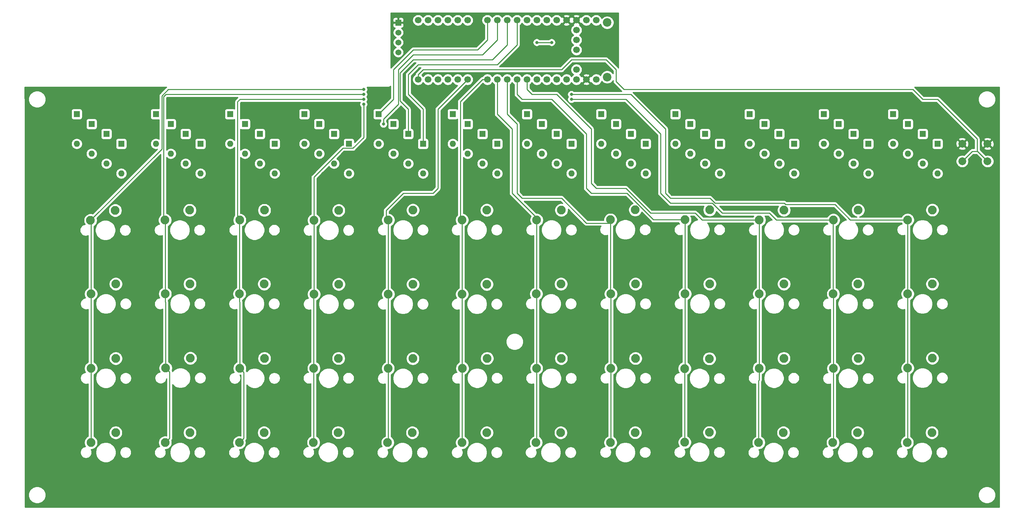
<source format=gbr>
%TF.GenerationSoftware,KiCad,Pcbnew,(5.1.6)-1*%
%TF.CreationDate,2020-05-25T14:44:27-05:00*%
%TF.ProjectId,cerkit48,6365726b-6974-4343-982e-6b696361645f,rev?*%
%TF.SameCoordinates,Original*%
%TF.FileFunction,Copper,L2,Bot*%
%TF.FilePolarity,Positive*%
%FSLAX46Y46*%
G04 Gerber Fmt 4.6, Leading zero omitted, Abs format (unit mm)*
G04 Created by KiCad (PCBNEW (5.1.6)-1) date 2020-05-25 14:44:27*
%MOMM*%
%LPD*%
G01*
G04 APERTURE LIST*
%TA.AperFunction,ComponentPad*%
%ADD10C,1.524000*%
%TD*%
%TA.AperFunction,ComponentPad*%
%ADD11R,1.524000X1.524000*%
%TD*%
%TA.AperFunction,ComponentPad*%
%ADD12C,2.250000*%
%TD*%
%TA.AperFunction,ComponentPad*%
%ADD13C,1.700000*%
%TD*%
%TA.AperFunction,ComponentPad*%
%ADD14C,2.200000*%
%TD*%
%TA.AperFunction,ComponentPad*%
%ADD15C,2.000000*%
%TD*%
%TA.AperFunction,ComponentPad*%
%ADD16O,1.600000X1.600000*%
%TD*%
%TA.AperFunction,ComponentPad*%
%ADD17R,1.600000X1.600000*%
%TD*%
%TA.AperFunction,ViaPad*%
%ADD18C,0.800000*%
%TD*%
%TA.AperFunction,Conductor*%
%ADD19C,0.250000*%
%TD*%
%TA.AperFunction,Conductor*%
%ADD20C,0.254000*%
%TD*%
G04 APERTURE END LIST*
D10*
%TO.P,J1,4*%
%TO.N,SCL*%
X115570000Y-42545000D03*
%TO.P,J1,3*%
%TO.N,SDA*%
X115570000Y-40005000D03*
%TO.P,J1,2*%
%TO.N,3.3V*%
X115570000Y-37465000D03*
D11*
%TO.P,J1,1*%
%TO.N,GND*%
X115570000Y-34925000D03*
%TD*%
D12*
%TO.P,SW49,2*%
%TO.N,Net-(D48-Pad2)*%
X252557254Y-140188329D03*
%TO.P,SW49,1*%
%TO.N,COL11*%
X246207254Y-142728329D03*
%TD*%
%TO.P,SW48,2*%
%TO.N,Net-(D47-Pad2)*%
X233487934Y-140223492D03*
%TO.P,SW48,1*%
%TO.N,COL10*%
X227137934Y-142763492D03*
%TD*%
%TO.P,SW47,2*%
%TO.N,Net-(D46-Pad2)*%
X214444637Y-140223492D03*
%TO.P,SW47,1*%
%TO.N,COL9*%
X208094637Y-142763492D03*
%TD*%
%TO.P,SW46,2*%
%TO.N,Net-(D45-Pad2)*%
X195437498Y-140156095D03*
%TO.P,SW46,1*%
%TO.N,COL8*%
X189087498Y-142696095D03*
%TD*%
%TO.P,SW45,2*%
%TO.N,Net-(D44-Pad2)*%
X176394473Y-140176119D03*
%TO.P,SW45,1*%
%TO.N,COL7*%
X170044473Y-142716119D03*
%TD*%
%TO.P,SW44,2*%
%TO.N,Net-(D43-Pad2)*%
X157280644Y-140202563D03*
%TO.P,SW44,1*%
%TO.N,COL6*%
X150930644Y-142742563D03*
%TD*%
%TO.P,SW43,2*%
%TO.N,Net-(D42-Pad2)*%
X138307876Y-140220190D03*
%TO.P,SW43,1*%
%TO.N,COL5*%
X131957876Y-142760190D03*
%TD*%
%TO.P,SW42,2*%
%TO.N,Net-(D41-Pad2)*%
X119185230Y-140206961D03*
%TO.P,SW42,1*%
%TO.N,COL4*%
X112835230Y-142746961D03*
%TD*%
%TO.P,SW41,2*%
%TO.N,Net-(D40-Pad2)*%
X100141933Y-140167281D03*
%TO.P,SW41,1*%
%TO.N,COL3*%
X93791933Y-142707281D03*
%TD*%
%TO.P,SW40,2*%
%TO.N,Net-(D39-Pad2)*%
X81098636Y-140215766D03*
%TO.P,SW40,1*%
%TO.N,COL2*%
X74748636Y-142755766D03*
%TD*%
%TO.P,SW39,2*%
%TO.N,Net-(D38-Pad2)*%
X62055339Y-140220169D03*
%TO.P,SW39,1*%
%TO.N,COL1*%
X55705339Y-142760169D03*
%TD*%
%TO.P,SW38,2*%
%TO.N,Net-(D37-Pad2)*%
X43012042Y-140184898D03*
%TO.P,SW38,1*%
%TO.N,COL0*%
X36662042Y-142724898D03*
%TD*%
%TO.P,SW37,2*%
%TO.N,Net-(D36-Pad2)*%
X252677308Y-121075185D03*
%TO.P,SW37,1*%
%TO.N,COL11*%
X246327308Y-123615185D03*
%TD*%
%TO.P,SW36,2*%
%TO.N,Net-(D35-Pad2)*%
X233604277Y-121186653D03*
%TO.P,SW36,1*%
%TO.N,COL10*%
X227254277Y-123726653D03*
%TD*%
%TO.P,SW35,2*%
%TO.N,Net-(D34-Pad2)*%
X214540512Y-121125190D03*
%TO.P,SW35,1*%
%TO.N,COL9*%
X208190512Y-123665190D03*
%TD*%
%TO.P,SW34,2*%
%TO.N,Net-(D33-Pad2)*%
X195418085Y-121201384D03*
%TO.P,SW34,1*%
%TO.N,COL8*%
X189068085Y-123741384D03*
%TD*%
%TO.P,SW33,2*%
%TO.N,Net-(D32-Pad2)*%
X176467682Y-121127069D03*
%TO.P,SW33,1*%
%TO.N,COL7*%
X170117682Y-123667069D03*
%TD*%
%TO.P,SW32,2*%
%TO.N,Net-(D31-Pad2)*%
X157391926Y-121141223D03*
%TO.P,SW32,1*%
%TO.N,COL6*%
X151041926Y-123681223D03*
%TD*%
%TO.P,SW31,2*%
%TO.N,Net-(D30-Pad2)*%
X138360576Y-121122050D03*
%TO.P,SW31,1*%
%TO.N,COL5*%
X132010576Y-123662050D03*
%TD*%
%TO.P,SW30,2*%
%TO.N,Net-(D29-Pad2)*%
X119298698Y-121177779D03*
%TO.P,SW30,1*%
%TO.N,COL4*%
X112948698Y-123717779D03*
%TD*%
%TO.P,SW29,2*%
%TO.N,Net-(D28-Pad2)*%
X100230097Y-121123984D03*
%TO.P,SW29,1*%
%TO.N,COL3*%
X93880097Y-123663984D03*
%TD*%
%TO.P,SW28,2*%
%TO.N,Net-(D27-Pad2)*%
X81200651Y-121130529D03*
%TO.P,SW28,1*%
%TO.N,COL2*%
X74850651Y-123670529D03*
%TD*%
%TO.P,SW27,2*%
%TO.N,Net-(D26-Pad2)*%
X62185707Y-121083807D03*
%TO.P,SW27,1*%
%TO.N,COL1*%
X55835707Y-123623807D03*
%TD*%
%TO.P,SW26,2*%
%TO.N,Net-(D25-Pad2)*%
X43030936Y-121132107D03*
%TO.P,SW26,1*%
%TO.N,COL0*%
X36680936Y-123672107D03*
%TD*%
%TO.P,SW25,2*%
%TO.N,Net-(D24-Pad2)*%
X252677308Y-102050467D03*
%TO.P,SW25,1*%
%TO.N,COL11*%
X246327308Y-104590467D03*
%TD*%
%TO.P,SW24,2*%
%TO.N,Net-(D23-Pad2)*%
X233578275Y-102050467D03*
%TO.P,SW24,1*%
%TO.N,COL10*%
X227228275Y-104590467D03*
%TD*%
%TO.P,SW23,2*%
%TO.N,Net-(D22-Pad2)*%
X214591434Y-102028035D03*
%TO.P,SW23,1*%
%TO.N,COL9*%
X208241434Y-104568035D03*
%TD*%
%TO.P,SW22,2*%
%TO.N,Net-(D21-Pad2)*%
X195515677Y-102042189D03*
%TO.P,SW22,1*%
%TO.N,COL8*%
X189165677Y-104582189D03*
%TD*%
%TO.P,SW21,2*%
%TO.N,Net-(D20-Pad2)*%
X176490959Y-102042189D03*
%TO.P,SW21,1*%
%TO.N,COL7*%
X170140959Y-104582189D03*
%TD*%
%TO.P,SW20,2*%
%TO.N,Net-(D19-Pad2)*%
X157317610Y-102042189D03*
%TO.P,SW20,1*%
%TO.N,COL6*%
X150967610Y-104582189D03*
%TD*%
%TO.P,SW19,2*%
%TO.N,Net-(D18-Pad2)*%
X138292892Y-102116504D03*
%TO.P,SW19,1*%
%TO.N,COL5*%
X131942892Y-104656504D03*
%TD*%
%TO.P,SW18,2*%
%TO.N,Net-(D17-Pad2)*%
X119342489Y-102116504D03*
%TO.P,SW18,1*%
%TO.N,COL4*%
X112992489Y-104656504D03*
%TD*%
%TO.P,SW17,2*%
%TO.N,Net-(D16-Pad2)*%
X100253722Y-102107389D03*
%TO.P,SW17,1*%
%TO.N,COL3*%
X93903722Y-104647389D03*
%TD*%
%TO.P,SW16,2*%
%TO.N,Net-(D15-Pad2)*%
X81154688Y-102033073D03*
%TO.P,SW16,1*%
%TO.N,COL2*%
X74804688Y-104573073D03*
%TD*%
%TO.P,SW15,2*%
%TO.N,Net-(D14-Pad2)*%
X62055655Y-102033073D03*
%TO.P,SW15,1*%
%TO.N,COL1*%
X55705655Y-104573073D03*
%TD*%
%TO.P,SW14,2*%
%TO.N,Net-(D13-Pad2)*%
X43030936Y-102033073D03*
%TO.P,SW14,1*%
%TO.N,COL0*%
X36680936Y-104573073D03*
%TD*%
%TO.P,SW13,2*%
%TO.N,Net-(D12-Pad2)*%
X252677308Y-83025749D03*
%TO.P,SW13,1*%
%TO.N,COL11*%
X246327308Y-85565749D03*
%TD*%
%TO.P,SW12,2*%
%TO.N,Net-(D11-Pad2)*%
X233616152Y-83077632D03*
%TO.P,SW12,1*%
%TO.N,COL10*%
X227266152Y-85617632D03*
%TD*%
%TO.P,SW11,2*%
%TO.N,Net-(D10-Pad2)*%
X214591434Y-83077632D03*
%TO.P,SW11,1*%
%TO.N,COL9*%
X208241434Y-85617632D03*
%TD*%
%TO.P,SW10,2*%
%TO.N,Net-(D9-Pad2)*%
X195492400Y-83003317D03*
%TO.P,SW10,1*%
%TO.N,COL8*%
X189142400Y-85543317D03*
%TD*%
%TO.P,SW9,2*%
%TO.N,Net-(D8-Pad2)*%
X176393367Y-83003317D03*
%TO.P,SW9,1*%
%TO.N,COL7*%
X170043367Y-85543317D03*
%TD*%
%TO.P,SW8,2*%
%TO.N,Net-(D7-Pad2)*%
X157442964Y-83077632D03*
%TO.P,SW8,1*%
%TO.N,COL6*%
X151092964Y-85617632D03*
%TD*%
%TO.P,SW7,2*%
%TO.N,Net-(D6-Pad2)*%
X138269615Y-83077632D03*
%TO.P,SW7,1*%
%TO.N,COL5*%
X131919615Y-85617632D03*
%TD*%
%TO.P,SW6,2*%
%TO.N,Net-(D5-Pad2)*%
X119319212Y-83077632D03*
%TO.P,SW6,1*%
%TO.N,COL4*%
X112969212Y-85617632D03*
%TD*%
%TO.P,SW5,2*%
%TO.N,Net-(D4-Pad2)*%
X100246742Y-83151162D03*
%TO.P,SW5,1*%
%TO.N,COL3*%
X93896742Y-85691162D03*
%TD*%
%TO.P,SW4,2*%
%TO.N,Net-(D3-Pad2)*%
X81185235Y-83096470D03*
%TO.P,SW4,1*%
%TO.N,COL2*%
X74835235Y-85636470D03*
%TD*%
%TO.P,SW3,2*%
%TO.N,Net-(D2-Pad2)*%
X62018345Y-83096470D03*
%TO.P,SW3,1*%
%TO.N,COL1*%
X55668345Y-85636470D03*
%TD*%
%TO.P,SW2,2*%
%TO.N,Net-(D1-Pad2)*%
X42909463Y-83141696D03*
%TO.P,SW2,1*%
%TO.N,COL0*%
X36559463Y-85681696D03*
%TD*%
D13*
%TO.P,U1,5V*%
%TO.N,Net-(U1-Pad5V)*%
X166380000Y-49525000D03*
%TO.P,U1,A10*%
%TO.N,Net-(U1-PadA10)*%
X163840000Y-34310000D03*
D14*
%TO.P,U1,SCRE*%
%TO.N,N/C*%
X169204800Y-48915000D03*
X169204800Y-34919600D03*
D13*
%TO.P,U1,A9*%
%TO.N,Net-(U1-PadA9)*%
X166380000Y-34310000D03*
%TO.P,U1,D+*%
%TO.N,Net-(U1-PadD+)*%
X161300000Y-36850000D03*
%TO.P,U1,GND*%
%TO.N,GND*%
X161300000Y-34310000D03*
X158760000Y-34310000D03*
%TO.P,U1,B7*%
%TO.N,SDA*%
X156220000Y-34310000D03*
%TO.P,U1,B6*%
%TO.N,SCL*%
X153680000Y-34310000D03*
%TO.P,U1,D-*%
%TO.N,Net-(U1-PadD-)*%
X161300000Y-39390000D03*
%TO.P,U1,CHRG*%
%TO.N,Net-(U1-PadCHRG)*%
X161300000Y-41930000D03*
%TO.P,U1,B5*%
%TO.N,Net-(U1-PadB5)*%
X151140000Y-34310000D03*
%TO.P,U1,B4*%
%TO.N,Net-(U1-PadB4)*%
X148600000Y-34310000D03*
%TO.P,U1,B3*%
%TO.N,ROW3*%
X146060000Y-34310000D03*
%TO.P,U1,B2*%
%TO.N,ROW2*%
X143520000Y-34310000D03*
%TO.P,U1,B1*%
%TO.N,ROW1*%
X140980000Y-34310000D03*
%TO.P,U1,B0*%
%TO.N,ROW0*%
X138440000Y-34310000D03*
%TO.P,U1,A5*%
%TO.N,Net-(U1-PadA5)*%
X130820000Y-34310000D03*
%TO.P,U1,A7*%
%TO.N,Net-(U1-PadA7)*%
X125740000Y-34310000D03*
%TO.P,U1,A8*%
%TO.N,Net-(U1-PadA8)*%
X123200000Y-34310000D03*
%TO.P,U1,A6*%
%TO.N,Net-(U1-PadA6)*%
X128280000Y-34310000D03*
%TO.P,U1,A15*%
%TO.N,Net-(U1-PadA15)*%
X120660000Y-34310000D03*
%TO.P,U1,A4*%
%TO.N,Net-(U1-PadA4)*%
X133360000Y-34310000D03*
%TO.P,U1,GND*%
%TO.N,GND*%
X163840000Y-49525000D03*
%TO.P,U1,DFU*%
%TO.N,Net-(U1-PadDFU)*%
X161300000Y-49525000D03*
%TO.P,U1,A2*%
%TO.N,Net-(U1-PadA2)*%
X156220000Y-49525000D03*
%TO.P,U1,A3|5v*%
%TO.N,Net-(U1-PadA3|5v)*%
X161300000Y-46985000D03*
%TO.P,U1,3.3V*%
%TO.N,3.3V*%
X158760000Y-49525000D03*
%TO.P,U1,A1*%
%TO.N,COL11*%
X153680000Y-49525000D03*
%TO.P,U1,A0*%
%TO.N,COL10*%
X151140000Y-49525000D03*
%TO.P,U1,B8*%
%TO.N,COL9*%
X148600000Y-49525000D03*
%TO.P,U1,B14*%
%TO.N,COL7*%
X143520000Y-49525000D03*
%TO.P,U1,B15*%
%TO.N,COL6*%
X140980000Y-49525000D03*
%TO.P,U1,B13*%
%TO.N,COL8*%
X146060000Y-49525000D03*
%TO.P,U1,B9*%
%TO.N,COL5*%
X138440000Y-49525000D03*
%TO.P,U1,B11*%
%TO.N,COL3*%
X130820000Y-49525000D03*
%TO.P,U1,B10*%
%TO.N,COL4*%
X133360000Y-49525000D03*
%TO.P,U1,A14*%
%TO.N,COL1*%
X125740000Y-49525000D03*
%TO.P,U1,B12*%
%TO.N,COL2*%
X128280000Y-49525000D03*
%TO.P,U1,A13*%
%TO.N,COL0*%
X123200000Y-49525000D03*
%TO.P,U1,RST*%
%TO.N,Net-(SW1-Pad2)*%
X120660000Y-49525000D03*
%TD*%
D15*
%TO.P,SW1,1*%
%TO.N,GND*%
X266850000Y-66040000D03*
%TO.P,SW1,2*%
%TO.N,Net-(SW1-Pad2)*%
X266850000Y-70540000D03*
%TO.P,SW1,1*%
%TO.N,GND*%
X260350000Y-66040000D03*
%TO.P,SW1,2*%
%TO.N,Net-(SW1-Pad2)*%
X260350000Y-70540000D03*
%TD*%
D16*
%TO.P,D48,2*%
%TO.N,Net-(D48-Pad2)*%
X254000000Y-73660000D03*
D17*
%TO.P,D48,1*%
%TO.N,ROW3*%
X254000000Y-66040000D03*
%TD*%
D16*
%TO.P,D47,2*%
%TO.N,Net-(D47-Pad2)*%
X236220000Y-73660000D03*
D17*
%TO.P,D47,1*%
%TO.N,ROW3*%
X236220000Y-66040000D03*
%TD*%
D16*
%TO.P,D46,2*%
%TO.N,Net-(D46-Pad2)*%
X217170000Y-73660000D03*
D17*
%TO.P,D46,1*%
%TO.N,ROW3*%
X217170000Y-66040000D03*
%TD*%
D16*
%TO.P,D45,2*%
%TO.N,Net-(D45-Pad2)*%
X198120000Y-73660000D03*
D17*
%TO.P,D45,1*%
%TO.N,ROW3*%
X198120000Y-66040000D03*
%TD*%
D16*
%TO.P,D44,2*%
%TO.N,Net-(D44-Pad2)*%
X179070000Y-73660000D03*
D17*
%TO.P,D44,1*%
%TO.N,ROW3*%
X179070000Y-66040000D03*
%TD*%
D16*
%TO.P,D43,2*%
%TO.N,Net-(D43-Pad2)*%
X160020000Y-73660000D03*
D17*
%TO.P,D43,1*%
%TO.N,ROW3*%
X160020000Y-66040000D03*
%TD*%
D16*
%TO.P,D42,2*%
%TO.N,Net-(D42-Pad2)*%
X140970000Y-73660000D03*
D17*
%TO.P,D42,1*%
%TO.N,ROW3*%
X140970000Y-66040000D03*
%TD*%
D16*
%TO.P,D41,2*%
%TO.N,Net-(D41-Pad2)*%
X121920000Y-73660000D03*
D17*
%TO.P,D41,1*%
%TO.N,ROW3*%
X121920000Y-66040000D03*
%TD*%
D16*
%TO.P,D40,2*%
%TO.N,Net-(D40-Pad2)*%
X102870000Y-73660000D03*
D17*
%TO.P,D40,1*%
%TO.N,ROW3*%
X102870000Y-66040000D03*
%TD*%
%TO.P,D39,1*%
%TO.N,ROW3*%
X83820000Y-66040000D03*
D16*
%TO.P,D39,2*%
%TO.N,Net-(D39-Pad2)*%
X83820000Y-73660000D03*
%TD*%
%TO.P,D38,2*%
%TO.N,Net-(D38-Pad2)*%
X64770000Y-73660000D03*
D17*
%TO.P,D38,1*%
%TO.N,ROW3*%
X64770000Y-66040000D03*
%TD*%
%TO.P,D37,1*%
%TO.N,ROW3*%
X44450000Y-66040000D03*
D16*
%TO.P,D37,2*%
%TO.N,Net-(D37-Pad2)*%
X44450000Y-73660000D03*
%TD*%
%TO.P,D36,2*%
%TO.N,Net-(D36-Pad2)*%
X250190000Y-71120000D03*
D17*
%TO.P,D36,1*%
%TO.N,ROW2*%
X250190000Y-63500000D03*
%TD*%
D16*
%TO.P,D35,2*%
%TO.N,Net-(D35-Pad2)*%
X232410000Y-71120000D03*
D17*
%TO.P,D35,1*%
%TO.N,ROW2*%
X232410000Y-63500000D03*
%TD*%
D16*
%TO.P,D34,2*%
%TO.N,Net-(D34-Pad2)*%
X213360000Y-71120000D03*
D17*
%TO.P,D34,1*%
%TO.N,ROW2*%
X213360000Y-63500000D03*
%TD*%
D16*
%TO.P,D33,2*%
%TO.N,Net-(D33-Pad2)*%
X194310000Y-71120000D03*
D17*
%TO.P,D33,1*%
%TO.N,ROW2*%
X194310000Y-63500000D03*
%TD*%
D16*
%TO.P,D32,2*%
%TO.N,Net-(D32-Pad2)*%
X175260000Y-71120000D03*
D17*
%TO.P,D32,1*%
%TO.N,ROW2*%
X175260000Y-63500000D03*
%TD*%
D16*
%TO.P,D31,2*%
%TO.N,Net-(D31-Pad2)*%
X156210000Y-71120000D03*
D17*
%TO.P,D31,1*%
%TO.N,ROW2*%
X156210000Y-63500000D03*
%TD*%
D16*
%TO.P,D30,2*%
%TO.N,Net-(D30-Pad2)*%
X137160000Y-71120000D03*
D17*
%TO.P,D30,1*%
%TO.N,ROW2*%
X137160000Y-63500000D03*
%TD*%
D16*
%TO.P,D29,2*%
%TO.N,Net-(D29-Pad2)*%
X118110000Y-71120000D03*
D17*
%TO.P,D29,1*%
%TO.N,ROW2*%
X118110000Y-63500000D03*
%TD*%
D16*
%TO.P,D28,2*%
%TO.N,Net-(D28-Pad2)*%
X99060000Y-71120000D03*
D17*
%TO.P,D28,1*%
%TO.N,ROW2*%
X99060000Y-63500000D03*
%TD*%
%TO.P,D27,1*%
%TO.N,ROW2*%
X80010000Y-63500000D03*
D16*
%TO.P,D27,2*%
%TO.N,Net-(D27-Pad2)*%
X80010000Y-71120000D03*
%TD*%
%TO.P,D26,2*%
%TO.N,Net-(D26-Pad2)*%
X60960000Y-71120000D03*
D17*
%TO.P,D26,1*%
%TO.N,ROW2*%
X60960000Y-63500000D03*
%TD*%
%TO.P,D25,1*%
%TO.N,ROW2*%
X40640000Y-63500000D03*
D16*
%TO.P,D25,2*%
%TO.N,Net-(D25-Pad2)*%
X40640000Y-71120000D03*
%TD*%
%TO.P,D24,2*%
%TO.N,Net-(D24-Pad2)*%
X246380000Y-68580000D03*
D17*
%TO.P,D24,1*%
%TO.N,ROW1*%
X246380000Y-60960000D03*
%TD*%
D16*
%TO.P,D23,2*%
%TO.N,Net-(D23-Pad2)*%
X228600000Y-68580000D03*
D17*
%TO.P,D23,1*%
%TO.N,ROW1*%
X228600000Y-60960000D03*
%TD*%
D16*
%TO.P,D22,2*%
%TO.N,Net-(D22-Pad2)*%
X209550000Y-68580000D03*
D17*
%TO.P,D22,1*%
%TO.N,ROW1*%
X209550000Y-60960000D03*
%TD*%
D16*
%TO.P,D21,2*%
%TO.N,Net-(D21-Pad2)*%
X190500000Y-68580000D03*
D17*
%TO.P,D21,1*%
%TO.N,ROW1*%
X190500000Y-60960000D03*
%TD*%
D16*
%TO.P,D20,2*%
%TO.N,Net-(D20-Pad2)*%
X171450000Y-68580000D03*
D17*
%TO.P,D20,1*%
%TO.N,ROW1*%
X171450000Y-60960000D03*
%TD*%
D16*
%TO.P,D19,2*%
%TO.N,Net-(D19-Pad2)*%
X152400000Y-68580000D03*
D17*
%TO.P,D19,1*%
%TO.N,ROW1*%
X152400000Y-60960000D03*
%TD*%
D16*
%TO.P,D18,2*%
%TO.N,Net-(D18-Pad2)*%
X133350000Y-68580000D03*
D17*
%TO.P,D18,1*%
%TO.N,ROW1*%
X133350000Y-60960000D03*
%TD*%
D16*
%TO.P,D17,2*%
%TO.N,Net-(D17-Pad2)*%
X114300000Y-68580000D03*
D17*
%TO.P,D17,1*%
%TO.N,ROW1*%
X114300000Y-60960000D03*
%TD*%
D16*
%TO.P,D16,2*%
%TO.N,Net-(D16-Pad2)*%
X95250000Y-68580000D03*
D17*
%TO.P,D16,1*%
%TO.N,ROW1*%
X95250000Y-60960000D03*
%TD*%
%TO.P,D15,1*%
%TO.N,ROW1*%
X76200000Y-60960000D03*
D16*
%TO.P,D15,2*%
%TO.N,Net-(D15-Pad2)*%
X76200000Y-68580000D03*
%TD*%
%TO.P,D14,2*%
%TO.N,Net-(D14-Pad2)*%
X57150000Y-68580000D03*
D17*
%TO.P,D14,1*%
%TO.N,ROW1*%
X57150000Y-60960000D03*
%TD*%
%TO.P,D13,1*%
%TO.N,ROW1*%
X36830000Y-60960000D03*
D16*
%TO.P,D13,2*%
%TO.N,Net-(D13-Pad2)*%
X36830000Y-68580000D03*
%TD*%
%TO.P,D12,2*%
%TO.N,Net-(D12-Pad2)*%
X242570000Y-66040000D03*
D17*
%TO.P,D12,1*%
%TO.N,ROW0*%
X242570000Y-58420000D03*
%TD*%
D16*
%TO.P,D11,2*%
%TO.N,Net-(D11-Pad2)*%
X224790000Y-66040000D03*
D17*
%TO.P,D11,1*%
%TO.N,ROW0*%
X224790000Y-58420000D03*
%TD*%
D16*
%TO.P,D10,2*%
%TO.N,Net-(D10-Pad2)*%
X205740000Y-66040000D03*
D17*
%TO.P,D10,1*%
%TO.N,ROW0*%
X205740000Y-58420000D03*
%TD*%
D16*
%TO.P,D9,2*%
%TO.N,Net-(D9-Pad2)*%
X186690000Y-66040000D03*
D17*
%TO.P,D9,1*%
%TO.N,ROW0*%
X186690000Y-58420000D03*
%TD*%
D16*
%TO.P,D8,2*%
%TO.N,Net-(D8-Pad2)*%
X167640000Y-66040000D03*
D17*
%TO.P,D8,1*%
%TO.N,ROW0*%
X167640000Y-58420000D03*
%TD*%
D16*
%TO.P,D7,2*%
%TO.N,Net-(D7-Pad2)*%
X148590000Y-66040000D03*
D17*
%TO.P,D7,1*%
%TO.N,ROW0*%
X148590000Y-58420000D03*
%TD*%
D16*
%TO.P,D6,2*%
%TO.N,Net-(D6-Pad2)*%
X129540000Y-66040000D03*
D17*
%TO.P,D6,1*%
%TO.N,ROW0*%
X129540000Y-58420000D03*
%TD*%
D16*
%TO.P,D5,2*%
%TO.N,Net-(D5-Pad2)*%
X110490000Y-66040000D03*
D17*
%TO.P,D5,1*%
%TO.N,ROW0*%
X110490000Y-58420000D03*
%TD*%
D16*
%TO.P,D4,2*%
%TO.N,Net-(D4-Pad2)*%
X91440000Y-66040000D03*
D17*
%TO.P,D4,1*%
%TO.N,ROW0*%
X91440000Y-58420000D03*
%TD*%
%TO.P,D3,1*%
%TO.N,ROW0*%
X72390000Y-58420000D03*
D16*
%TO.P,D3,2*%
%TO.N,Net-(D3-Pad2)*%
X72390000Y-66040000D03*
%TD*%
%TO.P,D2,2*%
%TO.N,Net-(D2-Pad2)*%
X53340000Y-66040000D03*
D17*
%TO.P,D2,1*%
%TO.N,ROW0*%
X53340000Y-58420000D03*
%TD*%
%TO.P,D1,1*%
%TO.N,ROW0*%
X33020000Y-58420000D03*
D16*
%TO.P,D1,2*%
%TO.N,Net-(D1-Pad2)*%
X33020000Y-66040000D03*
%TD*%
D18*
%TO.N,ROW1*%
X111760000Y-60960000D03*
%TO.N,SDA*%
X154940000Y-40005000D03*
X151130000Y-40005000D03*
%TO.N,COL0*%
X106680000Y-52070000D03*
%TO.N,COL1*%
X106680000Y-53340000D03*
%TO.N,COL2*%
X106680000Y-54610000D03*
%TO.N,COL3*%
X106680000Y-55880000D03*
%TO.N,COL10*%
X160020000Y-54610000D03*
%TO.N,COL11*%
X160020000Y-53340000D03*
%TD*%
D19*
%TO.N,ROW0*%
X138430000Y-34320000D02*
X138440000Y-34310000D01*
X113030000Y-55880000D02*
X113030000Y-55880000D01*
X138440000Y-39360000D02*
X138440000Y-34310000D01*
X135890000Y-41910000D02*
X138440000Y-39360000D01*
X110490000Y-58420000D02*
X114300000Y-54610000D01*
X114300000Y-54610000D02*
X114300000Y-46990000D01*
X114300000Y-46990000D02*
X119380000Y-41910000D01*
X119380000Y-41910000D02*
X135890000Y-41910000D01*
%TO.N,ROW1*%
X114300000Y-57150000D02*
X114300000Y-57150000D01*
X140970000Y-34320000D02*
X140980000Y-34310000D01*
X140970000Y-39370000D02*
X140970000Y-34320000D01*
X137160000Y-43180000D02*
X140970000Y-39370000D01*
X111760000Y-59690000D02*
X115570000Y-55880000D01*
X115570000Y-55880000D02*
X115570000Y-46990000D01*
X111760000Y-60960000D02*
X111760000Y-59690000D01*
X115570000Y-46990000D02*
X119380000Y-43180000D01*
X119380000Y-43180000D02*
X137160000Y-43180000D01*
%TO.N,ROW2*%
X143510000Y-34320000D02*
X143520000Y-34310000D01*
X143520000Y-40630000D02*
X143520000Y-34310000D01*
X139700000Y-44450000D02*
X143520000Y-40630000D01*
X116020010Y-55060010D02*
X116020010Y-47809990D01*
X116020010Y-47809990D02*
X119380000Y-44450000D01*
X119380000Y-44450000D02*
X139700000Y-44450000D01*
X118110000Y-57150000D02*
X116020010Y-55060010D01*
X118110000Y-63500000D02*
X118110000Y-57150000D01*
%TO.N,ROW3*%
X146050000Y-34320000D02*
X146060000Y-34310000D01*
X140970000Y-45720000D02*
X146060000Y-40630000D01*
X118110000Y-53340000D02*
X118110000Y-48260000D01*
X118110000Y-48260000D02*
X120650000Y-45720000D01*
X146060000Y-40630000D02*
X146060000Y-34310000D01*
X120650000Y-45720000D02*
X140970000Y-45720000D01*
X121920000Y-57150000D02*
X118110000Y-53340000D01*
X121920000Y-66040000D02*
X121920000Y-57150000D01*
%TO.N,SDA*%
X151130000Y-40005000D02*
X154940000Y-40005000D01*
%TO.N,Net-(SW1-Pad2)*%
X264160000Y-64770000D02*
X264160000Y-68000000D01*
X157480000Y-46990000D02*
X160020000Y-44450000D01*
X120660000Y-49525000D02*
X120660000Y-48250000D01*
X250190000Y-54610000D02*
X254000000Y-54610000D01*
X168910000Y-44450000D02*
X171450000Y-46990000D01*
X121920000Y-46990000D02*
X157480000Y-46990000D01*
X247650000Y-52070000D02*
X250190000Y-54610000D01*
X160020000Y-44450000D02*
X168910000Y-44450000D01*
X120660000Y-48250000D02*
X121920000Y-46990000D01*
X254000000Y-54610000D02*
X264160000Y-64770000D01*
X173495012Y-52070000D02*
X171450000Y-50024988D01*
X247650000Y-52070000D02*
X173495012Y-52070000D01*
X171450000Y-50024988D02*
X171450000Y-46990000D01*
X264310000Y-68000000D02*
X264160000Y-68000000D01*
X266850000Y-70540000D02*
X264310000Y-68000000D01*
X262890000Y-68000000D02*
X260350000Y-70540000D01*
X264160000Y-68000000D02*
X262890000Y-68000000D01*
%TO.N,COL0*%
X106680000Y-52070000D02*
X106680000Y-52070000D01*
X36680936Y-85803169D02*
X36559463Y-85681696D01*
X36680936Y-104573073D02*
X36680936Y-85803169D01*
X36680936Y-123672107D02*
X36680936Y-104573073D01*
X36680936Y-125668317D02*
X36680936Y-123672107D01*
X36662042Y-125687211D02*
X36680936Y-125668317D01*
X36662042Y-142724898D02*
X36662042Y-125687211D01*
X54857932Y-53725658D02*
X56513590Y-52070000D01*
X56513590Y-52070000D02*
X106680000Y-52070000D01*
X54857932Y-67383227D02*
X54857932Y-53725658D01*
X36559463Y-85681696D02*
X54857932Y-67383227D01*
%TO.N,COL1*%
X55307941Y-86400058D02*
X55307941Y-53912059D01*
X55880000Y-53340000D02*
X106680000Y-53340000D01*
X55307941Y-53912059D02*
X55880000Y-53340000D01*
X106680000Y-53340000D02*
X106680000Y-53340000D01*
X55705655Y-106607071D02*
X55705655Y-104573073D01*
X55835707Y-106737123D02*
X55705655Y-106607071D01*
X55835707Y-123623807D02*
X55835707Y-106737123D01*
X55705655Y-85673780D02*
X55668345Y-85636470D01*
X55705655Y-104573073D02*
X55705655Y-85673780D01*
X56830338Y-124618438D02*
X55835707Y-123623807D01*
X56830338Y-141635170D02*
X56830338Y-124618438D01*
X55705339Y-142760169D02*
X56830338Y-141635170D01*
%TO.N,COL2*%
X74312486Y-86400058D02*
X74312486Y-55227514D01*
X74930000Y-54610000D02*
X106680000Y-54610000D01*
X74312486Y-55227514D02*
X74930000Y-54610000D01*
X106680000Y-54610000D02*
X106680000Y-54610000D01*
X75873635Y-124693513D02*
X74850651Y-123670529D01*
X75873635Y-141630767D02*
X75873635Y-124693513D01*
X74748636Y-142755766D02*
X75873635Y-141630767D01*
X74804688Y-106607071D02*
X74804688Y-104573073D01*
X74850651Y-106653034D02*
X74804688Y-106607071D01*
X74850651Y-123670529D02*
X74850651Y-106653034D01*
X74804688Y-85667017D02*
X74835235Y-85636470D01*
X74804688Y-104573073D02*
X74804688Y-85667017D01*
%TO.N,COL3*%
X93896742Y-85691162D02*
X93896742Y-85528256D01*
X93880097Y-142619117D02*
X93880097Y-123663984D01*
X93791933Y-142707281D02*
X93880097Y-142619117D01*
X93880097Y-104671014D02*
X93903722Y-104647389D01*
X93880097Y-123663984D02*
X93880097Y-104671014D01*
X93903722Y-85698142D02*
X93896742Y-85691162D01*
X93903722Y-104647389D02*
X93903722Y-85698142D01*
X106680000Y-64415002D02*
X106680000Y-55880000D01*
X103930001Y-67165001D02*
X106680000Y-64415002D01*
X101349997Y-67165001D02*
X103930001Y-67165001D01*
X93896742Y-74618256D02*
X101349997Y-67165001D01*
X93896742Y-85691162D02*
X93896742Y-74618256D01*
%TO.N,COL4*%
X112462004Y-86400058D02*
X112462004Y-83117996D01*
X112462004Y-83117996D02*
X116840000Y-78740000D01*
X116840000Y-78740000D02*
X124460000Y-78740000D01*
X124460000Y-78740000D02*
X125730000Y-77470000D01*
X125730000Y-77470000D02*
X125730000Y-57150000D01*
X133355000Y-49525000D02*
X133360000Y-49525000D01*
X125730000Y-57150000D02*
X133355000Y-49525000D01*
X112992489Y-85640909D02*
X112969212Y-85617632D01*
X112992489Y-104656504D02*
X112992489Y-85640909D01*
X112948698Y-104700295D02*
X112992489Y-104656504D01*
X112948698Y-123717779D02*
X112948698Y-104700295D01*
X112948698Y-142633493D02*
X112835230Y-142746961D01*
X112948698Y-123717779D02*
X112948698Y-142633493D01*
%TO.N,COL5*%
X131489954Y-86400058D02*
X131489954Y-55200046D01*
X137165000Y-49525000D02*
X138440000Y-49525000D01*
X131489954Y-55200046D02*
X137165000Y-49525000D01*
X131957876Y-123714750D02*
X132010576Y-123662050D01*
X131957876Y-142760190D02*
X131957876Y-123714750D01*
X131919615Y-104633227D02*
X131942892Y-104656504D01*
X131919615Y-85617632D02*
X131919615Y-104633227D01*
X131942892Y-123594366D02*
X132010576Y-123662050D01*
X131942892Y-104656504D02*
X131942892Y-123594366D01*
%TO.N,COL6*%
X144780000Y-62230000D02*
X140980000Y-58430000D01*
X140980000Y-58430000D02*
X140980000Y-49525000D01*
X144780000Y-78740000D02*
X144780000Y-62230000D01*
X150564713Y-86400058D02*
X150564713Y-84524713D01*
X150564713Y-84524713D02*
X144780000Y-78740000D01*
X151041926Y-142631281D02*
X151041926Y-123681223D01*
X150930644Y-142742563D02*
X151041926Y-142631281D01*
X151041926Y-104656505D02*
X150967610Y-104582189D01*
X151041926Y-123681223D02*
X151041926Y-104656505D01*
X151092964Y-104456835D02*
X151092964Y-85617632D01*
X150967610Y-104582189D02*
X151092964Y-104456835D01*
%TO.N,COL7*%
X143510000Y-49535000D02*
X143520000Y-49525000D01*
X163870058Y-86400058D02*
X157480000Y-80010000D01*
X169592663Y-86400058D02*
X163870058Y-86400058D01*
X143520000Y-58430000D02*
X143520000Y-49525000D01*
X146050000Y-60960000D02*
X143520000Y-58430000D01*
X146050000Y-78740000D02*
X146050000Y-60960000D01*
X157480000Y-80010000D02*
X147320000Y-80010000D01*
X147320000Y-80010000D02*
X146050000Y-78740000D01*
X170043367Y-104484597D02*
X170140959Y-104582189D01*
X170043367Y-85543317D02*
X170043367Y-104484597D01*
X170140959Y-123643792D02*
X170117682Y-123667069D01*
X170140959Y-104582189D02*
X170140959Y-123643792D01*
X170117682Y-142642910D02*
X170044473Y-142716119D01*
X170117682Y-123667069D02*
X170117682Y-142642910D01*
%TO.N,COL8*%
X146050000Y-49535000D02*
X146060000Y-49525000D01*
X189087498Y-123760797D02*
X189068085Y-123741384D01*
X189087498Y-142696095D02*
X189087498Y-123760797D01*
X189165677Y-123643792D02*
X189165677Y-104582189D01*
X189068085Y-123741384D02*
X189165677Y-123643792D01*
X189165677Y-87600592D02*
X189142400Y-87577315D01*
X189142400Y-87577315D02*
X189142400Y-85543317D01*
X189165677Y-104582189D02*
X189165677Y-87600592D01*
X147320000Y-54610000D02*
X146060000Y-53350000D01*
X154940000Y-54610000D02*
X147320000Y-54610000D01*
X189142400Y-85543317D02*
X181079369Y-85543317D01*
X181079369Y-85543317D02*
X174276052Y-78740000D01*
X174276052Y-78740000D02*
X165100000Y-78740000D01*
X146060000Y-53350000D02*
X146060000Y-49525000D01*
X165100000Y-78740000D02*
X163830000Y-77470000D01*
X163830000Y-63500000D02*
X154940000Y-54610000D01*
X163830000Y-77470000D02*
X163830000Y-63500000D01*
%TO.N,COL9*%
X191770000Y-83820000D02*
X180340000Y-83820000D01*
X180340000Y-83820000D02*
X173990000Y-77470000D01*
X173990000Y-77470000D02*
X166370000Y-77470000D01*
X166370000Y-77470000D02*
X165100000Y-76200000D01*
X165100000Y-76200000D02*
X165100000Y-62230000D01*
X165100000Y-62230000D02*
X156210000Y-53340000D01*
X148590000Y-49535000D02*
X148600000Y-49525000D01*
X156210000Y-53340000D02*
X149860000Y-53340000D01*
X149860000Y-53340000D02*
X148590000Y-52070000D01*
X148600000Y-52060000D02*
X148600000Y-49525000D01*
X148590000Y-52070000D02*
X148600000Y-52060000D01*
X208241434Y-85617632D02*
X208241434Y-104568035D01*
X208241434Y-123614268D02*
X208190512Y-123665190D01*
X208241434Y-104568035D02*
X208241434Y-123614268D01*
X208094637Y-126807067D02*
X208094637Y-142763492D01*
X208190512Y-126711192D02*
X208094637Y-126807067D01*
X208190512Y-123665190D02*
X208190512Y-126711192D01*
X208241434Y-85617632D02*
X193567632Y-85617632D01*
X193567632Y-85617632D02*
X191770000Y-83820000D01*
%TO.N,COL10*%
X185420000Y-81280000D02*
X182880000Y-78740000D01*
X182880000Y-78740000D02*
X182880000Y-63500000D01*
X182880000Y-63500000D02*
X173990000Y-54610000D01*
X173990000Y-54610000D02*
X160020000Y-54610000D01*
X160020000Y-54610000D02*
X160020000Y-54610000D01*
X160020000Y-54610000D02*
X160020000Y-54610000D01*
X227254277Y-142647149D02*
X227254277Y-123726653D01*
X227137934Y-142763492D02*
X227254277Y-142647149D01*
X227254277Y-104616469D02*
X227228275Y-104590467D01*
X227254277Y-123726653D02*
X227254277Y-104616469D01*
X227228275Y-85655509D02*
X227266152Y-85617632D01*
X227228275Y-104590467D02*
X227228275Y-85655509D01*
X212617632Y-85617632D02*
X210820000Y-83820000D01*
X227266152Y-85617632D02*
X212617632Y-85617632D01*
X195915085Y-81280000D02*
X194945000Y-81280000D01*
X195580000Y-81280000D02*
X194945000Y-81280000D01*
X194945000Y-81280000D02*
X185420000Y-81280000D01*
X210820000Y-83820000D02*
X198753590Y-83820000D01*
X196213590Y-81280000D02*
X195580000Y-81280000D01*
X198753590Y-83820000D02*
X196213590Y-81280000D01*
%TO.N,COL11*%
X160020000Y-53340000D02*
X160020000Y-53340000D01*
X246327308Y-85565749D02*
X246327308Y-104590467D01*
X246327308Y-104590467D02*
X246327308Y-123615185D01*
X246327308Y-142608275D02*
X246207254Y-142728329D01*
X246327308Y-123615185D02*
X246327308Y-142608275D01*
X173990000Y-53340000D02*
X160020000Y-53340000D01*
X214977631Y-81627631D02*
X214630000Y-81280000D01*
X231615749Y-85565749D02*
X227677631Y-81627631D01*
X175260000Y-53340000D02*
X173990000Y-53340000D01*
X214630000Y-81280000D02*
X196850000Y-81280000D01*
X184150000Y-62230000D02*
X175260000Y-53340000D01*
X196850000Y-81280000D02*
X195580000Y-80010000D01*
X227677631Y-81627631D02*
X214977631Y-81627631D01*
X246327308Y-85565749D02*
X231615749Y-85565749D01*
X195580000Y-80010000D02*
X185420000Y-80010000D01*
X185420000Y-80010000D02*
X184150000Y-78740000D01*
X184150000Y-78740000D02*
X184150000Y-62230000D01*
%TD*%
D20*
%TO.N,GND*%
G36*
X117598998Y-47696201D02*
G01*
X117570000Y-47719999D01*
X117546202Y-47748997D01*
X117546201Y-47748998D01*
X117475026Y-47835724D01*
X117404454Y-47967754D01*
X117382539Y-48040000D01*
X117364032Y-48101014D01*
X117360998Y-48111015D01*
X117346324Y-48260000D01*
X117350001Y-48297332D01*
X117350000Y-53302677D01*
X117346324Y-53340000D01*
X117350000Y-53377322D01*
X117350000Y-53377332D01*
X117360997Y-53488985D01*
X117399154Y-53614774D01*
X117404454Y-53632246D01*
X117475026Y-53764276D01*
X117509320Y-53806063D01*
X117569999Y-53880001D01*
X117599003Y-53903804D01*
X121160001Y-57464803D01*
X121160000Y-64601928D01*
X121120000Y-64601928D01*
X120995518Y-64614188D01*
X120875820Y-64650498D01*
X120765506Y-64709463D01*
X120668815Y-64788815D01*
X120589463Y-64885506D01*
X120530498Y-64995820D01*
X120494188Y-65115518D01*
X120481928Y-65240000D01*
X120481928Y-66840000D01*
X120494188Y-66964482D01*
X120530498Y-67084180D01*
X120589463Y-67194494D01*
X120668815Y-67291185D01*
X120765506Y-67370537D01*
X120875820Y-67429502D01*
X120995518Y-67465812D01*
X121120000Y-67478072D01*
X122720000Y-67478072D01*
X122844482Y-67465812D01*
X122964180Y-67429502D01*
X123074494Y-67370537D01*
X123171185Y-67291185D01*
X123250537Y-67194494D01*
X123309502Y-67084180D01*
X123345812Y-66964482D01*
X123358072Y-66840000D01*
X123358072Y-65240000D01*
X123345812Y-65115518D01*
X123309502Y-64995820D01*
X123250537Y-64885506D01*
X123171185Y-64788815D01*
X123074494Y-64709463D01*
X122964180Y-64650498D01*
X122844482Y-64614188D01*
X122720000Y-64601928D01*
X122680000Y-64601928D01*
X122680000Y-57187325D01*
X122683676Y-57150000D01*
X122680000Y-57112675D01*
X122680000Y-57112667D01*
X122669003Y-57001014D01*
X122625546Y-56857753D01*
X122554974Y-56725724D01*
X122460001Y-56609999D01*
X122431003Y-56586201D01*
X118870000Y-53025199D01*
X118870000Y-48574801D01*
X120964803Y-46480000D01*
X121355198Y-46480000D01*
X120148998Y-47686201D01*
X120120000Y-47709999D01*
X120096202Y-47738997D01*
X120096201Y-47738998D01*
X120025026Y-47825724D01*
X119954454Y-47957754D01*
X119951421Y-47967754D01*
X119910998Y-48101014D01*
X119900361Y-48209010D01*
X119896400Y-48249227D01*
X119713368Y-48371525D01*
X119506525Y-48578368D01*
X119344010Y-48821589D01*
X119232068Y-49091842D01*
X119175000Y-49378740D01*
X119175000Y-49671260D01*
X119232068Y-49958158D01*
X119344010Y-50228411D01*
X119506525Y-50471632D01*
X119713368Y-50678475D01*
X119956589Y-50840990D01*
X120226842Y-50952932D01*
X120513740Y-51010000D01*
X120806260Y-51010000D01*
X121093158Y-50952932D01*
X121363411Y-50840990D01*
X121606632Y-50678475D01*
X121813475Y-50471632D01*
X121930000Y-50297240D01*
X122046525Y-50471632D01*
X122253368Y-50678475D01*
X122496589Y-50840990D01*
X122766842Y-50952932D01*
X123053740Y-51010000D01*
X123346260Y-51010000D01*
X123633158Y-50952932D01*
X123903411Y-50840990D01*
X124146632Y-50678475D01*
X124353475Y-50471632D01*
X124470000Y-50297240D01*
X124586525Y-50471632D01*
X124793368Y-50678475D01*
X125036589Y-50840990D01*
X125306842Y-50952932D01*
X125593740Y-51010000D01*
X125886260Y-51010000D01*
X126173158Y-50952932D01*
X126443411Y-50840990D01*
X126686632Y-50678475D01*
X126893475Y-50471632D01*
X127010000Y-50297240D01*
X127126525Y-50471632D01*
X127333368Y-50678475D01*
X127576589Y-50840990D01*
X127846842Y-50952932D01*
X128133740Y-51010000D01*
X128426260Y-51010000D01*
X128713158Y-50952932D01*
X128983411Y-50840990D01*
X129226632Y-50678475D01*
X129433475Y-50471632D01*
X129550000Y-50297240D01*
X129666525Y-50471632D01*
X129873368Y-50678475D01*
X130116589Y-50840990D01*
X130386842Y-50952932D01*
X130673740Y-51010000D01*
X130795198Y-51010000D01*
X125218998Y-56586201D01*
X125190000Y-56609999D01*
X125166202Y-56638997D01*
X125166201Y-56638998D01*
X125095026Y-56725724D01*
X125024454Y-56857754D01*
X124994180Y-56957558D01*
X124980999Y-57001013D01*
X124980998Y-57001015D01*
X124966324Y-57150000D01*
X124970001Y-57187333D01*
X124970000Y-77155198D01*
X124145199Y-77980000D01*
X116877322Y-77980000D01*
X116839999Y-77976324D01*
X116802676Y-77980000D01*
X116802667Y-77980000D01*
X116691014Y-77990997D01*
X116547753Y-78034454D01*
X116415724Y-78105026D01*
X116299999Y-78199999D01*
X116276201Y-78228997D01*
X111951002Y-82554197D01*
X111922004Y-82577995D01*
X111898206Y-82606993D01*
X111898205Y-82606994D01*
X111827030Y-82693720D01*
X111756458Y-82825750D01*
X111713002Y-82969011D01*
X111698328Y-83117996D01*
X111702005Y-83155328D01*
X111702005Y-84395823D01*
X111602131Y-84495697D01*
X111409520Y-84783959D01*
X111276848Y-85104259D01*
X111209212Y-85444287D01*
X111209212Y-85790977D01*
X111276848Y-86131005D01*
X111409520Y-86451305D01*
X111541850Y-86649351D01*
X111258761Y-86705661D01*
X110983959Y-86819488D01*
X110736643Y-86984739D01*
X110526319Y-87195063D01*
X110361068Y-87442379D01*
X110247241Y-87717181D01*
X110189212Y-88008910D01*
X110189212Y-88306354D01*
X110247241Y-88598083D01*
X110361068Y-88872885D01*
X110526319Y-89120201D01*
X110736643Y-89330525D01*
X110983959Y-89495776D01*
X111258761Y-89609603D01*
X111550490Y-89667632D01*
X111847934Y-89667632D01*
X112139663Y-89609603D01*
X112232490Y-89571153D01*
X112232489Y-103066296D01*
X112158816Y-103096812D01*
X111870554Y-103289423D01*
X111625408Y-103534569D01*
X111432797Y-103822831D01*
X111300125Y-104143131D01*
X111232489Y-104483159D01*
X111232489Y-104829849D01*
X111300125Y-105169877D01*
X111432797Y-105490177D01*
X111565127Y-105688223D01*
X111282038Y-105744533D01*
X111007236Y-105858360D01*
X110759920Y-106023611D01*
X110549596Y-106233935D01*
X110384345Y-106481251D01*
X110270518Y-106756053D01*
X110212489Y-107047782D01*
X110212489Y-107345226D01*
X110270518Y-107636955D01*
X110384345Y-107911757D01*
X110549596Y-108159073D01*
X110759920Y-108369397D01*
X111007236Y-108534648D01*
X111282038Y-108648475D01*
X111573767Y-108706504D01*
X111871211Y-108706504D01*
X112162940Y-108648475D01*
X112188699Y-108637805D01*
X112188698Y-122127571D01*
X112115025Y-122158087D01*
X111826763Y-122350698D01*
X111581617Y-122595844D01*
X111389006Y-122884106D01*
X111256334Y-123204406D01*
X111188698Y-123544434D01*
X111188698Y-123891124D01*
X111256334Y-124231152D01*
X111389006Y-124551452D01*
X111521336Y-124749498D01*
X111238247Y-124805808D01*
X110963445Y-124919635D01*
X110716129Y-125084886D01*
X110505805Y-125295210D01*
X110340554Y-125542526D01*
X110226727Y-125817328D01*
X110168698Y-126109057D01*
X110168698Y-126406501D01*
X110226727Y-126698230D01*
X110340554Y-126973032D01*
X110505805Y-127220348D01*
X110716129Y-127430672D01*
X110963445Y-127595923D01*
X111238247Y-127709750D01*
X111529976Y-127767779D01*
X111827420Y-127767779D01*
X112119149Y-127709750D01*
X112188698Y-127680942D01*
X112188699Y-141109753D01*
X112001557Y-141187269D01*
X111713295Y-141379880D01*
X111468149Y-141625026D01*
X111275538Y-141913288D01*
X111142866Y-142233588D01*
X111075230Y-142573616D01*
X111075230Y-142920306D01*
X111142866Y-143260334D01*
X111275538Y-143580634D01*
X111407868Y-143778680D01*
X111124779Y-143834990D01*
X110849977Y-143948817D01*
X110602661Y-144114068D01*
X110392337Y-144324392D01*
X110227086Y-144571708D01*
X110113259Y-144846510D01*
X110055230Y-145138239D01*
X110055230Y-145435683D01*
X110113259Y-145727412D01*
X110227086Y-146002214D01*
X110392337Y-146249530D01*
X110602661Y-146459854D01*
X110849977Y-146625105D01*
X111124779Y-146738932D01*
X111416508Y-146796961D01*
X111713952Y-146796961D01*
X112005681Y-146738932D01*
X112280483Y-146625105D01*
X112527799Y-146459854D01*
X112738123Y-146249530D01*
X112903374Y-146002214D01*
X113017201Y-145727412D01*
X113075230Y-145435683D01*
X113075230Y-145138239D01*
X113053310Y-145028037D01*
X114016330Y-145028037D01*
X114016330Y-145545885D01*
X114117357Y-146053783D01*
X114315529Y-146532212D01*
X114603230Y-146962787D01*
X114969404Y-147328961D01*
X115399979Y-147616662D01*
X115878408Y-147814834D01*
X116386306Y-147915861D01*
X116904154Y-147915861D01*
X117412052Y-147814834D01*
X117890481Y-147616662D01*
X118321056Y-147328961D01*
X118687230Y-146962787D01*
X118974931Y-146532212D01*
X119173103Y-146053783D01*
X119274130Y-145545885D01*
X119274130Y-145138239D01*
X120215230Y-145138239D01*
X120215230Y-145435683D01*
X120273259Y-145727412D01*
X120387086Y-146002214D01*
X120552337Y-146249530D01*
X120762661Y-146459854D01*
X121009977Y-146625105D01*
X121284779Y-146738932D01*
X121576508Y-146796961D01*
X121873952Y-146796961D01*
X122165681Y-146738932D01*
X122440483Y-146625105D01*
X122687799Y-146459854D01*
X122898123Y-146249530D01*
X123063374Y-146002214D01*
X123177201Y-145727412D01*
X123235230Y-145435683D01*
X123235230Y-145138239D01*
X123177201Y-144846510D01*
X123063374Y-144571708D01*
X122898123Y-144324392D01*
X122687799Y-144114068D01*
X122440483Y-143948817D01*
X122165681Y-143834990D01*
X121873952Y-143776961D01*
X121576508Y-143776961D01*
X121284779Y-143834990D01*
X121009977Y-143948817D01*
X120762661Y-144114068D01*
X120552337Y-144324392D01*
X120387086Y-144571708D01*
X120273259Y-144846510D01*
X120215230Y-145138239D01*
X119274130Y-145138239D01*
X119274130Y-145028037D01*
X119173103Y-144520139D01*
X118974931Y-144041710D01*
X118687230Y-143611135D01*
X118321056Y-143244961D01*
X117890481Y-142957260D01*
X117412052Y-142759088D01*
X116904154Y-142658061D01*
X116386306Y-142658061D01*
X115878408Y-142759088D01*
X115399979Y-142957260D01*
X114969404Y-143244961D01*
X114603230Y-143611135D01*
X114315529Y-144041710D01*
X114117357Y-144520139D01*
X114016330Y-145028037D01*
X113053310Y-145028037D01*
X113017201Y-144846510D01*
X112903374Y-144571708D01*
X112860112Y-144506961D01*
X113008575Y-144506961D01*
X113348603Y-144439325D01*
X113668903Y-144306653D01*
X113957165Y-144114042D01*
X114202311Y-143868896D01*
X114394922Y-143580634D01*
X114527594Y-143260334D01*
X114595230Y-142920306D01*
X114595230Y-142573616D01*
X114527594Y-142233588D01*
X114394922Y-141913288D01*
X114202311Y-141625026D01*
X113957165Y-141379880D01*
X113708698Y-141213859D01*
X113708698Y-140033616D01*
X117425230Y-140033616D01*
X117425230Y-140380306D01*
X117492866Y-140720334D01*
X117625538Y-141040634D01*
X117818149Y-141328896D01*
X118063295Y-141574042D01*
X118351557Y-141766653D01*
X118671857Y-141899325D01*
X119011885Y-141966961D01*
X119358575Y-141966961D01*
X119698603Y-141899325D01*
X120018903Y-141766653D01*
X120307165Y-141574042D01*
X120552311Y-141328896D01*
X120744922Y-141040634D01*
X120877594Y-140720334D01*
X120945230Y-140380306D01*
X120945230Y-140033616D01*
X120877594Y-139693588D01*
X120744922Y-139373288D01*
X120552311Y-139085026D01*
X120307165Y-138839880D01*
X120018903Y-138647269D01*
X119698603Y-138514597D01*
X119358575Y-138446961D01*
X119011885Y-138446961D01*
X118671857Y-138514597D01*
X118351557Y-138647269D01*
X118063295Y-138839880D01*
X117818149Y-139085026D01*
X117625538Y-139373288D01*
X117492866Y-139693588D01*
X117425230Y-140033616D01*
X113708698Y-140033616D01*
X113708698Y-125998855D01*
X114129798Y-125998855D01*
X114129798Y-126516703D01*
X114230825Y-127024601D01*
X114428997Y-127503030D01*
X114716698Y-127933605D01*
X115082872Y-128299779D01*
X115513447Y-128587480D01*
X115991876Y-128785652D01*
X116499774Y-128886679D01*
X117017622Y-128886679D01*
X117525520Y-128785652D01*
X118003949Y-128587480D01*
X118434524Y-128299779D01*
X118800698Y-127933605D01*
X119088399Y-127503030D01*
X119286571Y-127024601D01*
X119387598Y-126516703D01*
X119387598Y-126109057D01*
X120328698Y-126109057D01*
X120328698Y-126406501D01*
X120386727Y-126698230D01*
X120500554Y-126973032D01*
X120665805Y-127220348D01*
X120876129Y-127430672D01*
X121123445Y-127595923D01*
X121398247Y-127709750D01*
X121689976Y-127767779D01*
X121987420Y-127767779D01*
X122279149Y-127709750D01*
X122553951Y-127595923D01*
X122801267Y-127430672D01*
X123011591Y-127220348D01*
X123176842Y-126973032D01*
X123290669Y-126698230D01*
X123348698Y-126406501D01*
X123348698Y-126109057D01*
X123290669Y-125817328D01*
X123176842Y-125542526D01*
X123011591Y-125295210D01*
X122801267Y-125084886D01*
X122553951Y-124919635D01*
X122279149Y-124805808D01*
X121987420Y-124747779D01*
X121689976Y-124747779D01*
X121398247Y-124805808D01*
X121123445Y-124919635D01*
X120876129Y-125084886D01*
X120665805Y-125295210D01*
X120500554Y-125542526D01*
X120386727Y-125817328D01*
X120328698Y-126109057D01*
X119387598Y-126109057D01*
X119387598Y-125998855D01*
X119286571Y-125490957D01*
X119088399Y-125012528D01*
X118800698Y-124581953D01*
X118434524Y-124215779D01*
X118003949Y-123928078D01*
X117525520Y-123729906D01*
X117017622Y-123628879D01*
X116499774Y-123628879D01*
X115991876Y-123729906D01*
X115513447Y-123928078D01*
X115082872Y-124215779D01*
X114716698Y-124581953D01*
X114428997Y-125012528D01*
X114230825Y-125490957D01*
X114129798Y-125998855D01*
X113708698Y-125998855D01*
X113708698Y-125307987D01*
X113782371Y-125277471D01*
X114070633Y-125084860D01*
X114315779Y-124839714D01*
X114508390Y-124551452D01*
X114641062Y-124231152D01*
X114708698Y-123891124D01*
X114708698Y-123544434D01*
X114641062Y-123204406D01*
X114508390Y-122884106D01*
X114315779Y-122595844D01*
X114070633Y-122350698D01*
X113782371Y-122158087D01*
X113708698Y-122127571D01*
X113708698Y-121004434D01*
X117538698Y-121004434D01*
X117538698Y-121351124D01*
X117606334Y-121691152D01*
X117739006Y-122011452D01*
X117931617Y-122299714D01*
X118176763Y-122544860D01*
X118465025Y-122737471D01*
X118785325Y-122870143D01*
X119125353Y-122937779D01*
X119472043Y-122937779D01*
X119812071Y-122870143D01*
X120132371Y-122737471D01*
X120420633Y-122544860D01*
X120665779Y-122299714D01*
X120858390Y-122011452D01*
X120991062Y-121691152D01*
X121058698Y-121351124D01*
X121058698Y-121004434D01*
X120991062Y-120664406D01*
X120858390Y-120344106D01*
X120665779Y-120055844D01*
X120420633Y-119810698D01*
X120132371Y-119618087D01*
X119812071Y-119485415D01*
X119472043Y-119417779D01*
X119125353Y-119417779D01*
X118785325Y-119485415D01*
X118465025Y-119618087D01*
X118176763Y-119810698D01*
X117931617Y-120055844D01*
X117739006Y-120344106D01*
X117606334Y-120664406D01*
X117538698Y-121004434D01*
X113708698Y-121004434D01*
X113708698Y-106937580D01*
X114173589Y-106937580D01*
X114173589Y-107455428D01*
X114274616Y-107963326D01*
X114472788Y-108441755D01*
X114760489Y-108872330D01*
X115126663Y-109238504D01*
X115557238Y-109526205D01*
X116035667Y-109724377D01*
X116543565Y-109825404D01*
X117061413Y-109825404D01*
X117569311Y-109724377D01*
X118047740Y-109526205D01*
X118478315Y-109238504D01*
X118844489Y-108872330D01*
X119132190Y-108441755D01*
X119330362Y-107963326D01*
X119431389Y-107455428D01*
X119431389Y-107047782D01*
X120372489Y-107047782D01*
X120372489Y-107345226D01*
X120430518Y-107636955D01*
X120544345Y-107911757D01*
X120709596Y-108159073D01*
X120919920Y-108369397D01*
X121167236Y-108534648D01*
X121442038Y-108648475D01*
X121733767Y-108706504D01*
X122031211Y-108706504D01*
X122322940Y-108648475D01*
X122597742Y-108534648D01*
X122845058Y-108369397D01*
X123055382Y-108159073D01*
X123220633Y-107911757D01*
X123334460Y-107636955D01*
X123392489Y-107345226D01*
X123392489Y-107047782D01*
X123334460Y-106756053D01*
X123220633Y-106481251D01*
X123055382Y-106233935D01*
X122845058Y-106023611D01*
X122597742Y-105858360D01*
X122322940Y-105744533D01*
X122031211Y-105686504D01*
X121733767Y-105686504D01*
X121442038Y-105744533D01*
X121167236Y-105858360D01*
X120919920Y-106023611D01*
X120709596Y-106233935D01*
X120544345Y-106481251D01*
X120430518Y-106756053D01*
X120372489Y-107047782D01*
X119431389Y-107047782D01*
X119431389Y-106937580D01*
X119330362Y-106429682D01*
X119132190Y-105951253D01*
X118844489Y-105520678D01*
X118478315Y-105154504D01*
X118047740Y-104866803D01*
X117569311Y-104668631D01*
X117061413Y-104567604D01*
X116543565Y-104567604D01*
X116035667Y-104668631D01*
X115557238Y-104866803D01*
X115126663Y-105154504D01*
X114760489Y-105520678D01*
X114472788Y-105951253D01*
X114274616Y-106429682D01*
X114173589Y-106937580D01*
X113708698Y-106937580D01*
X113708698Y-106264851D01*
X113826162Y-106216196D01*
X114114424Y-106023585D01*
X114359570Y-105778439D01*
X114552181Y-105490177D01*
X114684853Y-105169877D01*
X114752489Y-104829849D01*
X114752489Y-104483159D01*
X114684853Y-104143131D01*
X114552181Y-103822831D01*
X114359570Y-103534569D01*
X114114424Y-103289423D01*
X113826162Y-103096812D01*
X113752489Y-103066296D01*
X113752489Y-101943159D01*
X117582489Y-101943159D01*
X117582489Y-102289849D01*
X117650125Y-102629877D01*
X117782797Y-102950177D01*
X117975408Y-103238439D01*
X118220554Y-103483585D01*
X118508816Y-103676196D01*
X118829116Y-103808868D01*
X119169144Y-103876504D01*
X119515834Y-103876504D01*
X119855862Y-103808868D01*
X120176162Y-103676196D01*
X120464424Y-103483585D01*
X120709570Y-103238439D01*
X120902181Y-102950177D01*
X121034853Y-102629877D01*
X121102489Y-102289849D01*
X121102489Y-101943159D01*
X121034853Y-101603131D01*
X120902181Y-101282831D01*
X120709570Y-100994569D01*
X120464424Y-100749423D01*
X120176162Y-100556812D01*
X119855862Y-100424140D01*
X119515834Y-100356504D01*
X119169144Y-100356504D01*
X118829116Y-100424140D01*
X118508816Y-100556812D01*
X118220554Y-100749423D01*
X117975408Y-100994569D01*
X117782797Y-101282831D01*
X117650125Y-101603131D01*
X117582489Y-101943159D01*
X113752489Y-101943159D01*
X113752489Y-87898708D01*
X114150312Y-87898708D01*
X114150312Y-88416556D01*
X114251339Y-88924454D01*
X114449511Y-89402883D01*
X114737212Y-89833458D01*
X115103386Y-90199632D01*
X115533961Y-90487333D01*
X116012390Y-90685505D01*
X116520288Y-90786532D01*
X117038136Y-90786532D01*
X117546034Y-90685505D01*
X118024463Y-90487333D01*
X118455038Y-90199632D01*
X118821212Y-89833458D01*
X119108913Y-89402883D01*
X119307085Y-88924454D01*
X119408112Y-88416556D01*
X119408112Y-88008910D01*
X120349212Y-88008910D01*
X120349212Y-88306354D01*
X120407241Y-88598083D01*
X120521068Y-88872885D01*
X120686319Y-89120201D01*
X120896643Y-89330525D01*
X121143959Y-89495776D01*
X121418761Y-89609603D01*
X121710490Y-89667632D01*
X122007934Y-89667632D01*
X122299663Y-89609603D01*
X122574465Y-89495776D01*
X122821781Y-89330525D01*
X123032105Y-89120201D01*
X123197356Y-88872885D01*
X123311183Y-88598083D01*
X123369212Y-88306354D01*
X123369212Y-88008910D01*
X123311183Y-87717181D01*
X123197356Y-87442379D01*
X123032105Y-87195063D01*
X122821781Y-86984739D01*
X122574465Y-86819488D01*
X122299663Y-86705661D01*
X122007934Y-86647632D01*
X121710490Y-86647632D01*
X121418761Y-86705661D01*
X121143959Y-86819488D01*
X120896643Y-86984739D01*
X120686319Y-87195063D01*
X120521068Y-87442379D01*
X120407241Y-87717181D01*
X120349212Y-88008910D01*
X119408112Y-88008910D01*
X119408112Y-87898708D01*
X119307085Y-87390810D01*
X119108913Y-86912381D01*
X118821212Y-86481806D01*
X118455038Y-86115632D01*
X118024463Y-85827931D01*
X117546034Y-85629759D01*
X117038136Y-85528732D01*
X116520288Y-85528732D01*
X116012390Y-85629759D01*
X115533961Y-85827931D01*
X115103386Y-86115632D01*
X114737212Y-86481806D01*
X114449511Y-86912381D01*
X114251339Y-87390810D01*
X114150312Y-87898708D01*
X113752489Y-87898708D01*
X113752489Y-87198199D01*
X113802885Y-87177324D01*
X114091147Y-86984713D01*
X114336293Y-86739567D01*
X114528904Y-86451305D01*
X114661576Y-86131005D01*
X114729212Y-85790977D01*
X114729212Y-85444287D01*
X114661576Y-85104259D01*
X114528904Y-84783959D01*
X114336293Y-84495697D01*
X114091147Y-84250551D01*
X113802885Y-84057940D01*
X113482585Y-83925268D01*
X113222004Y-83873435D01*
X113222004Y-83432797D01*
X113750514Y-82904287D01*
X117559212Y-82904287D01*
X117559212Y-83250977D01*
X117626848Y-83591005D01*
X117759520Y-83911305D01*
X117952131Y-84199567D01*
X118197277Y-84444713D01*
X118485539Y-84637324D01*
X118805839Y-84769996D01*
X119145867Y-84837632D01*
X119492557Y-84837632D01*
X119832585Y-84769996D01*
X120152885Y-84637324D01*
X120441147Y-84444713D01*
X120686293Y-84199567D01*
X120878904Y-83911305D01*
X121011576Y-83591005D01*
X121079212Y-83250977D01*
X121079212Y-82904287D01*
X121011576Y-82564259D01*
X120878904Y-82243959D01*
X120686293Y-81955697D01*
X120441147Y-81710551D01*
X120152885Y-81517940D01*
X119832585Y-81385268D01*
X119492557Y-81317632D01*
X119145867Y-81317632D01*
X118805839Y-81385268D01*
X118485539Y-81517940D01*
X118197277Y-81710551D01*
X117952131Y-81955697D01*
X117759520Y-82243959D01*
X117626848Y-82564259D01*
X117559212Y-82904287D01*
X113750514Y-82904287D01*
X117154802Y-79500000D01*
X124422678Y-79500000D01*
X124460000Y-79503676D01*
X124497322Y-79500000D01*
X124497333Y-79500000D01*
X124608986Y-79489003D01*
X124752247Y-79445546D01*
X124884276Y-79374974D01*
X125000001Y-79280001D01*
X125023804Y-79250997D01*
X126241004Y-78033798D01*
X126270001Y-78010001D01*
X126364974Y-77894276D01*
X126435546Y-77762247D01*
X126479003Y-77618986D01*
X126490000Y-77507333D01*
X126490000Y-77507324D01*
X126493676Y-77470001D01*
X126490000Y-77432678D01*
X126490000Y-57464801D01*
X132989423Y-50965380D01*
X133213740Y-51010000D01*
X133506260Y-51010000D01*
X133793158Y-50952932D01*
X134063411Y-50840990D01*
X134306632Y-50678475D01*
X134513475Y-50471632D01*
X134675990Y-50228411D01*
X134787932Y-49958158D01*
X134845000Y-49671260D01*
X134845000Y-49378740D01*
X134787932Y-49091842D01*
X134675990Y-48821589D01*
X134513475Y-48578368D01*
X134306632Y-48371525D01*
X134063411Y-48209010D01*
X133793158Y-48097068D01*
X133506260Y-48040000D01*
X133213740Y-48040000D01*
X132926842Y-48097068D01*
X132656589Y-48209010D01*
X132413368Y-48371525D01*
X132206525Y-48578368D01*
X132090000Y-48752760D01*
X131973475Y-48578368D01*
X131766632Y-48371525D01*
X131523411Y-48209010D01*
X131253158Y-48097068D01*
X130966260Y-48040000D01*
X130673740Y-48040000D01*
X130386842Y-48097068D01*
X130116589Y-48209010D01*
X129873368Y-48371525D01*
X129666525Y-48578368D01*
X129550000Y-48752760D01*
X129433475Y-48578368D01*
X129226632Y-48371525D01*
X128983411Y-48209010D01*
X128713158Y-48097068D01*
X128426260Y-48040000D01*
X128133740Y-48040000D01*
X127846842Y-48097068D01*
X127576589Y-48209010D01*
X127333368Y-48371525D01*
X127126525Y-48578368D01*
X127010000Y-48752760D01*
X126893475Y-48578368D01*
X126686632Y-48371525D01*
X126443411Y-48209010D01*
X126173158Y-48097068D01*
X125886260Y-48040000D01*
X125593740Y-48040000D01*
X125306842Y-48097068D01*
X125036589Y-48209010D01*
X124793368Y-48371525D01*
X124586525Y-48578368D01*
X124470000Y-48752760D01*
X124353475Y-48578368D01*
X124146632Y-48371525D01*
X123903411Y-48209010D01*
X123633158Y-48097068D01*
X123346260Y-48040000D01*
X123053740Y-48040000D01*
X122766842Y-48097068D01*
X122496589Y-48209010D01*
X122253368Y-48371525D01*
X122046525Y-48578368D01*
X121930000Y-48752760D01*
X121813475Y-48578368D01*
X121609954Y-48374847D01*
X122234802Y-47750000D01*
X157442678Y-47750000D01*
X157480000Y-47753676D01*
X157517322Y-47750000D01*
X157517333Y-47750000D01*
X157628986Y-47739003D01*
X157772247Y-47695546D01*
X157904276Y-47624974D01*
X158020001Y-47530001D01*
X158043804Y-47500997D01*
X160334803Y-45210000D01*
X168595199Y-45210000D01*
X170690001Y-47304804D01*
X170690001Y-48014842D01*
X170552463Y-47809002D01*
X170310798Y-47567337D01*
X170026631Y-47377463D01*
X169710881Y-47246675D01*
X169375683Y-47180000D01*
X169033917Y-47180000D01*
X168698719Y-47246675D01*
X168382969Y-47377463D01*
X168098802Y-47567337D01*
X167857137Y-47809002D01*
X167667263Y-48093169D01*
X167536475Y-48408919D01*
X167507864Y-48552757D01*
X167326632Y-48371525D01*
X167083411Y-48209010D01*
X166813158Y-48097068D01*
X166526260Y-48040000D01*
X166233740Y-48040000D01*
X165946842Y-48097068D01*
X165676589Y-48209010D01*
X165433368Y-48371525D01*
X165226525Y-48578368D01*
X165110689Y-48751729D01*
X164868397Y-48676208D01*
X164019605Y-49525000D01*
X164868397Y-50373792D01*
X165110689Y-50298271D01*
X165226525Y-50471632D01*
X165433368Y-50678475D01*
X165676589Y-50840990D01*
X165946842Y-50952932D01*
X166233740Y-51010000D01*
X166526260Y-51010000D01*
X166813158Y-50952932D01*
X167083411Y-50840990D01*
X167326632Y-50678475D01*
X167533475Y-50471632D01*
X167695990Y-50228411D01*
X167807932Y-49958158D01*
X167809588Y-49949835D01*
X167857137Y-50020998D01*
X168098802Y-50262663D01*
X168382969Y-50452537D01*
X168698719Y-50583325D01*
X169033917Y-50650000D01*
X169375683Y-50650000D01*
X169710881Y-50583325D01*
X170026631Y-50452537D01*
X170310798Y-50262663D01*
X170552463Y-50020998D01*
X170690000Y-49815159D01*
X170690000Y-49987665D01*
X170686324Y-50024988D01*
X170690000Y-50062310D01*
X170690000Y-50062320D01*
X170700997Y-50173973D01*
X170738825Y-50298676D01*
X170744454Y-50317234D01*
X170815026Y-50449264D01*
X170854871Y-50497814D01*
X170909999Y-50564989D01*
X170939003Y-50588792D01*
X172930210Y-52580000D01*
X160723711Y-52580000D01*
X160679774Y-52536063D01*
X160510256Y-52422795D01*
X160321898Y-52344774D01*
X160121939Y-52305000D01*
X159918061Y-52305000D01*
X159718102Y-52344774D01*
X159529744Y-52422795D01*
X159360226Y-52536063D01*
X159216063Y-52680226D01*
X159102795Y-52849744D01*
X159024774Y-53038102D01*
X158985000Y-53238061D01*
X158985000Y-53441939D01*
X159024774Y-53641898D01*
X159102795Y-53830256D01*
X159199510Y-53975000D01*
X159102795Y-54119744D01*
X159024774Y-54308102D01*
X158985000Y-54508061D01*
X158985000Y-54711939D01*
X159024774Y-54911898D01*
X159102795Y-55100256D01*
X159216063Y-55269774D01*
X159360226Y-55413937D01*
X159529744Y-55527205D01*
X159718102Y-55605226D01*
X159918061Y-55645000D01*
X160121939Y-55645000D01*
X160321898Y-55605226D01*
X160510256Y-55527205D01*
X160679774Y-55413937D01*
X160723711Y-55370000D01*
X173675199Y-55370000D01*
X182120001Y-63814803D01*
X182120000Y-78702678D01*
X182116324Y-78740000D01*
X182120000Y-78777322D01*
X182120000Y-78777332D01*
X182130997Y-78888985D01*
X182174454Y-79032246D01*
X182245026Y-79164276D01*
X182284871Y-79212826D01*
X182339999Y-79280001D01*
X182369003Y-79303804D01*
X184856205Y-81791008D01*
X184879999Y-81820001D01*
X184908992Y-81843795D01*
X184908996Y-81843799D01*
X184954792Y-81881382D01*
X184995724Y-81914974D01*
X185127753Y-81985546D01*
X185271014Y-82029003D01*
X185382667Y-82040000D01*
X185382676Y-82040000D01*
X185419999Y-82043676D01*
X185457322Y-82040000D01*
X194019334Y-82040000D01*
X193932708Y-82169644D01*
X193800036Y-82489944D01*
X193732400Y-82829972D01*
X193732400Y-83176662D01*
X193800036Y-83516690D01*
X193932708Y-83836990D01*
X194125319Y-84125252D01*
X194370465Y-84370398D01*
X194658727Y-84563009D01*
X194979027Y-84695681D01*
X195319055Y-84763317D01*
X195665745Y-84763317D01*
X196005773Y-84695681D01*
X196326073Y-84563009D01*
X196614335Y-84370398D01*
X196859481Y-84125252D01*
X197052092Y-83836990D01*
X197184764Y-83516690D01*
X197216406Y-83357618D01*
X198189795Y-84331008D01*
X198213589Y-84360001D01*
X198242582Y-84383795D01*
X198242586Y-84383799D01*
X198288382Y-84421382D01*
X198329314Y-84454974D01*
X198461343Y-84525546D01*
X198604604Y-84569003D01*
X198716257Y-84580000D01*
X198716266Y-84580000D01*
X198753589Y-84583676D01*
X198790912Y-84580000D01*
X206818023Y-84580000D01*
X206681742Y-84783959D01*
X206651226Y-84857632D01*
X193882434Y-84857632D01*
X192333804Y-83309003D01*
X192310001Y-83279999D01*
X192194276Y-83185026D01*
X192062247Y-83114454D01*
X191918986Y-83070997D01*
X191807333Y-83060000D01*
X191807322Y-83060000D01*
X191770000Y-83056324D01*
X191732678Y-83060000D01*
X180654802Y-83060000D01*
X174553804Y-76959003D01*
X174530001Y-76929999D01*
X174414276Y-76835026D01*
X174282247Y-76764454D01*
X174138986Y-76720997D01*
X174027333Y-76710000D01*
X174027322Y-76710000D01*
X173990000Y-76706324D01*
X173952678Y-76710000D01*
X166684802Y-76710000D01*
X165860000Y-75885199D01*
X165860000Y-73518665D01*
X177635000Y-73518665D01*
X177635000Y-73801335D01*
X177690147Y-74078574D01*
X177798320Y-74339727D01*
X177955363Y-74574759D01*
X178155241Y-74774637D01*
X178390273Y-74931680D01*
X178651426Y-75039853D01*
X178928665Y-75095000D01*
X179211335Y-75095000D01*
X179488574Y-75039853D01*
X179749727Y-74931680D01*
X179984759Y-74774637D01*
X180184637Y-74574759D01*
X180341680Y-74339727D01*
X180449853Y-74078574D01*
X180505000Y-73801335D01*
X180505000Y-73518665D01*
X180449853Y-73241426D01*
X180341680Y-72980273D01*
X180184637Y-72745241D01*
X179984759Y-72545363D01*
X179749727Y-72388320D01*
X179488574Y-72280147D01*
X179211335Y-72225000D01*
X178928665Y-72225000D01*
X178651426Y-72280147D01*
X178390273Y-72388320D01*
X178155241Y-72545363D01*
X177955363Y-72745241D01*
X177798320Y-72980273D01*
X177690147Y-73241426D01*
X177635000Y-73518665D01*
X165860000Y-73518665D01*
X165860000Y-70978665D01*
X173825000Y-70978665D01*
X173825000Y-71261335D01*
X173880147Y-71538574D01*
X173988320Y-71799727D01*
X174145363Y-72034759D01*
X174345241Y-72234637D01*
X174580273Y-72391680D01*
X174841426Y-72499853D01*
X175118665Y-72555000D01*
X175401335Y-72555000D01*
X175678574Y-72499853D01*
X175939727Y-72391680D01*
X176174759Y-72234637D01*
X176374637Y-72034759D01*
X176531680Y-71799727D01*
X176639853Y-71538574D01*
X176695000Y-71261335D01*
X176695000Y-70978665D01*
X176639853Y-70701426D01*
X176531680Y-70440273D01*
X176374637Y-70205241D01*
X176174759Y-70005363D01*
X175939727Y-69848320D01*
X175678574Y-69740147D01*
X175401335Y-69685000D01*
X175118665Y-69685000D01*
X174841426Y-69740147D01*
X174580273Y-69848320D01*
X174345241Y-70005363D01*
X174145363Y-70205241D01*
X173988320Y-70440273D01*
X173880147Y-70701426D01*
X173825000Y-70978665D01*
X165860000Y-70978665D01*
X165860000Y-68438665D01*
X170015000Y-68438665D01*
X170015000Y-68721335D01*
X170070147Y-68998574D01*
X170178320Y-69259727D01*
X170335363Y-69494759D01*
X170535241Y-69694637D01*
X170770273Y-69851680D01*
X171031426Y-69959853D01*
X171308665Y-70015000D01*
X171591335Y-70015000D01*
X171868574Y-69959853D01*
X172129727Y-69851680D01*
X172364759Y-69694637D01*
X172564637Y-69494759D01*
X172721680Y-69259727D01*
X172829853Y-68998574D01*
X172885000Y-68721335D01*
X172885000Y-68438665D01*
X172829853Y-68161426D01*
X172721680Y-67900273D01*
X172564637Y-67665241D01*
X172364759Y-67465363D01*
X172129727Y-67308320D01*
X171868574Y-67200147D01*
X171591335Y-67145000D01*
X171308665Y-67145000D01*
X171031426Y-67200147D01*
X170770273Y-67308320D01*
X170535241Y-67465363D01*
X170335363Y-67665241D01*
X170178320Y-67900273D01*
X170070147Y-68161426D01*
X170015000Y-68438665D01*
X165860000Y-68438665D01*
X165860000Y-65898665D01*
X166205000Y-65898665D01*
X166205000Y-66181335D01*
X166260147Y-66458574D01*
X166368320Y-66719727D01*
X166525363Y-66954759D01*
X166725241Y-67154637D01*
X166960273Y-67311680D01*
X167221426Y-67419853D01*
X167498665Y-67475000D01*
X167781335Y-67475000D01*
X168058574Y-67419853D01*
X168319727Y-67311680D01*
X168554759Y-67154637D01*
X168754637Y-66954759D01*
X168911680Y-66719727D01*
X169019853Y-66458574D01*
X169075000Y-66181335D01*
X169075000Y-65898665D01*
X169019853Y-65621426D01*
X168911680Y-65360273D01*
X168831317Y-65240000D01*
X177631928Y-65240000D01*
X177631928Y-66840000D01*
X177644188Y-66964482D01*
X177680498Y-67084180D01*
X177739463Y-67194494D01*
X177818815Y-67291185D01*
X177915506Y-67370537D01*
X178025820Y-67429502D01*
X178145518Y-67465812D01*
X178270000Y-67478072D01*
X179870000Y-67478072D01*
X179994482Y-67465812D01*
X180114180Y-67429502D01*
X180224494Y-67370537D01*
X180321185Y-67291185D01*
X180400537Y-67194494D01*
X180459502Y-67084180D01*
X180495812Y-66964482D01*
X180508072Y-66840000D01*
X180508072Y-65240000D01*
X180495812Y-65115518D01*
X180459502Y-64995820D01*
X180400537Y-64885506D01*
X180321185Y-64788815D01*
X180224494Y-64709463D01*
X180114180Y-64650498D01*
X179994482Y-64614188D01*
X179870000Y-64601928D01*
X178270000Y-64601928D01*
X178145518Y-64614188D01*
X178025820Y-64650498D01*
X177915506Y-64709463D01*
X177818815Y-64788815D01*
X177739463Y-64885506D01*
X177680498Y-64995820D01*
X177644188Y-65115518D01*
X177631928Y-65240000D01*
X168831317Y-65240000D01*
X168754637Y-65125241D01*
X168554759Y-64925363D01*
X168319727Y-64768320D01*
X168058574Y-64660147D01*
X167781335Y-64605000D01*
X167498665Y-64605000D01*
X167221426Y-64660147D01*
X166960273Y-64768320D01*
X166725241Y-64925363D01*
X166525363Y-65125241D01*
X166368320Y-65360273D01*
X166260147Y-65621426D01*
X166205000Y-65898665D01*
X165860000Y-65898665D01*
X165860000Y-62700000D01*
X173821928Y-62700000D01*
X173821928Y-64300000D01*
X173834188Y-64424482D01*
X173870498Y-64544180D01*
X173929463Y-64654494D01*
X174008815Y-64751185D01*
X174105506Y-64830537D01*
X174215820Y-64889502D01*
X174335518Y-64925812D01*
X174460000Y-64938072D01*
X176060000Y-64938072D01*
X176184482Y-64925812D01*
X176304180Y-64889502D01*
X176414494Y-64830537D01*
X176511185Y-64751185D01*
X176590537Y-64654494D01*
X176649502Y-64544180D01*
X176685812Y-64424482D01*
X176698072Y-64300000D01*
X176698072Y-62700000D01*
X176685812Y-62575518D01*
X176649502Y-62455820D01*
X176590537Y-62345506D01*
X176511185Y-62248815D01*
X176414494Y-62169463D01*
X176304180Y-62110498D01*
X176184482Y-62074188D01*
X176060000Y-62061928D01*
X174460000Y-62061928D01*
X174335518Y-62074188D01*
X174215820Y-62110498D01*
X174105506Y-62169463D01*
X174008815Y-62248815D01*
X173929463Y-62345506D01*
X173870498Y-62455820D01*
X173834188Y-62575518D01*
X173821928Y-62700000D01*
X165860000Y-62700000D01*
X165860000Y-62267333D01*
X165863677Y-62230000D01*
X165849003Y-62081014D01*
X165805546Y-61937753D01*
X165734974Y-61805724D01*
X165663799Y-61718997D01*
X165640001Y-61689999D01*
X165611003Y-61666201D01*
X164104802Y-60160000D01*
X170011928Y-60160000D01*
X170011928Y-61760000D01*
X170024188Y-61884482D01*
X170060498Y-62004180D01*
X170119463Y-62114494D01*
X170198815Y-62211185D01*
X170295506Y-62290537D01*
X170405820Y-62349502D01*
X170525518Y-62385812D01*
X170650000Y-62398072D01*
X172250000Y-62398072D01*
X172374482Y-62385812D01*
X172494180Y-62349502D01*
X172604494Y-62290537D01*
X172701185Y-62211185D01*
X172780537Y-62114494D01*
X172839502Y-62004180D01*
X172875812Y-61884482D01*
X172888072Y-61760000D01*
X172888072Y-60160000D01*
X172875812Y-60035518D01*
X172839502Y-59915820D01*
X172780537Y-59805506D01*
X172701185Y-59708815D01*
X172604494Y-59629463D01*
X172494180Y-59570498D01*
X172374482Y-59534188D01*
X172250000Y-59521928D01*
X170650000Y-59521928D01*
X170525518Y-59534188D01*
X170405820Y-59570498D01*
X170295506Y-59629463D01*
X170198815Y-59708815D01*
X170119463Y-59805506D01*
X170060498Y-59915820D01*
X170024188Y-60035518D01*
X170011928Y-60160000D01*
X164104802Y-60160000D01*
X161564802Y-57620000D01*
X166201928Y-57620000D01*
X166201928Y-59220000D01*
X166214188Y-59344482D01*
X166250498Y-59464180D01*
X166309463Y-59574494D01*
X166388815Y-59671185D01*
X166485506Y-59750537D01*
X166595820Y-59809502D01*
X166715518Y-59845812D01*
X166840000Y-59858072D01*
X168440000Y-59858072D01*
X168564482Y-59845812D01*
X168684180Y-59809502D01*
X168794494Y-59750537D01*
X168891185Y-59671185D01*
X168970537Y-59574494D01*
X169029502Y-59464180D01*
X169065812Y-59344482D01*
X169078072Y-59220000D01*
X169078072Y-57620000D01*
X169065812Y-57495518D01*
X169029502Y-57375820D01*
X168970537Y-57265506D01*
X168891185Y-57168815D01*
X168794494Y-57089463D01*
X168684180Y-57030498D01*
X168564482Y-56994188D01*
X168440000Y-56981928D01*
X166840000Y-56981928D01*
X166715518Y-56994188D01*
X166595820Y-57030498D01*
X166485506Y-57089463D01*
X166388815Y-57168815D01*
X166309463Y-57265506D01*
X166250498Y-57375820D01*
X166214188Y-57495518D01*
X166201928Y-57620000D01*
X161564802Y-57620000D01*
X156773804Y-52829003D01*
X156750001Y-52799999D01*
X156634276Y-52705026D01*
X156502247Y-52634454D01*
X156358986Y-52590997D01*
X156247333Y-52580000D01*
X156247322Y-52580000D01*
X156210000Y-52576324D01*
X156172678Y-52580000D01*
X150174802Y-52580000D01*
X149360000Y-51765199D01*
X149360000Y-50803178D01*
X149546632Y-50678475D01*
X149753475Y-50471632D01*
X149870000Y-50297240D01*
X149986525Y-50471632D01*
X150193368Y-50678475D01*
X150436589Y-50840990D01*
X150706842Y-50952932D01*
X150993740Y-51010000D01*
X151286260Y-51010000D01*
X151573158Y-50952932D01*
X151843411Y-50840990D01*
X152086632Y-50678475D01*
X152293475Y-50471632D01*
X152410000Y-50297240D01*
X152526525Y-50471632D01*
X152733368Y-50678475D01*
X152976589Y-50840990D01*
X153246842Y-50952932D01*
X153533740Y-51010000D01*
X153826260Y-51010000D01*
X154113158Y-50952932D01*
X154383411Y-50840990D01*
X154626632Y-50678475D01*
X154833475Y-50471632D01*
X154950000Y-50297240D01*
X155066525Y-50471632D01*
X155273368Y-50678475D01*
X155516589Y-50840990D01*
X155786842Y-50952932D01*
X156073740Y-51010000D01*
X156366260Y-51010000D01*
X156653158Y-50952932D01*
X156923411Y-50840990D01*
X157166632Y-50678475D01*
X157373475Y-50471632D01*
X157490000Y-50297240D01*
X157606525Y-50471632D01*
X157813368Y-50678475D01*
X158056589Y-50840990D01*
X158326842Y-50952932D01*
X158613740Y-51010000D01*
X158906260Y-51010000D01*
X159193158Y-50952932D01*
X159463411Y-50840990D01*
X159706632Y-50678475D01*
X159913475Y-50471632D01*
X160030000Y-50297240D01*
X160146525Y-50471632D01*
X160353368Y-50678475D01*
X160596589Y-50840990D01*
X160866842Y-50952932D01*
X161153740Y-51010000D01*
X161446260Y-51010000D01*
X161733158Y-50952932D01*
X162003411Y-50840990D01*
X162246632Y-50678475D01*
X162371710Y-50553397D01*
X162991208Y-50553397D01*
X163068843Y-50802472D01*
X163332883Y-50928371D01*
X163616411Y-51000339D01*
X163908531Y-51015611D01*
X164198019Y-50973599D01*
X164473747Y-50875919D01*
X164611157Y-50802472D01*
X164688792Y-50553397D01*
X163840000Y-49704605D01*
X162991208Y-50553397D01*
X162371710Y-50553397D01*
X162453475Y-50471632D01*
X162569311Y-50298271D01*
X162811603Y-50373792D01*
X163660395Y-49525000D01*
X162811603Y-48676208D01*
X162569311Y-48751729D01*
X162453475Y-48578368D01*
X162371710Y-48496603D01*
X162991208Y-48496603D01*
X163840000Y-49345395D01*
X164688792Y-48496603D01*
X164611157Y-48247528D01*
X164347117Y-48121629D01*
X164063589Y-48049661D01*
X163771469Y-48034389D01*
X163481981Y-48076401D01*
X163206253Y-48174081D01*
X163068843Y-48247528D01*
X162991208Y-48496603D01*
X162371710Y-48496603D01*
X162246632Y-48371525D01*
X162072240Y-48255000D01*
X162246632Y-48138475D01*
X162453475Y-47931632D01*
X162615990Y-47688411D01*
X162727932Y-47418158D01*
X162785000Y-47131260D01*
X162785000Y-46838740D01*
X162727932Y-46551842D01*
X162615990Y-46281589D01*
X162453475Y-46038368D01*
X162246632Y-45831525D01*
X162003411Y-45669010D01*
X161733158Y-45557068D01*
X161446260Y-45500000D01*
X161153740Y-45500000D01*
X160866842Y-45557068D01*
X160596589Y-45669010D01*
X160353368Y-45831525D01*
X160146525Y-46038368D01*
X159984010Y-46281589D01*
X159872068Y-46551842D01*
X159815000Y-46838740D01*
X159815000Y-47131260D01*
X159872068Y-47418158D01*
X159984010Y-47688411D01*
X160146525Y-47931632D01*
X160353368Y-48138475D01*
X160527760Y-48255000D01*
X160353368Y-48371525D01*
X160146525Y-48578368D01*
X160030000Y-48752760D01*
X159913475Y-48578368D01*
X159706632Y-48371525D01*
X159463411Y-48209010D01*
X159193158Y-48097068D01*
X158906260Y-48040000D01*
X158613740Y-48040000D01*
X158326842Y-48097068D01*
X158056589Y-48209010D01*
X157813368Y-48371525D01*
X157606525Y-48578368D01*
X157490000Y-48752760D01*
X157373475Y-48578368D01*
X157166632Y-48371525D01*
X156923411Y-48209010D01*
X156653158Y-48097068D01*
X156366260Y-48040000D01*
X156073740Y-48040000D01*
X155786842Y-48097068D01*
X155516589Y-48209010D01*
X155273368Y-48371525D01*
X155066525Y-48578368D01*
X154950000Y-48752760D01*
X154833475Y-48578368D01*
X154626632Y-48371525D01*
X154383411Y-48209010D01*
X154113158Y-48097068D01*
X153826260Y-48040000D01*
X153533740Y-48040000D01*
X153246842Y-48097068D01*
X152976589Y-48209010D01*
X152733368Y-48371525D01*
X152526525Y-48578368D01*
X152410000Y-48752760D01*
X152293475Y-48578368D01*
X152086632Y-48371525D01*
X151843411Y-48209010D01*
X151573158Y-48097068D01*
X151286260Y-48040000D01*
X150993740Y-48040000D01*
X150706842Y-48097068D01*
X150436589Y-48209010D01*
X150193368Y-48371525D01*
X149986525Y-48578368D01*
X149870000Y-48752760D01*
X149753475Y-48578368D01*
X149546632Y-48371525D01*
X149303411Y-48209010D01*
X149033158Y-48097068D01*
X148746260Y-48040000D01*
X148453740Y-48040000D01*
X148166842Y-48097068D01*
X147896589Y-48209010D01*
X147653368Y-48371525D01*
X147446525Y-48578368D01*
X147330000Y-48752760D01*
X147213475Y-48578368D01*
X147006632Y-48371525D01*
X146763411Y-48209010D01*
X146493158Y-48097068D01*
X146206260Y-48040000D01*
X145913740Y-48040000D01*
X145626842Y-48097068D01*
X145356589Y-48209010D01*
X145113368Y-48371525D01*
X144906525Y-48578368D01*
X144790000Y-48752760D01*
X144673475Y-48578368D01*
X144466632Y-48371525D01*
X144223411Y-48209010D01*
X143953158Y-48097068D01*
X143666260Y-48040000D01*
X143373740Y-48040000D01*
X143086842Y-48097068D01*
X142816589Y-48209010D01*
X142573368Y-48371525D01*
X142366525Y-48578368D01*
X142250000Y-48752760D01*
X142133475Y-48578368D01*
X141926632Y-48371525D01*
X141683411Y-48209010D01*
X141413158Y-48097068D01*
X141126260Y-48040000D01*
X140833740Y-48040000D01*
X140546842Y-48097068D01*
X140276589Y-48209010D01*
X140033368Y-48371525D01*
X139826525Y-48578368D01*
X139710000Y-48752760D01*
X139593475Y-48578368D01*
X139386632Y-48371525D01*
X139143411Y-48209010D01*
X138873158Y-48097068D01*
X138586260Y-48040000D01*
X138293740Y-48040000D01*
X138006842Y-48097068D01*
X137736589Y-48209010D01*
X137493368Y-48371525D01*
X137286525Y-48578368D01*
X137164227Y-48761400D01*
X137127677Y-48765000D01*
X137127667Y-48765000D01*
X137016014Y-48775997D01*
X136872753Y-48819454D01*
X136740723Y-48890026D01*
X136660888Y-48955546D01*
X136624999Y-48984999D01*
X136601201Y-49013997D01*
X130978952Y-54636247D01*
X130949954Y-54660045D01*
X130926156Y-54689043D01*
X130926155Y-54689044D01*
X130854980Y-54775770D01*
X130784408Y-54907800D01*
X130754134Y-55007604D01*
X130740952Y-55051060D01*
X130736107Y-55100256D01*
X130726278Y-55200046D01*
X130729955Y-55237379D01*
X130729955Y-57118565D01*
X130694494Y-57089463D01*
X130584180Y-57030498D01*
X130464482Y-56994188D01*
X130340000Y-56981928D01*
X128740000Y-56981928D01*
X128615518Y-56994188D01*
X128495820Y-57030498D01*
X128385506Y-57089463D01*
X128288815Y-57168815D01*
X128209463Y-57265506D01*
X128150498Y-57375820D01*
X128114188Y-57495518D01*
X128101928Y-57620000D01*
X128101928Y-59220000D01*
X128114188Y-59344482D01*
X128150498Y-59464180D01*
X128209463Y-59574494D01*
X128288815Y-59671185D01*
X128385506Y-59750537D01*
X128495820Y-59809502D01*
X128615518Y-59845812D01*
X128740000Y-59858072D01*
X130340000Y-59858072D01*
X130464482Y-59845812D01*
X130584180Y-59809502D01*
X130694494Y-59750537D01*
X130729955Y-59721435D01*
X130729955Y-65237962D01*
X130654637Y-65125241D01*
X130454759Y-64925363D01*
X130219727Y-64768320D01*
X129958574Y-64660147D01*
X129681335Y-64605000D01*
X129398665Y-64605000D01*
X129121426Y-64660147D01*
X128860273Y-64768320D01*
X128625241Y-64925363D01*
X128425363Y-65125241D01*
X128268320Y-65360273D01*
X128160147Y-65621426D01*
X128105000Y-65898665D01*
X128105000Y-66181335D01*
X128160147Y-66458574D01*
X128268320Y-66719727D01*
X128425363Y-66954759D01*
X128625241Y-67154637D01*
X128860273Y-67311680D01*
X129121426Y-67419853D01*
X129398665Y-67475000D01*
X129681335Y-67475000D01*
X129958574Y-67419853D01*
X130219727Y-67311680D01*
X130454759Y-67154637D01*
X130654637Y-66954759D01*
X130729955Y-66842038D01*
X130729954Y-84318277D01*
X130552534Y-84495697D01*
X130359923Y-84783959D01*
X130227251Y-85104259D01*
X130159615Y-85444287D01*
X130159615Y-85790977D01*
X130227251Y-86131005D01*
X130359923Y-86451305D01*
X130492253Y-86649351D01*
X130209164Y-86705661D01*
X129934362Y-86819488D01*
X129687046Y-86984739D01*
X129476722Y-87195063D01*
X129311471Y-87442379D01*
X129197644Y-87717181D01*
X129139615Y-88008910D01*
X129139615Y-88306354D01*
X129197644Y-88598083D01*
X129311471Y-88872885D01*
X129476722Y-89120201D01*
X129687046Y-89330525D01*
X129934362Y-89495776D01*
X130209164Y-89609603D01*
X130500893Y-89667632D01*
X130798337Y-89667632D01*
X131090066Y-89609603D01*
X131159615Y-89580795D01*
X131159616Y-103075937D01*
X131109219Y-103096812D01*
X130820957Y-103289423D01*
X130575811Y-103534569D01*
X130383200Y-103822831D01*
X130250528Y-104143131D01*
X130182892Y-104483159D01*
X130182892Y-104829849D01*
X130250528Y-105169877D01*
X130383200Y-105490177D01*
X130515530Y-105688223D01*
X130232441Y-105744533D01*
X129957639Y-105858360D01*
X129710323Y-106023611D01*
X129499999Y-106233935D01*
X129334748Y-106481251D01*
X129220921Y-106756053D01*
X129162892Y-107047782D01*
X129162892Y-107345226D01*
X129220921Y-107636955D01*
X129334748Y-107911757D01*
X129499999Y-108159073D01*
X129710323Y-108369397D01*
X129957639Y-108534648D01*
X130232441Y-108648475D01*
X130524170Y-108706504D01*
X130821614Y-108706504D01*
X131113343Y-108648475D01*
X131182892Y-108619667D01*
X131182893Y-122099877D01*
X131176903Y-122102358D01*
X130888641Y-122294969D01*
X130643495Y-122540115D01*
X130450884Y-122828377D01*
X130318212Y-123148677D01*
X130250576Y-123488705D01*
X130250576Y-123835395D01*
X130318212Y-124175423D01*
X130450884Y-124495723D01*
X130583214Y-124693769D01*
X130300125Y-124750079D01*
X130025323Y-124863906D01*
X129778007Y-125029157D01*
X129567683Y-125239481D01*
X129402432Y-125486797D01*
X129288605Y-125761599D01*
X129230576Y-126053328D01*
X129230576Y-126350772D01*
X129288605Y-126642501D01*
X129402432Y-126917303D01*
X129567683Y-127164619D01*
X129778007Y-127374943D01*
X130025323Y-127540194D01*
X130300125Y-127654021D01*
X130591854Y-127712050D01*
X130889298Y-127712050D01*
X131181027Y-127654021D01*
X131197877Y-127647042D01*
X131197876Y-141169982D01*
X131124203Y-141200498D01*
X130835941Y-141393109D01*
X130590795Y-141638255D01*
X130398184Y-141926517D01*
X130265512Y-142246817D01*
X130197876Y-142586845D01*
X130197876Y-142933535D01*
X130265512Y-143273563D01*
X130398184Y-143593863D01*
X130530514Y-143791909D01*
X130247425Y-143848219D01*
X129972623Y-143962046D01*
X129725307Y-144127297D01*
X129514983Y-144337621D01*
X129349732Y-144584937D01*
X129235905Y-144859739D01*
X129177876Y-145151468D01*
X129177876Y-145448912D01*
X129235905Y-145740641D01*
X129349732Y-146015443D01*
X129514983Y-146262759D01*
X129725307Y-146473083D01*
X129972623Y-146638334D01*
X130247425Y-146752161D01*
X130539154Y-146810190D01*
X130836598Y-146810190D01*
X131128327Y-146752161D01*
X131403129Y-146638334D01*
X131650445Y-146473083D01*
X131860769Y-146262759D01*
X132026020Y-146015443D01*
X132139847Y-145740641D01*
X132197876Y-145448912D01*
X132197876Y-145151468D01*
X132175956Y-145041266D01*
X133138976Y-145041266D01*
X133138976Y-145559114D01*
X133240003Y-146067012D01*
X133438175Y-146545441D01*
X133725876Y-146976016D01*
X134092050Y-147342190D01*
X134522625Y-147629891D01*
X135001054Y-147828063D01*
X135508952Y-147929090D01*
X136026800Y-147929090D01*
X136534698Y-147828063D01*
X137013127Y-147629891D01*
X137443702Y-147342190D01*
X137809876Y-146976016D01*
X138097577Y-146545441D01*
X138295749Y-146067012D01*
X138396776Y-145559114D01*
X138396776Y-145151468D01*
X139337876Y-145151468D01*
X139337876Y-145448912D01*
X139395905Y-145740641D01*
X139509732Y-146015443D01*
X139674983Y-146262759D01*
X139885307Y-146473083D01*
X140132623Y-146638334D01*
X140407425Y-146752161D01*
X140699154Y-146810190D01*
X140996598Y-146810190D01*
X141288327Y-146752161D01*
X141563129Y-146638334D01*
X141810445Y-146473083D01*
X142020769Y-146262759D01*
X142186020Y-146015443D01*
X142299847Y-145740641D01*
X142357876Y-145448912D01*
X142357876Y-145151468D01*
X142299847Y-144859739D01*
X142186020Y-144584937D01*
X142020769Y-144337621D01*
X141810445Y-144127297D01*
X141563129Y-143962046D01*
X141288327Y-143848219D01*
X140996598Y-143790190D01*
X140699154Y-143790190D01*
X140407425Y-143848219D01*
X140132623Y-143962046D01*
X139885307Y-144127297D01*
X139674983Y-144337621D01*
X139509732Y-144584937D01*
X139395905Y-144859739D01*
X139337876Y-145151468D01*
X138396776Y-145151468D01*
X138396776Y-145041266D01*
X138295749Y-144533368D01*
X138097577Y-144054939D01*
X137809876Y-143624364D01*
X137443702Y-143258190D01*
X137013127Y-142970489D01*
X136534698Y-142772317D01*
X136026800Y-142671290D01*
X135508952Y-142671290D01*
X135001054Y-142772317D01*
X134522625Y-142970489D01*
X134092050Y-143258190D01*
X133725876Y-143624364D01*
X133438175Y-144054939D01*
X133240003Y-144533368D01*
X133138976Y-145041266D01*
X132175956Y-145041266D01*
X132139847Y-144859739D01*
X132026020Y-144584937D01*
X131982758Y-144520190D01*
X132131221Y-144520190D01*
X132471249Y-144452554D01*
X132791549Y-144319882D01*
X133079811Y-144127271D01*
X133324957Y-143882125D01*
X133517568Y-143593863D01*
X133650240Y-143273563D01*
X133717876Y-142933535D01*
X133717876Y-142586845D01*
X133650240Y-142246817D01*
X133517568Y-141926517D01*
X133324957Y-141638255D01*
X133079811Y-141393109D01*
X132791549Y-141200498D01*
X132717876Y-141169982D01*
X132717876Y-140046845D01*
X136547876Y-140046845D01*
X136547876Y-140393535D01*
X136615512Y-140733563D01*
X136748184Y-141053863D01*
X136940795Y-141342125D01*
X137185941Y-141587271D01*
X137474203Y-141779882D01*
X137794503Y-141912554D01*
X138134531Y-141980190D01*
X138481221Y-141980190D01*
X138821249Y-141912554D01*
X139141549Y-141779882D01*
X139429811Y-141587271D01*
X139674957Y-141342125D01*
X139867568Y-141053863D01*
X140000240Y-140733563D01*
X140067876Y-140393535D01*
X140067876Y-140046845D01*
X140000240Y-139706817D01*
X139867568Y-139386517D01*
X139674957Y-139098255D01*
X139429811Y-138853109D01*
X139141549Y-138660498D01*
X138821249Y-138527826D01*
X138481221Y-138460190D01*
X138134531Y-138460190D01*
X137794503Y-138527826D01*
X137474203Y-138660498D01*
X137185941Y-138853109D01*
X136940795Y-139098255D01*
X136748184Y-139386517D01*
X136615512Y-139706817D01*
X136547876Y-140046845D01*
X132717876Y-140046845D01*
X132717876Y-125943126D01*
X133191676Y-125943126D01*
X133191676Y-126460974D01*
X133292703Y-126968872D01*
X133490875Y-127447301D01*
X133778576Y-127877876D01*
X134144750Y-128244050D01*
X134575325Y-128531751D01*
X135053754Y-128729923D01*
X135561652Y-128830950D01*
X136079500Y-128830950D01*
X136587398Y-128729923D01*
X137065827Y-128531751D01*
X137496402Y-128244050D01*
X137862576Y-127877876D01*
X138150277Y-127447301D01*
X138348449Y-126968872D01*
X138449476Y-126460974D01*
X138449476Y-126053328D01*
X139390576Y-126053328D01*
X139390576Y-126350772D01*
X139448605Y-126642501D01*
X139562432Y-126917303D01*
X139727683Y-127164619D01*
X139938007Y-127374943D01*
X140185323Y-127540194D01*
X140460125Y-127654021D01*
X140751854Y-127712050D01*
X141049298Y-127712050D01*
X141341027Y-127654021D01*
X141615829Y-127540194D01*
X141863145Y-127374943D01*
X142073469Y-127164619D01*
X142238720Y-126917303D01*
X142352547Y-126642501D01*
X142410576Y-126350772D01*
X142410576Y-126053328D01*
X142352547Y-125761599D01*
X142238720Y-125486797D01*
X142073469Y-125239481D01*
X141863145Y-125029157D01*
X141615829Y-124863906D01*
X141341027Y-124750079D01*
X141049298Y-124692050D01*
X140751854Y-124692050D01*
X140460125Y-124750079D01*
X140185323Y-124863906D01*
X139938007Y-125029157D01*
X139727683Y-125239481D01*
X139562432Y-125486797D01*
X139448605Y-125761599D01*
X139390576Y-126053328D01*
X138449476Y-126053328D01*
X138449476Y-125943126D01*
X138348449Y-125435228D01*
X138150277Y-124956799D01*
X137862576Y-124526224D01*
X137496402Y-124160050D01*
X137065827Y-123872349D01*
X136587398Y-123674177D01*
X136079500Y-123573150D01*
X135561652Y-123573150D01*
X135053754Y-123674177D01*
X134575325Y-123872349D01*
X134144750Y-124160050D01*
X133778576Y-124526224D01*
X133490875Y-124956799D01*
X133292703Y-125435228D01*
X133191676Y-125943126D01*
X132717876Y-125943126D01*
X132717876Y-125274087D01*
X132844249Y-125221742D01*
X133132511Y-125029131D01*
X133377657Y-124783985D01*
X133570268Y-124495723D01*
X133702940Y-124175423D01*
X133770576Y-123835395D01*
X133770576Y-123488705D01*
X133702940Y-123148677D01*
X133570268Y-122828377D01*
X133377657Y-122540115D01*
X133132511Y-122294969D01*
X132844249Y-122102358D01*
X132702892Y-122043806D01*
X132702892Y-120948705D01*
X136600576Y-120948705D01*
X136600576Y-121295395D01*
X136668212Y-121635423D01*
X136800884Y-121955723D01*
X136993495Y-122243985D01*
X137238641Y-122489131D01*
X137526903Y-122681742D01*
X137847203Y-122814414D01*
X138187231Y-122882050D01*
X138533921Y-122882050D01*
X138873949Y-122814414D01*
X139194249Y-122681742D01*
X139482511Y-122489131D01*
X139727657Y-122243985D01*
X139920268Y-121955723D01*
X140052940Y-121635423D01*
X140120576Y-121295395D01*
X140120576Y-120948705D01*
X140052940Y-120608677D01*
X139920268Y-120288377D01*
X139727657Y-120000115D01*
X139482511Y-119754969D01*
X139194249Y-119562358D01*
X138873949Y-119429686D01*
X138533921Y-119362050D01*
X138187231Y-119362050D01*
X137847203Y-119429686D01*
X137526903Y-119562358D01*
X137238641Y-119754969D01*
X136993495Y-120000115D01*
X136800884Y-120288377D01*
X136668212Y-120608677D01*
X136600576Y-120948705D01*
X132702892Y-120948705D01*
X132702892Y-116619872D01*
X143180000Y-116619872D01*
X143180000Y-117060128D01*
X143265890Y-117491925D01*
X143434369Y-117898669D01*
X143678962Y-118264729D01*
X143990271Y-118576038D01*
X144356331Y-118820631D01*
X144763075Y-118989110D01*
X145194872Y-119075000D01*
X145635128Y-119075000D01*
X146066925Y-118989110D01*
X146473669Y-118820631D01*
X146839729Y-118576038D01*
X147151038Y-118264729D01*
X147395631Y-117898669D01*
X147564110Y-117491925D01*
X147650000Y-117060128D01*
X147650000Y-116619872D01*
X147564110Y-116188075D01*
X147395631Y-115781331D01*
X147151038Y-115415271D01*
X146839729Y-115103962D01*
X146473669Y-114859369D01*
X146066925Y-114690890D01*
X145635128Y-114605000D01*
X145194872Y-114605000D01*
X144763075Y-114690890D01*
X144356331Y-114859369D01*
X143990271Y-115103962D01*
X143678962Y-115415271D01*
X143434369Y-115781331D01*
X143265890Y-116188075D01*
X143180000Y-116619872D01*
X132702892Y-116619872D01*
X132702892Y-106937580D01*
X133123992Y-106937580D01*
X133123992Y-107455428D01*
X133225019Y-107963326D01*
X133423191Y-108441755D01*
X133710892Y-108872330D01*
X134077066Y-109238504D01*
X134507641Y-109526205D01*
X134986070Y-109724377D01*
X135493968Y-109825404D01*
X136011816Y-109825404D01*
X136519714Y-109724377D01*
X136998143Y-109526205D01*
X137428718Y-109238504D01*
X137794892Y-108872330D01*
X138082593Y-108441755D01*
X138280765Y-107963326D01*
X138381792Y-107455428D01*
X138381792Y-107047782D01*
X139322892Y-107047782D01*
X139322892Y-107345226D01*
X139380921Y-107636955D01*
X139494748Y-107911757D01*
X139659999Y-108159073D01*
X139870323Y-108369397D01*
X140117639Y-108534648D01*
X140392441Y-108648475D01*
X140684170Y-108706504D01*
X140981614Y-108706504D01*
X141273343Y-108648475D01*
X141548145Y-108534648D01*
X141795461Y-108369397D01*
X142005785Y-108159073D01*
X142171036Y-107911757D01*
X142284863Y-107636955D01*
X142342892Y-107345226D01*
X142342892Y-107047782D01*
X142284863Y-106756053D01*
X142171036Y-106481251D01*
X142005785Y-106233935D01*
X141795461Y-106023611D01*
X141548145Y-105858360D01*
X141273343Y-105744533D01*
X140981614Y-105686504D01*
X140684170Y-105686504D01*
X140392441Y-105744533D01*
X140117639Y-105858360D01*
X139870323Y-106023611D01*
X139659999Y-106233935D01*
X139494748Y-106481251D01*
X139380921Y-106756053D01*
X139322892Y-107047782D01*
X138381792Y-107047782D01*
X138381792Y-106937580D01*
X138280765Y-106429682D01*
X138082593Y-105951253D01*
X137794892Y-105520678D01*
X137428718Y-105154504D01*
X136998143Y-104866803D01*
X136519714Y-104668631D01*
X136011816Y-104567604D01*
X135493968Y-104567604D01*
X134986070Y-104668631D01*
X134507641Y-104866803D01*
X134077066Y-105154504D01*
X133710892Y-105520678D01*
X133423191Y-105951253D01*
X133225019Y-106429682D01*
X133123992Y-106937580D01*
X132702892Y-106937580D01*
X132702892Y-106246712D01*
X132776565Y-106216196D01*
X133064827Y-106023585D01*
X133309973Y-105778439D01*
X133502584Y-105490177D01*
X133635256Y-105169877D01*
X133702892Y-104829849D01*
X133702892Y-104483159D01*
X133635256Y-104143131D01*
X133502584Y-103822831D01*
X133309973Y-103534569D01*
X133064827Y-103289423D01*
X132776565Y-103096812D01*
X132679615Y-103056654D01*
X132679615Y-101943159D01*
X136532892Y-101943159D01*
X136532892Y-102289849D01*
X136600528Y-102629877D01*
X136733200Y-102950177D01*
X136925811Y-103238439D01*
X137170957Y-103483585D01*
X137459219Y-103676196D01*
X137779519Y-103808868D01*
X138119547Y-103876504D01*
X138466237Y-103876504D01*
X138806265Y-103808868D01*
X139126565Y-103676196D01*
X139414827Y-103483585D01*
X139659973Y-103238439D01*
X139852584Y-102950177D01*
X139985256Y-102629877D01*
X140052892Y-102289849D01*
X140052892Y-101943159D01*
X139985256Y-101603131D01*
X139852584Y-101282831D01*
X139659973Y-100994569D01*
X139414827Y-100749423D01*
X139126565Y-100556812D01*
X138806265Y-100424140D01*
X138466237Y-100356504D01*
X138119547Y-100356504D01*
X137779519Y-100424140D01*
X137459219Y-100556812D01*
X137170957Y-100749423D01*
X136925811Y-100994569D01*
X136733200Y-101282831D01*
X136600528Y-101603131D01*
X136532892Y-101943159D01*
X132679615Y-101943159D01*
X132679615Y-87898708D01*
X133100715Y-87898708D01*
X133100715Y-88416556D01*
X133201742Y-88924454D01*
X133399914Y-89402883D01*
X133687615Y-89833458D01*
X134053789Y-90199632D01*
X134484364Y-90487333D01*
X134962793Y-90685505D01*
X135470691Y-90786532D01*
X135988539Y-90786532D01*
X136496437Y-90685505D01*
X136974866Y-90487333D01*
X137405441Y-90199632D01*
X137771615Y-89833458D01*
X138059316Y-89402883D01*
X138257488Y-88924454D01*
X138358515Y-88416556D01*
X138358515Y-88008910D01*
X139299615Y-88008910D01*
X139299615Y-88306354D01*
X139357644Y-88598083D01*
X139471471Y-88872885D01*
X139636722Y-89120201D01*
X139847046Y-89330525D01*
X140094362Y-89495776D01*
X140369164Y-89609603D01*
X140660893Y-89667632D01*
X140958337Y-89667632D01*
X141250066Y-89609603D01*
X141524868Y-89495776D01*
X141772184Y-89330525D01*
X141982508Y-89120201D01*
X142147759Y-88872885D01*
X142261586Y-88598083D01*
X142319615Y-88306354D01*
X142319615Y-88008910D01*
X142261586Y-87717181D01*
X142147759Y-87442379D01*
X141982508Y-87195063D01*
X141772184Y-86984739D01*
X141524868Y-86819488D01*
X141250066Y-86705661D01*
X140958337Y-86647632D01*
X140660893Y-86647632D01*
X140369164Y-86705661D01*
X140094362Y-86819488D01*
X139847046Y-86984739D01*
X139636722Y-87195063D01*
X139471471Y-87442379D01*
X139357644Y-87717181D01*
X139299615Y-88008910D01*
X138358515Y-88008910D01*
X138358515Y-87898708D01*
X138257488Y-87390810D01*
X138059316Y-86912381D01*
X137771615Y-86481806D01*
X137405441Y-86115632D01*
X136974866Y-85827931D01*
X136496437Y-85629759D01*
X135988539Y-85528732D01*
X135470691Y-85528732D01*
X134962793Y-85629759D01*
X134484364Y-85827931D01*
X134053789Y-86115632D01*
X133687615Y-86481806D01*
X133399914Y-86912381D01*
X133201742Y-87390810D01*
X133100715Y-87898708D01*
X132679615Y-87898708D01*
X132679615Y-87207840D01*
X132753288Y-87177324D01*
X133041550Y-86984713D01*
X133286696Y-86739567D01*
X133479307Y-86451305D01*
X133611979Y-86131005D01*
X133679615Y-85790977D01*
X133679615Y-85444287D01*
X133611979Y-85104259D01*
X133479307Y-84783959D01*
X133286696Y-84495697D01*
X133041550Y-84250551D01*
X132753288Y-84057940D01*
X132432988Y-83925268D01*
X132249954Y-83888860D01*
X132249954Y-82904287D01*
X136509615Y-82904287D01*
X136509615Y-83250977D01*
X136577251Y-83591005D01*
X136709923Y-83911305D01*
X136902534Y-84199567D01*
X137147680Y-84444713D01*
X137435942Y-84637324D01*
X137756242Y-84769996D01*
X138096270Y-84837632D01*
X138442960Y-84837632D01*
X138782988Y-84769996D01*
X139103288Y-84637324D01*
X139391550Y-84444713D01*
X139636696Y-84199567D01*
X139829307Y-83911305D01*
X139961979Y-83591005D01*
X140029615Y-83250977D01*
X140029615Y-82904287D01*
X139961979Y-82564259D01*
X139829307Y-82243959D01*
X139636696Y-81955697D01*
X139391550Y-81710551D01*
X139103288Y-81517940D01*
X138782988Y-81385268D01*
X138442960Y-81317632D01*
X138096270Y-81317632D01*
X137756242Y-81385268D01*
X137435942Y-81517940D01*
X137147680Y-81710551D01*
X136902534Y-81955697D01*
X136709923Y-82243959D01*
X136577251Y-82564259D01*
X136509615Y-82904287D01*
X132249954Y-82904287D01*
X132249954Y-73518665D01*
X139535000Y-73518665D01*
X139535000Y-73801335D01*
X139590147Y-74078574D01*
X139698320Y-74339727D01*
X139855363Y-74574759D01*
X140055241Y-74774637D01*
X140290273Y-74931680D01*
X140551426Y-75039853D01*
X140828665Y-75095000D01*
X141111335Y-75095000D01*
X141388574Y-75039853D01*
X141649727Y-74931680D01*
X141884759Y-74774637D01*
X142084637Y-74574759D01*
X142241680Y-74339727D01*
X142349853Y-74078574D01*
X142405000Y-73801335D01*
X142405000Y-73518665D01*
X142349853Y-73241426D01*
X142241680Y-72980273D01*
X142084637Y-72745241D01*
X141884759Y-72545363D01*
X141649727Y-72388320D01*
X141388574Y-72280147D01*
X141111335Y-72225000D01*
X140828665Y-72225000D01*
X140551426Y-72280147D01*
X140290273Y-72388320D01*
X140055241Y-72545363D01*
X139855363Y-72745241D01*
X139698320Y-72980273D01*
X139590147Y-73241426D01*
X139535000Y-73518665D01*
X132249954Y-73518665D01*
X132249954Y-70978665D01*
X135725000Y-70978665D01*
X135725000Y-71261335D01*
X135780147Y-71538574D01*
X135888320Y-71799727D01*
X136045363Y-72034759D01*
X136245241Y-72234637D01*
X136480273Y-72391680D01*
X136741426Y-72499853D01*
X137018665Y-72555000D01*
X137301335Y-72555000D01*
X137578574Y-72499853D01*
X137839727Y-72391680D01*
X138074759Y-72234637D01*
X138274637Y-72034759D01*
X138431680Y-71799727D01*
X138539853Y-71538574D01*
X138595000Y-71261335D01*
X138595000Y-70978665D01*
X138539853Y-70701426D01*
X138431680Y-70440273D01*
X138274637Y-70205241D01*
X138074759Y-70005363D01*
X137839727Y-69848320D01*
X137578574Y-69740147D01*
X137301335Y-69685000D01*
X137018665Y-69685000D01*
X136741426Y-69740147D01*
X136480273Y-69848320D01*
X136245241Y-70005363D01*
X136045363Y-70205241D01*
X135888320Y-70440273D01*
X135780147Y-70701426D01*
X135725000Y-70978665D01*
X132249954Y-70978665D01*
X132249954Y-69509350D01*
X132435241Y-69694637D01*
X132670273Y-69851680D01*
X132931426Y-69959853D01*
X133208665Y-70015000D01*
X133491335Y-70015000D01*
X133768574Y-69959853D01*
X134029727Y-69851680D01*
X134264759Y-69694637D01*
X134464637Y-69494759D01*
X134621680Y-69259727D01*
X134729853Y-68998574D01*
X134785000Y-68721335D01*
X134785000Y-68438665D01*
X134729853Y-68161426D01*
X134621680Y-67900273D01*
X134464637Y-67665241D01*
X134264759Y-67465363D01*
X134029727Y-67308320D01*
X133768574Y-67200147D01*
X133491335Y-67145000D01*
X133208665Y-67145000D01*
X132931426Y-67200147D01*
X132670273Y-67308320D01*
X132435241Y-67465363D01*
X132249954Y-67650650D01*
X132249954Y-65240000D01*
X139531928Y-65240000D01*
X139531928Y-66840000D01*
X139544188Y-66964482D01*
X139580498Y-67084180D01*
X139639463Y-67194494D01*
X139718815Y-67291185D01*
X139815506Y-67370537D01*
X139925820Y-67429502D01*
X140045518Y-67465812D01*
X140170000Y-67478072D01*
X141770000Y-67478072D01*
X141894482Y-67465812D01*
X142014180Y-67429502D01*
X142124494Y-67370537D01*
X142221185Y-67291185D01*
X142300537Y-67194494D01*
X142359502Y-67084180D01*
X142395812Y-66964482D01*
X142408072Y-66840000D01*
X142408072Y-65240000D01*
X142395812Y-65115518D01*
X142359502Y-64995820D01*
X142300537Y-64885506D01*
X142221185Y-64788815D01*
X142124494Y-64709463D01*
X142014180Y-64650498D01*
X141894482Y-64614188D01*
X141770000Y-64601928D01*
X140170000Y-64601928D01*
X140045518Y-64614188D01*
X139925820Y-64650498D01*
X139815506Y-64709463D01*
X139718815Y-64788815D01*
X139639463Y-64885506D01*
X139580498Y-64995820D01*
X139544188Y-65115518D01*
X139531928Y-65240000D01*
X132249954Y-65240000D01*
X132249954Y-62700000D01*
X135721928Y-62700000D01*
X135721928Y-64300000D01*
X135734188Y-64424482D01*
X135770498Y-64544180D01*
X135829463Y-64654494D01*
X135908815Y-64751185D01*
X136005506Y-64830537D01*
X136115820Y-64889502D01*
X136235518Y-64925812D01*
X136360000Y-64938072D01*
X137960000Y-64938072D01*
X138084482Y-64925812D01*
X138204180Y-64889502D01*
X138314494Y-64830537D01*
X138411185Y-64751185D01*
X138490537Y-64654494D01*
X138549502Y-64544180D01*
X138585812Y-64424482D01*
X138598072Y-64300000D01*
X138598072Y-62700000D01*
X138585812Y-62575518D01*
X138549502Y-62455820D01*
X138490537Y-62345506D01*
X138411185Y-62248815D01*
X138314494Y-62169463D01*
X138204180Y-62110498D01*
X138084482Y-62074188D01*
X137960000Y-62061928D01*
X136360000Y-62061928D01*
X136235518Y-62074188D01*
X136115820Y-62110498D01*
X136005506Y-62169463D01*
X135908815Y-62248815D01*
X135829463Y-62345506D01*
X135770498Y-62455820D01*
X135734188Y-62575518D01*
X135721928Y-62700000D01*
X132249954Y-62700000D01*
X132249954Y-62319641D01*
X132305820Y-62349502D01*
X132425518Y-62385812D01*
X132550000Y-62398072D01*
X134150000Y-62398072D01*
X134274482Y-62385812D01*
X134394180Y-62349502D01*
X134504494Y-62290537D01*
X134601185Y-62211185D01*
X134680537Y-62114494D01*
X134739502Y-62004180D01*
X134775812Y-61884482D01*
X134788072Y-61760000D01*
X134788072Y-60160000D01*
X134775812Y-60035518D01*
X134739502Y-59915820D01*
X134680537Y-59805506D01*
X134601185Y-59708815D01*
X134504494Y-59629463D01*
X134394180Y-59570498D01*
X134274482Y-59534188D01*
X134150000Y-59521928D01*
X132550000Y-59521928D01*
X132425518Y-59534188D01*
X132305820Y-59570498D01*
X132249954Y-59600359D01*
X132249954Y-55514847D01*
X137289847Y-50474954D01*
X137493368Y-50678475D01*
X137736589Y-50840990D01*
X138006842Y-50952932D01*
X138293740Y-51010000D01*
X138586260Y-51010000D01*
X138873158Y-50952932D01*
X139143411Y-50840990D01*
X139386632Y-50678475D01*
X139593475Y-50471632D01*
X139710000Y-50297240D01*
X139826525Y-50471632D01*
X140033368Y-50678475D01*
X140220001Y-50803179D01*
X140220000Y-58392678D01*
X140216324Y-58430000D01*
X140220000Y-58467322D01*
X140220000Y-58467332D01*
X140230997Y-58578985D01*
X140271421Y-58712246D01*
X140274454Y-58722246D01*
X140345026Y-58854276D01*
X140384871Y-58902826D01*
X140439999Y-58970001D01*
X140469003Y-58993804D01*
X144020001Y-62544803D01*
X144020000Y-78702678D01*
X144016324Y-78740000D01*
X144020000Y-78777322D01*
X144020000Y-78777332D01*
X144030997Y-78888985D01*
X144074454Y-79032246D01*
X144145026Y-79164276D01*
X144184871Y-79212826D01*
X144239999Y-79280001D01*
X144269003Y-79303804D01*
X149619744Y-84654545D01*
X149533272Y-84783959D01*
X149400600Y-85104259D01*
X149332964Y-85444287D01*
X149332964Y-85790977D01*
X149400600Y-86131005D01*
X149533272Y-86451305D01*
X149665602Y-86649351D01*
X149382513Y-86705661D01*
X149107711Y-86819488D01*
X148860395Y-86984739D01*
X148650071Y-87195063D01*
X148484820Y-87442379D01*
X148370993Y-87717181D01*
X148312964Y-88008910D01*
X148312964Y-88306354D01*
X148370993Y-88598083D01*
X148484820Y-88872885D01*
X148650071Y-89120201D01*
X148860395Y-89330525D01*
X149107711Y-89495776D01*
X149382513Y-89609603D01*
X149674242Y-89667632D01*
X149971686Y-89667632D01*
X150263415Y-89609603D01*
X150332965Y-89580794D01*
X150332964Y-102940058D01*
X150133937Y-103022497D01*
X149845675Y-103215108D01*
X149600529Y-103460254D01*
X149407918Y-103748516D01*
X149275246Y-104068816D01*
X149207610Y-104408844D01*
X149207610Y-104755534D01*
X149275246Y-105095562D01*
X149407918Y-105415862D01*
X149540248Y-105613908D01*
X149257159Y-105670218D01*
X148982357Y-105784045D01*
X148735041Y-105949296D01*
X148524717Y-106159620D01*
X148359466Y-106406936D01*
X148245639Y-106681738D01*
X148187610Y-106973467D01*
X148187610Y-107270911D01*
X148245639Y-107562640D01*
X148359466Y-107837442D01*
X148524717Y-108084758D01*
X148735041Y-108295082D01*
X148982357Y-108460333D01*
X149257159Y-108574160D01*
X149548888Y-108632189D01*
X149846332Y-108632189D01*
X150138061Y-108574160D01*
X150281927Y-108514569D01*
X150281926Y-122091015D01*
X150208253Y-122121531D01*
X149919991Y-122314142D01*
X149674845Y-122559288D01*
X149482234Y-122847550D01*
X149349562Y-123167850D01*
X149281926Y-123507878D01*
X149281926Y-123854568D01*
X149349562Y-124194596D01*
X149482234Y-124514896D01*
X149614564Y-124712942D01*
X149331475Y-124769252D01*
X149056673Y-124883079D01*
X148809357Y-125048330D01*
X148599033Y-125258654D01*
X148433782Y-125505970D01*
X148319955Y-125780772D01*
X148261926Y-126072501D01*
X148261926Y-126369945D01*
X148319955Y-126661674D01*
X148433782Y-126936476D01*
X148599033Y-127183792D01*
X148809357Y-127394116D01*
X149056673Y-127559367D01*
X149331475Y-127673194D01*
X149623204Y-127731223D01*
X149920648Y-127731223D01*
X150212377Y-127673194D01*
X150281927Y-127644385D01*
X150281926Y-141106260D01*
X150096971Y-141182871D01*
X149808709Y-141375482D01*
X149563563Y-141620628D01*
X149370952Y-141908890D01*
X149238280Y-142229190D01*
X149170644Y-142569218D01*
X149170644Y-142915908D01*
X149238280Y-143255936D01*
X149370952Y-143576236D01*
X149503282Y-143774282D01*
X149220193Y-143830592D01*
X148945391Y-143944419D01*
X148698075Y-144109670D01*
X148487751Y-144319994D01*
X148322500Y-144567310D01*
X148208673Y-144842112D01*
X148150644Y-145133841D01*
X148150644Y-145431285D01*
X148208673Y-145723014D01*
X148322500Y-145997816D01*
X148487751Y-146245132D01*
X148698075Y-146455456D01*
X148945391Y-146620707D01*
X149220193Y-146734534D01*
X149511922Y-146792563D01*
X149809366Y-146792563D01*
X150101095Y-146734534D01*
X150375897Y-146620707D01*
X150623213Y-146455456D01*
X150833537Y-146245132D01*
X150998788Y-145997816D01*
X151112615Y-145723014D01*
X151170644Y-145431285D01*
X151170644Y-145133841D01*
X151148724Y-145023639D01*
X152111744Y-145023639D01*
X152111744Y-145541487D01*
X152212771Y-146049385D01*
X152410943Y-146527814D01*
X152698644Y-146958389D01*
X153064818Y-147324563D01*
X153495393Y-147612264D01*
X153973822Y-147810436D01*
X154481720Y-147911463D01*
X154999568Y-147911463D01*
X155507466Y-147810436D01*
X155985895Y-147612264D01*
X156416470Y-147324563D01*
X156782644Y-146958389D01*
X157070345Y-146527814D01*
X157268517Y-146049385D01*
X157369544Y-145541487D01*
X157369544Y-145133841D01*
X158310644Y-145133841D01*
X158310644Y-145431285D01*
X158368673Y-145723014D01*
X158482500Y-145997816D01*
X158647751Y-146245132D01*
X158858075Y-146455456D01*
X159105391Y-146620707D01*
X159380193Y-146734534D01*
X159671922Y-146792563D01*
X159969366Y-146792563D01*
X160261095Y-146734534D01*
X160535897Y-146620707D01*
X160783213Y-146455456D01*
X160993537Y-146245132D01*
X161158788Y-145997816D01*
X161272615Y-145723014D01*
X161330644Y-145431285D01*
X161330644Y-145133841D01*
X161272615Y-144842112D01*
X161158788Y-144567310D01*
X160993537Y-144319994D01*
X160783213Y-144109670D01*
X160535897Y-143944419D01*
X160261095Y-143830592D01*
X159969366Y-143772563D01*
X159671922Y-143772563D01*
X159380193Y-143830592D01*
X159105391Y-143944419D01*
X158858075Y-144109670D01*
X158647751Y-144319994D01*
X158482500Y-144567310D01*
X158368673Y-144842112D01*
X158310644Y-145133841D01*
X157369544Y-145133841D01*
X157369544Y-145023639D01*
X157268517Y-144515741D01*
X157070345Y-144037312D01*
X156782644Y-143606737D01*
X156416470Y-143240563D01*
X155985895Y-142952862D01*
X155507466Y-142754690D01*
X154999568Y-142653663D01*
X154481720Y-142653663D01*
X153973822Y-142754690D01*
X153495393Y-142952862D01*
X153064818Y-143240563D01*
X152698644Y-143606737D01*
X152410943Y-144037312D01*
X152212771Y-144515741D01*
X152111744Y-145023639D01*
X151148724Y-145023639D01*
X151112615Y-144842112D01*
X150998788Y-144567310D01*
X150955526Y-144502563D01*
X151103989Y-144502563D01*
X151444017Y-144434927D01*
X151764317Y-144302255D01*
X152052579Y-144109644D01*
X152297725Y-143864498D01*
X152490336Y-143576236D01*
X152623008Y-143255936D01*
X152690644Y-142915908D01*
X152690644Y-142569218D01*
X152623008Y-142229190D01*
X152490336Y-141908890D01*
X152297725Y-141620628D01*
X152052579Y-141375482D01*
X151801926Y-141208001D01*
X151801926Y-140029218D01*
X155520644Y-140029218D01*
X155520644Y-140375908D01*
X155588280Y-140715936D01*
X155720952Y-141036236D01*
X155913563Y-141324498D01*
X156158709Y-141569644D01*
X156446971Y-141762255D01*
X156767271Y-141894927D01*
X157107299Y-141962563D01*
X157453989Y-141962563D01*
X157794017Y-141894927D01*
X158114317Y-141762255D01*
X158402579Y-141569644D01*
X158647725Y-141324498D01*
X158840336Y-141036236D01*
X158973008Y-140715936D01*
X159040644Y-140375908D01*
X159040644Y-140029218D01*
X158973008Y-139689190D01*
X158840336Y-139368890D01*
X158647725Y-139080628D01*
X158402579Y-138835482D01*
X158114317Y-138642871D01*
X157794017Y-138510199D01*
X157453989Y-138442563D01*
X157107299Y-138442563D01*
X156767271Y-138510199D01*
X156446971Y-138642871D01*
X156158709Y-138835482D01*
X155913563Y-139080628D01*
X155720952Y-139368890D01*
X155588280Y-139689190D01*
X155520644Y-140029218D01*
X151801926Y-140029218D01*
X151801926Y-125962299D01*
X152223026Y-125962299D01*
X152223026Y-126480147D01*
X152324053Y-126988045D01*
X152522225Y-127466474D01*
X152809926Y-127897049D01*
X153176100Y-128263223D01*
X153606675Y-128550924D01*
X154085104Y-128749096D01*
X154593002Y-128850123D01*
X155110850Y-128850123D01*
X155618748Y-128749096D01*
X156097177Y-128550924D01*
X156527752Y-128263223D01*
X156893926Y-127897049D01*
X157181627Y-127466474D01*
X157379799Y-126988045D01*
X157480826Y-126480147D01*
X157480826Y-126072501D01*
X158421926Y-126072501D01*
X158421926Y-126369945D01*
X158479955Y-126661674D01*
X158593782Y-126936476D01*
X158759033Y-127183792D01*
X158969357Y-127394116D01*
X159216673Y-127559367D01*
X159491475Y-127673194D01*
X159783204Y-127731223D01*
X160080648Y-127731223D01*
X160372377Y-127673194D01*
X160647179Y-127559367D01*
X160894495Y-127394116D01*
X161104819Y-127183792D01*
X161270070Y-126936476D01*
X161383897Y-126661674D01*
X161441926Y-126369945D01*
X161441926Y-126072501D01*
X161383897Y-125780772D01*
X161270070Y-125505970D01*
X161104819Y-125258654D01*
X160894495Y-125048330D01*
X160647179Y-124883079D01*
X160372377Y-124769252D01*
X160080648Y-124711223D01*
X159783204Y-124711223D01*
X159491475Y-124769252D01*
X159216673Y-124883079D01*
X158969357Y-125048330D01*
X158759033Y-125258654D01*
X158593782Y-125505970D01*
X158479955Y-125780772D01*
X158421926Y-126072501D01*
X157480826Y-126072501D01*
X157480826Y-125962299D01*
X157379799Y-125454401D01*
X157181627Y-124975972D01*
X156893926Y-124545397D01*
X156527752Y-124179223D01*
X156097177Y-123891522D01*
X155618748Y-123693350D01*
X155110850Y-123592323D01*
X154593002Y-123592323D01*
X154085104Y-123693350D01*
X153606675Y-123891522D01*
X153176100Y-124179223D01*
X152809926Y-124545397D01*
X152522225Y-124975972D01*
X152324053Y-125454401D01*
X152223026Y-125962299D01*
X151801926Y-125962299D01*
X151801926Y-125271431D01*
X151875599Y-125240915D01*
X152163861Y-125048304D01*
X152409007Y-124803158D01*
X152601618Y-124514896D01*
X152734290Y-124194596D01*
X152801926Y-123854568D01*
X152801926Y-123507878D01*
X152734290Y-123167850D01*
X152601618Y-122847550D01*
X152409007Y-122559288D01*
X152163861Y-122314142D01*
X151875599Y-122121531D01*
X151801926Y-122091015D01*
X151801926Y-120967878D01*
X155631926Y-120967878D01*
X155631926Y-121314568D01*
X155699562Y-121654596D01*
X155832234Y-121974896D01*
X156024845Y-122263158D01*
X156269991Y-122508304D01*
X156558253Y-122700915D01*
X156878553Y-122833587D01*
X157218581Y-122901223D01*
X157565271Y-122901223D01*
X157905299Y-122833587D01*
X158225599Y-122700915D01*
X158513861Y-122508304D01*
X158759007Y-122263158D01*
X158951618Y-121974896D01*
X159084290Y-121654596D01*
X159151926Y-121314568D01*
X159151926Y-120967878D01*
X159084290Y-120627850D01*
X158951618Y-120307550D01*
X158759007Y-120019288D01*
X158513861Y-119774142D01*
X158225599Y-119581531D01*
X157905299Y-119448859D01*
X157565271Y-119381223D01*
X157218581Y-119381223D01*
X156878553Y-119448859D01*
X156558253Y-119581531D01*
X156269991Y-119774142D01*
X156024845Y-120019288D01*
X155832234Y-120307550D01*
X155699562Y-120627850D01*
X155631926Y-120967878D01*
X151801926Y-120967878D01*
X151801926Y-106863265D01*
X152148710Y-106863265D01*
X152148710Y-107381113D01*
X152249737Y-107889011D01*
X152447909Y-108367440D01*
X152735610Y-108798015D01*
X153101784Y-109164189D01*
X153532359Y-109451890D01*
X154010788Y-109650062D01*
X154518686Y-109751089D01*
X155036534Y-109751089D01*
X155544432Y-109650062D01*
X156022861Y-109451890D01*
X156453436Y-109164189D01*
X156819610Y-108798015D01*
X157107311Y-108367440D01*
X157305483Y-107889011D01*
X157406510Y-107381113D01*
X157406510Y-106973467D01*
X158347610Y-106973467D01*
X158347610Y-107270911D01*
X158405639Y-107562640D01*
X158519466Y-107837442D01*
X158684717Y-108084758D01*
X158895041Y-108295082D01*
X159142357Y-108460333D01*
X159417159Y-108574160D01*
X159708888Y-108632189D01*
X160006332Y-108632189D01*
X160298061Y-108574160D01*
X160572863Y-108460333D01*
X160820179Y-108295082D01*
X161030503Y-108084758D01*
X161195754Y-107837442D01*
X161309581Y-107562640D01*
X161367610Y-107270911D01*
X161367610Y-106973467D01*
X161309581Y-106681738D01*
X161195754Y-106406936D01*
X161030503Y-106159620D01*
X160820179Y-105949296D01*
X160572863Y-105784045D01*
X160298061Y-105670218D01*
X160006332Y-105612189D01*
X159708888Y-105612189D01*
X159417159Y-105670218D01*
X159142357Y-105784045D01*
X158895041Y-105949296D01*
X158684717Y-106159620D01*
X158519466Y-106406936D01*
X158405639Y-106681738D01*
X158347610Y-106973467D01*
X157406510Y-106973467D01*
X157406510Y-106863265D01*
X157305483Y-106355367D01*
X157107311Y-105876938D01*
X156819610Y-105446363D01*
X156453436Y-105080189D01*
X156022861Y-104792488D01*
X155544432Y-104594316D01*
X155036534Y-104493289D01*
X154518686Y-104493289D01*
X154010788Y-104594316D01*
X153532359Y-104792488D01*
X153101784Y-105080189D01*
X152735610Y-105446363D01*
X152447909Y-105876938D01*
X152249737Y-106355367D01*
X152148710Y-106863265D01*
X151801926Y-106863265D01*
X151801926Y-106141451D01*
X152089545Y-105949270D01*
X152334691Y-105704124D01*
X152527302Y-105415862D01*
X152659974Y-105095562D01*
X152727610Y-104755534D01*
X152727610Y-104408844D01*
X152659974Y-104068816D01*
X152527302Y-103748516D01*
X152334691Y-103460254D01*
X152089545Y-103215108D01*
X151852964Y-103057029D01*
X151852964Y-101868844D01*
X155557610Y-101868844D01*
X155557610Y-102215534D01*
X155625246Y-102555562D01*
X155757918Y-102875862D01*
X155950529Y-103164124D01*
X156195675Y-103409270D01*
X156483937Y-103601881D01*
X156804237Y-103734553D01*
X157144265Y-103802189D01*
X157490955Y-103802189D01*
X157830983Y-103734553D01*
X158151283Y-103601881D01*
X158439545Y-103409270D01*
X158684691Y-103164124D01*
X158877302Y-102875862D01*
X159009974Y-102555562D01*
X159077610Y-102215534D01*
X159077610Y-101868844D01*
X159009974Y-101528816D01*
X158877302Y-101208516D01*
X158684691Y-100920254D01*
X158439545Y-100675108D01*
X158151283Y-100482497D01*
X157830983Y-100349825D01*
X157490955Y-100282189D01*
X157144265Y-100282189D01*
X156804237Y-100349825D01*
X156483937Y-100482497D01*
X156195675Y-100675108D01*
X155950529Y-100920254D01*
X155757918Y-101208516D01*
X155625246Y-101528816D01*
X155557610Y-101868844D01*
X151852964Y-101868844D01*
X151852964Y-87898708D01*
X152274064Y-87898708D01*
X152274064Y-88416556D01*
X152375091Y-88924454D01*
X152573263Y-89402883D01*
X152860964Y-89833458D01*
X153227138Y-90199632D01*
X153657713Y-90487333D01*
X154136142Y-90685505D01*
X154644040Y-90786532D01*
X155161888Y-90786532D01*
X155669786Y-90685505D01*
X156148215Y-90487333D01*
X156578790Y-90199632D01*
X156944964Y-89833458D01*
X157232665Y-89402883D01*
X157430837Y-88924454D01*
X157531864Y-88416556D01*
X157531864Y-88008910D01*
X158472964Y-88008910D01*
X158472964Y-88306354D01*
X158530993Y-88598083D01*
X158644820Y-88872885D01*
X158810071Y-89120201D01*
X159020395Y-89330525D01*
X159267711Y-89495776D01*
X159542513Y-89609603D01*
X159834242Y-89667632D01*
X160131686Y-89667632D01*
X160423415Y-89609603D01*
X160698217Y-89495776D01*
X160945533Y-89330525D01*
X161155857Y-89120201D01*
X161321108Y-88872885D01*
X161434935Y-88598083D01*
X161492964Y-88306354D01*
X161492964Y-88008910D01*
X161434935Y-87717181D01*
X161321108Y-87442379D01*
X161155857Y-87195063D01*
X160945533Y-86984739D01*
X160698217Y-86819488D01*
X160423415Y-86705661D01*
X160131686Y-86647632D01*
X159834242Y-86647632D01*
X159542513Y-86705661D01*
X159267711Y-86819488D01*
X159020395Y-86984739D01*
X158810071Y-87195063D01*
X158644820Y-87442379D01*
X158530993Y-87717181D01*
X158472964Y-88008910D01*
X157531864Y-88008910D01*
X157531864Y-87898708D01*
X157430837Y-87390810D01*
X157232665Y-86912381D01*
X156944964Y-86481806D01*
X156578790Y-86115632D01*
X156148215Y-85827931D01*
X155669786Y-85629759D01*
X155161888Y-85528732D01*
X154644040Y-85528732D01*
X154136142Y-85629759D01*
X153657713Y-85827931D01*
X153227138Y-86115632D01*
X152860964Y-86481806D01*
X152573263Y-86912381D01*
X152375091Y-87390810D01*
X152274064Y-87898708D01*
X151852964Y-87898708D01*
X151852964Y-87207840D01*
X151926637Y-87177324D01*
X152214899Y-86984713D01*
X152460045Y-86739567D01*
X152652656Y-86451305D01*
X152785328Y-86131005D01*
X152852964Y-85790977D01*
X152852964Y-85444287D01*
X152785328Y-85104259D01*
X152652656Y-84783959D01*
X152460045Y-84495697D01*
X152214899Y-84250551D01*
X151926637Y-84057940D01*
X151606337Y-83925268D01*
X151266309Y-83857632D01*
X150972434Y-83857632D01*
X147884801Y-80770000D01*
X157165199Y-80770000D01*
X157736798Y-81341599D01*
X157616309Y-81317632D01*
X157269619Y-81317632D01*
X156929591Y-81385268D01*
X156609291Y-81517940D01*
X156321029Y-81710551D01*
X156075883Y-81955697D01*
X155883272Y-82243959D01*
X155750600Y-82564259D01*
X155682964Y-82904287D01*
X155682964Y-83250977D01*
X155750600Y-83591005D01*
X155883272Y-83911305D01*
X156075883Y-84199567D01*
X156321029Y-84444713D01*
X156609291Y-84637324D01*
X156929591Y-84769996D01*
X157269619Y-84837632D01*
X157616309Y-84837632D01*
X157956337Y-84769996D01*
X158276637Y-84637324D01*
X158564899Y-84444713D01*
X158810045Y-84199567D01*
X159002656Y-83911305D01*
X159135328Y-83591005D01*
X159202964Y-83250977D01*
X159202964Y-82904287D01*
X159178997Y-82783799D01*
X163306259Y-86911061D01*
X163330057Y-86940059D01*
X163445782Y-87035032D01*
X163577811Y-87105604D01*
X163721072Y-87149061D01*
X163832725Y-87160058D01*
X163832733Y-87160058D01*
X163870058Y-87163734D01*
X163907383Y-87160058D01*
X167574208Y-87160058D01*
X167435223Y-87368064D01*
X167321396Y-87642866D01*
X167263367Y-87934595D01*
X167263367Y-88232039D01*
X167321396Y-88523768D01*
X167435223Y-88798570D01*
X167600474Y-89045886D01*
X167810798Y-89256210D01*
X168058114Y-89421461D01*
X168332916Y-89535288D01*
X168624645Y-89593317D01*
X168922089Y-89593317D01*
X169213818Y-89535288D01*
X169283367Y-89506480D01*
X169283368Y-103038479D01*
X169019024Y-103215108D01*
X168773878Y-103460254D01*
X168581267Y-103748516D01*
X168448595Y-104068816D01*
X168380959Y-104408844D01*
X168380959Y-104755534D01*
X168448595Y-105095562D01*
X168581267Y-105415862D01*
X168713597Y-105613908D01*
X168430508Y-105670218D01*
X168155706Y-105784045D01*
X167908390Y-105949296D01*
X167698066Y-106159620D01*
X167532815Y-106406936D01*
X167418988Y-106681738D01*
X167360959Y-106973467D01*
X167360959Y-107270911D01*
X167418988Y-107562640D01*
X167532815Y-107837442D01*
X167698066Y-108084758D01*
X167908390Y-108295082D01*
X168155706Y-108460333D01*
X168430508Y-108574160D01*
X168722237Y-108632189D01*
X169019681Y-108632189D01*
X169311410Y-108574160D01*
X169380959Y-108545352D01*
X169380960Y-122067219D01*
X169284009Y-122107377D01*
X168995747Y-122299988D01*
X168750601Y-122545134D01*
X168557990Y-122833396D01*
X168425318Y-123153696D01*
X168357682Y-123493724D01*
X168357682Y-123840414D01*
X168425318Y-124180442D01*
X168557990Y-124500742D01*
X168690320Y-124698788D01*
X168407231Y-124755098D01*
X168132429Y-124868925D01*
X167885113Y-125034176D01*
X167674789Y-125244500D01*
X167509538Y-125491816D01*
X167395711Y-125766618D01*
X167337682Y-126058347D01*
X167337682Y-126355791D01*
X167395711Y-126647520D01*
X167509538Y-126922322D01*
X167674789Y-127169638D01*
X167885113Y-127379962D01*
X168132429Y-127545213D01*
X168407231Y-127659040D01*
X168698960Y-127717069D01*
X168996404Y-127717069D01*
X169288133Y-127659040D01*
X169357682Y-127630232D01*
X169357683Y-141095586D01*
X169210800Y-141156427D01*
X168922538Y-141349038D01*
X168677392Y-141594184D01*
X168484781Y-141882446D01*
X168352109Y-142202746D01*
X168284473Y-142542774D01*
X168284473Y-142889464D01*
X168352109Y-143229492D01*
X168484781Y-143549792D01*
X168617111Y-143747838D01*
X168334022Y-143804148D01*
X168059220Y-143917975D01*
X167811904Y-144083226D01*
X167601580Y-144293550D01*
X167436329Y-144540866D01*
X167322502Y-144815668D01*
X167264473Y-145107397D01*
X167264473Y-145404841D01*
X167322502Y-145696570D01*
X167436329Y-145971372D01*
X167601580Y-146218688D01*
X167811904Y-146429012D01*
X168059220Y-146594263D01*
X168334022Y-146708090D01*
X168625751Y-146766119D01*
X168923195Y-146766119D01*
X169214924Y-146708090D01*
X169489726Y-146594263D01*
X169737042Y-146429012D01*
X169947366Y-146218688D01*
X170112617Y-145971372D01*
X170226444Y-145696570D01*
X170284473Y-145404841D01*
X170284473Y-145107397D01*
X170262553Y-144997195D01*
X171225573Y-144997195D01*
X171225573Y-145515043D01*
X171326600Y-146022941D01*
X171524772Y-146501370D01*
X171812473Y-146931945D01*
X172178647Y-147298119D01*
X172609222Y-147585820D01*
X173087651Y-147783992D01*
X173595549Y-147885019D01*
X174113397Y-147885019D01*
X174621295Y-147783992D01*
X175099724Y-147585820D01*
X175530299Y-147298119D01*
X175896473Y-146931945D01*
X176184174Y-146501370D01*
X176382346Y-146022941D01*
X176483373Y-145515043D01*
X176483373Y-145107397D01*
X177424473Y-145107397D01*
X177424473Y-145404841D01*
X177482502Y-145696570D01*
X177596329Y-145971372D01*
X177761580Y-146218688D01*
X177971904Y-146429012D01*
X178219220Y-146594263D01*
X178494022Y-146708090D01*
X178785751Y-146766119D01*
X179083195Y-146766119D01*
X179374924Y-146708090D01*
X179649726Y-146594263D01*
X179897042Y-146429012D01*
X180107366Y-146218688D01*
X180272617Y-145971372D01*
X180386444Y-145696570D01*
X180444473Y-145404841D01*
X180444473Y-145107397D01*
X180386444Y-144815668D01*
X180272617Y-144540866D01*
X180107366Y-144293550D01*
X179897042Y-144083226D01*
X179649726Y-143917975D01*
X179374924Y-143804148D01*
X179083195Y-143746119D01*
X178785751Y-143746119D01*
X178494022Y-143804148D01*
X178219220Y-143917975D01*
X177971904Y-144083226D01*
X177761580Y-144293550D01*
X177596329Y-144540866D01*
X177482502Y-144815668D01*
X177424473Y-145107397D01*
X176483373Y-145107397D01*
X176483373Y-144997195D01*
X176382346Y-144489297D01*
X176184174Y-144010868D01*
X175896473Y-143580293D01*
X175530299Y-143214119D01*
X175099724Y-142926418D01*
X174621295Y-142728246D01*
X174113397Y-142627219D01*
X173595549Y-142627219D01*
X173087651Y-142728246D01*
X172609222Y-142926418D01*
X172178647Y-143214119D01*
X171812473Y-143580293D01*
X171524772Y-144010868D01*
X171326600Y-144489297D01*
X171225573Y-144997195D01*
X170262553Y-144997195D01*
X170226444Y-144815668D01*
X170112617Y-144540866D01*
X170069355Y-144476119D01*
X170217818Y-144476119D01*
X170557846Y-144408483D01*
X170878146Y-144275811D01*
X171166408Y-144083200D01*
X171411554Y-143838054D01*
X171604165Y-143549792D01*
X171736837Y-143229492D01*
X171804473Y-142889464D01*
X171804473Y-142542774D01*
X171736837Y-142202746D01*
X171604165Y-141882446D01*
X171411554Y-141594184D01*
X171166408Y-141349038D01*
X170878146Y-141156427D01*
X170877682Y-141156235D01*
X170877682Y-140002774D01*
X174634473Y-140002774D01*
X174634473Y-140349464D01*
X174702109Y-140689492D01*
X174834781Y-141009792D01*
X175027392Y-141298054D01*
X175272538Y-141543200D01*
X175560800Y-141735811D01*
X175881100Y-141868483D01*
X176221128Y-141936119D01*
X176567818Y-141936119D01*
X176907846Y-141868483D01*
X177228146Y-141735811D01*
X177516408Y-141543200D01*
X177761554Y-141298054D01*
X177954165Y-141009792D01*
X178086837Y-140689492D01*
X178154473Y-140349464D01*
X178154473Y-140002774D01*
X178086837Y-139662746D01*
X177954165Y-139342446D01*
X177761554Y-139054184D01*
X177516408Y-138809038D01*
X177228146Y-138616427D01*
X176907846Y-138483755D01*
X176567818Y-138416119D01*
X176221128Y-138416119D01*
X175881100Y-138483755D01*
X175560800Y-138616427D01*
X175272538Y-138809038D01*
X175027392Y-139054184D01*
X174834781Y-139342446D01*
X174702109Y-139662746D01*
X174634473Y-140002774D01*
X170877682Y-140002774D01*
X170877682Y-125948145D01*
X171298782Y-125948145D01*
X171298782Y-126465993D01*
X171399809Y-126973891D01*
X171597981Y-127452320D01*
X171885682Y-127882895D01*
X172251856Y-128249069D01*
X172682431Y-128536770D01*
X173160860Y-128734942D01*
X173668758Y-128835969D01*
X174186606Y-128835969D01*
X174694504Y-128734942D01*
X175172933Y-128536770D01*
X175603508Y-128249069D01*
X175969682Y-127882895D01*
X176257383Y-127452320D01*
X176455555Y-126973891D01*
X176556582Y-126465993D01*
X176556582Y-126058347D01*
X177497682Y-126058347D01*
X177497682Y-126355791D01*
X177555711Y-126647520D01*
X177669538Y-126922322D01*
X177834789Y-127169638D01*
X178045113Y-127379962D01*
X178292429Y-127545213D01*
X178567231Y-127659040D01*
X178858960Y-127717069D01*
X179156404Y-127717069D01*
X179448133Y-127659040D01*
X179722935Y-127545213D01*
X179970251Y-127379962D01*
X180180575Y-127169638D01*
X180345826Y-126922322D01*
X180459653Y-126647520D01*
X180517682Y-126355791D01*
X180517682Y-126058347D01*
X180459653Y-125766618D01*
X180345826Y-125491816D01*
X180180575Y-125244500D01*
X179970251Y-125034176D01*
X179722935Y-124868925D01*
X179448133Y-124755098D01*
X179156404Y-124697069D01*
X178858960Y-124697069D01*
X178567231Y-124755098D01*
X178292429Y-124868925D01*
X178045113Y-125034176D01*
X177834789Y-125244500D01*
X177669538Y-125491816D01*
X177555711Y-125766618D01*
X177497682Y-126058347D01*
X176556582Y-126058347D01*
X176556582Y-125948145D01*
X176455555Y-125440247D01*
X176257383Y-124961818D01*
X175969682Y-124531243D01*
X175603508Y-124165069D01*
X175172933Y-123877368D01*
X174694504Y-123679196D01*
X174186606Y-123578169D01*
X173668758Y-123578169D01*
X173160860Y-123679196D01*
X172682431Y-123877368D01*
X172251856Y-124165069D01*
X171885682Y-124531243D01*
X171597981Y-124961818D01*
X171399809Y-125440247D01*
X171298782Y-125948145D01*
X170877682Y-125948145D01*
X170877682Y-125257277D01*
X170951355Y-125226761D01*
X171239617Y-125034150D01*
X171484763Y-124789004D01*
X171677374Y-124500742D01*
X171810046Y-124180442D01*
X171877682Y-123840414D01*
X171877682Y-123493724D01*
X171810046Y-123153696D01*
X171677374Y-122833396D01*
X171484763Y-122545134D01*
X171239617Y-122299988D01*
X170951355Y-122107377D01*
X170900959Y-122086502D01*
X170900959Y-120953724D01*
X174707682Y-120953724D01*
X174707682Y-121300414D01*
X174775318Y-121640442D01*
X174907990Y-121960742D01*
X175100601Y-122249004D01*
X175345747Y-122494150D01*
X175634009Y-122686761D01*
X175954309Y-122819433D01*
X176294337Y-122887069D01*
X176641027Y-122887069D01*
X176981055Y-122819433D01*
X177301355Y-122686761D01*
X177589617Y-122494150D01*
X177834763Y-122249004D01*
X178027374Y-121960742D01*
X178160046Y-121640442D01*
X178227682Y-121300414D01*
X178227682Y-120953724D01*
X178160046Y-120613696D01*
X178027374Y-120293396D01*
X177834763Y-120005134D01*
X177589617Y-119759988D01*
X177301355Y-119567377D01*
X176981055Y-119434705D01*
X176641027Y-119367069D01*
X176294337Y-119367069D01*
X175954309Y-119434705D01*
X175634009Y-119567377D01*
X175345747Y-119759988D01*
X175100601Y-120005134D01*
X174907990Y-120293396D01*
X174775318Y-120613696D01*
X174707682Y-120953724D01*
X170900959Y-120953724D01*
X170900959Y-106863265D01*
X171322059Y-106863265D01*
X171322059Y-107381113D01*
X171423086Y-107889011D01*
X171621258Y-108367440D01*
X171908959Y-108798015D01*
X172275133Y-109164189D01*
X172705708Y-109451890D01*
X173184137Y-109650062D01*
X173692035Y-109751089D01*
X174209883Y-109751089D01*
X174717781Y-109650062D01*
X175196210Y-109451890D01*
X175626785Y-109164189D01*
X175992959Y-108798015D01*
X176280660Y-108367440D01*
X176478832Y-107889011D01*
X176579859Y-107381113D01*
X176579859Y-106973467D01*
X177520959Y-106973467D01*
X177520959Y-107270911D01*
X177578988Y-107562640D01*
X177692815Y-107837442D01*
X177858066Y-108084758D01*
X178068390Y-108295082D01*
X178315706Y-108460333D01*
X178590508Y-108574160D01*
X178882237Y-108632189D01*
X179179681Y-108632189D01*
X179471410Y-108574160D01*
X179746212Y-108460333D01*
X179993528Y-108295082D01*
X180203852Y-108084758D01*
X180369103Y-107837442D01*
X180482930Y-107562640D01*
X180540959Y-107270911D01*
X180540959Y-106973467D01*
X180482930Y-106681738D01*
X180369103Y-106406936D01*
X180203852Y-106159620D01*
X179993528Y-105949296D01*
X179746212Y-105784045D01*
X179471410Y-105670218D01*
X179179681Y-105612189D01*
X178882237Y-105612189D01*
X178590508Y-105670218D01*
X178315706Y-105784045D01*
X178068390Y-105949296D01*
X177858066Y-106159620D01*
X177692815Y-106406936D01*
X177578988Y-106681738D01*
X177520959Y-106973467D01*
X176579859Y-106973467D01*
X176579859Y-106863265D01*
X176478832Y-106355367D01*
X176280660Y-105876938D01*
X175992959Y-105446363D01*
X175626785Y-105080189D01*
X175196210Y-104792488D01*
X174717781Y-104594316D01*
X174209883Y-104493289D01*
X173692035Y-104493289D01*
X173184137Y-104594316D01*
X172705708Y-104792488D01*
X172275133Y-105080189D01*
X171908959Y-105446363D01*
X171621258Y-105876938D01*
X171423086Y-106355367D01*
X171322059Y-106863265D01*
X170900959Y-106863265D01*
X170900959Y-106172397D01*
X170974632Y-106141881D01*
X171262894Y-105949270D01*
X171508040Y-105704124D01*
X171700651Y-105415862D01*
X171833323Y-105095562D01*
X171900959Y-104755534D01*
X171900959Y-104408844D01*
X171833323Y-104068816D01*
X171700651Y-103748516D01*
X171508040Y-103460254D01*
X171262894Y-103215108D01*
X170974632Y-103022497D01*
X170803367Y-102951557D01*
X170803367Y-101868844D01*
X174730959Y-101868844D01*
X174730959Y-102215534D01*
X174798595Y-102555562D01*
X174931267Y-102875862D01*
X175123878Y-103164124D01*
X175369024Y-103409270D01*
X175657286Y-103601881D01*
X175977586Y-103734553D01*
X176317614Y-103802189D01*
X176664304Y-103802189D01*
X177004332Y-103734553D01*
X177324632Y-103601881D01*
X177612894Y-103409270D01*
X177858040Y-103164124D01*
X178050651Y-102875862D01*
X178183323Y-102555562D01*
X178250959Y-102215534D01*
X178250959Y-101868844D01*
X178183323Y-101528816D01*
X178050651Y-101208516D01*
X177858040Y-100920254D01*
X177612894Y-100675108D01*
X177324632Y-100482497D01*
X177004332Y-100349825D01*
X176664304Y-100282189D01*
X176317614Y-100282189D01*
X175977586Y-100349825D01*
X175657286Y-100482497D01*
X175369024Y-100675108D01*
X175123878Y-100920254D01*
X174931267Y-101208516D01*
X174798595Y-101528816D01*
X174730959Y-101868844D01*
X170803367Y-101868844D01*
X170803367Y-87824393D01*
X171224467Y-87824393D01*
X171224467Y-88342241D01*
X171325494Y-88850139D01*
X171523666Y-89328568D01*
X171811367Y-89759143D01*
X172177541Y-90125317D01*
X172608116Y-90413018D01*
X173086545Y-90611190D01*
X173594443Y-90712217D01*
X174112291Y-90712217D01*
X174620189Y-90611190D01*
X175098618Y-90413018D01*
X175529193Y-90125317D01*
X175895367Y-89759143D01*
X176183068Y-89328568D01*
X176381240Y-88850139D01*
X176482267Y-88342241D01*
X176482267Y-87934595D01*
X177423367Y-87934595D01*
X177423367Y-88232039D01*
X177481396Y-88523768D01*
X177595223Y-88798570D01*
X177760474Y-89045886D01*
X177970798Y-89256210D01*
X178218114Y-89421461D01*
X178492916Y-89535288D01*
X178784645Y-89593317D01*
X179082089Y-89593317D01*
X179373818Y-89535288D01*
X179648620Y-89421461D01*
X179895936Y-89256210D01*
X180106260Y-89045886D01*
X180271511Y-88798570D01*
X180385338Y-88523768D01*
X180443367Y-88232039D01*
X180443367Y-87934595D01*
X180385338Y-87642866D01*
X180271511Y-87368064D01*
X180106260Y-87120748D01*
X179895936Y-86910424D01*
X179648620Y-86745173D01*
X179373818Y-86631346D01*
X179082089Y-86573317D01*
X178784645Y-86573317D01*
X178492916Y-86631346D01*
X178218114Y-86745173D01*
X177970798Y-86910424D01*
X177760474Y-87120748D01*
X177595223Y-87368064D01*
X177481396Y-87642866D01*
X177423367Y-87934595D01*
X176482267Y-87934595D01*
X176482267Y-87824393D01*
X176381240Y-87316495D01*
X176183068Y-86838066D01*
X175895367Y-86407491D01*
X175529193Y-86041317D01*
X175098618Y-85753616D01*
X174620189Y-85555444D01*
X174112291Y-85454417D01*
X173594443Y-85454417D01*
X173086545Y-85555444D01*
X172608116Y-85753616D01*
X172177541Y-86041317D01*
X171811367Y-86407491D01*
X171523666Y-86838066D01*
X171325494Y-87316495D01*
X171224467Y-87824393D01*
X170803367Y-87824393D01*
X170803367Y-87133525D01*
X170877040Y-87103009D01*
X171165302Y-86910398D01*
X171410448Y-86665252D01*
X171603059Y-86376990D01*
X171735731Y-86056690D01*
X171803367Y-85716662D01*
X171803367Y-85369972D01*
X171735731Y-85029944D01*
X171603059Y-84709644D01*
X171410448Y-84421382D01*
X171165302Y-84176236D01*
X170877040Y-83983625D01*
X170556740Y-83850953D01*
X170216712Y-83783317D01*
X169870022Y-83783317D01*
X169529994Y-83850953D01*
X169209694Y-83983625D01*
X168921432Y-84176236D01*
X168676286Y-84421382D01*
X168483675Y-84709644D01*
X168351003Y-85029944D01*
X168283367Y-85369972D01*
X168283367Y-85640058D01*
X164184860Y-85640058D01*
X158043804Y-79499003D01*
X158020001Y-79469999D01*
X157904276Y-79375026D01*
X157772247Y-79304454D01*
X157628986Y-79260997D01*
X157517333Y-79250000D01*
X157517322Y-79250000D01*
X157480000Y-79246324D01*
X157442678Y-79250000D01*
X147634802Y-79250000D01*
X146810000Y-78425199D01*
X146810000Y-73518665D01*
X158585000Y-73518665D01*
X158585000Y-73801335D01*
X158640147Y-74078574D01*
X158748320Y-74339727D01*
X158905363Y-74574759D01*
X159105241Y-74774637D01*
X159340273Y-74931680D01*
X159601426Y-75039853D01*
X159878665Y-75095000D01*
X160161335Y-75095000D01*
X160438574Y-75039853D01*
X160699727Y-74931680D01*
X160934759Y-74774637D01*
X161134637Y-74574759D01*
X161291680Y-74339727D01*
X161399853Y-74078574D01*
X161455000Y-73801335D01*
X161455000Y-73518665D01*
X161399853Y-73241426D01*
X161291680Y-72980273D01*
X161134637Y-72745241D01*
X160934759Y-72545363D01*
X160699727Y-72388320D01*
X160438574Y-72280147D01*
X160161335Y-72225000D01*
X159878665Y-72225000D01*
X159601426Y-72280147D01*
X159340273Y-72388320D01*
X159105241Y-72545363D01*
X158905363Y-72745241D01*
X158748320Y-72980273D01*
X158640147Y-73241426D01*
X158585000Y-73518665D01*
X146810000Y-73518665D01*
X146810000Y-70978665D01*
X154775000Y-70978665D01*
X154775000Y-71261335D01*
X154830147Y-71538574D01*
X154938320Y-71799727D01*
X155095363Y-72034759D01*
X155295241Y-72234637D01*
X155530273Y-72391680D01*
X155791426Y-72499853D01*
X156068665Y-72555000D01*
X156351335Y-72555000D01*
X156628574Y-72499853D01*
X156889727Y-72391680D01*
X157124759Y-72234637D01*
X157324637Y-72034759D01*
X157481680Y-71799727D01*
X157589853Y-71538574D01*
X157645000Y-71261335D01*
X157645000Y-70978665D01*
X157589853Y-70701426D01*
X157481680Y-70440273D01*
X157324637Y-70205241D01*
X157124759Y-70005363D01*
X156889727Y-69848320D01*
X156628574Y-69740147D01*
X156351335Y-69685000D01*
X156068665Y-69685000D01*
X155791426Y-69740147D01*
X155530273Y-69848320D01*
X155295241Y-70005363D01*
X155095363Y-70205241D01*
X154938320Y-70440273D01*
X154830147Y-70701426D01*
X154775000Y-70978665D01*
X146810000Y-70978665D01*
X146810000Y-68438665D01*
X150965000Y-68438665D01*
X150965000Y-68721335D01*
X151020147Y-68998574D01*
X151128320Y-69259727D01*
X151285363Y-69494759D01*
X151485241Y-69694637D01*
X151720273Y-69851680D01*
X151981426Y-69959853D01*
X152258665Y-70015000D01*
X152541335Y-70015000D01*
X152818574Y-69959853D01*
X153079727Y-69851680D01*
X153314759Y-69694637D01*
X153514637Y-69494759D01*
X153671680Y-69259727D01*
X153779853Y-68998574D01*
X153835000Y-68721335D01*
X153835000Y-68438665D01*
X153779853Y-68161426D01*
X153671680Y-67900273D01*
X153514637Y-67665241D01*
X153314759Y-67465363D01*
X153079727Y-67308320D01*
X152818574Y-67200147D01*
X152541335Y-67145000D01*
X152258665Y-67145000D01*
X151981426Y-67200147D01*
X151720273Y-67308320D01*
X151485241Y-67465363D01*
X151285363Y-67665241D01*
X151128320Y-67900273D01*
X151020147Y-68161426D01*
X150965000Y-68438665D01*
X146810000Y-68438665D01*
X146810000Y-65898665D01*
X147155000Y-65898665D01*
X147155000Y-66181335D01*
X147210147Y-66458574D01*
X147318320Y-66719727D01*
X147475363Y-66954759D01*
X147675241Y-67154637D01*
X147910273Y-67311680D01*
X148171426Y-67419853D01*
X148448665Y-67475000D01*
X148731335Y-67475000D01*
X149008574Y-67419853D01*
X149269727Y-67311680D01*
X149504759Y-67154637D01*
X149704637Y-66954759D01*
X149861680Y-66719727D01*
X149969853Y-66458574D01*
X150025000Y-66181335D01*
X150025000Y-65898665D01*
X149969853Y-65621426D01*
X149861680Y-65360273D01*
X149781317Y-65240000D01*
X158581928Y-65240000D01*
X158581928Y-66840000D01*
X158594188Y-66964482D01*
X158630498Y-67084180D01*
X158689463Y-67194494D01*
X158768815Y-67291185D01*
X158865506Y-67370537D01*
X158975820Y-67429502D01*
X159095518Y-67465812D01*
X159220000Y-67478072D01*
X160820000Y-67478072D01*
X160944482Y-67465812D01*
X161064180Y-67429502D01*
X161174494Y-67370537D01*
X161271185Y-67291185D01*
X161350537Y-67194494D01*
X161409502Y-67084180D01*
X161445812Y-66964482D01*
X161458072Y-66840000D01*
X161458072Y-65240000D01*
X161445812Y-65115518D01*
X161409502Y-64995820D01*
X161350537Y-64885506D01*
X161271185Y-64788815D01*
X161174494Y-64709463D01*
X161064180Y-64650498D01*
X160944482Y-64614188D01*
X160820000Y-64601928D01*
X159220000Y-64601928D01*
X159095518Y-64614188D01*
X158975820Y-64650498D01*
X158865506Y-64709463D01*
X158768815Y-64788815D01*
X158689463Y-64885506D01*
X158630498Y-64995820D01*
X158594188Y-65115518D01*
X158581928Y-65240000D01*
X149781317Y-65240000D01*
X149704637Y-65125241D01*
X149504759Y-64925363D01*
X149269727Y-64768320D01*
X149008574Y-64660147D01*
X148731335Y-64605000D01*
X148448665Y-64605000D01*
X148171426Y-64660147D01*
X147910273Y-64768320D01*
X147675241Y-64925363D01*
X147475363Y-65125241D01*
X147318320Y-65360273D01*
X147210147Y-65621426D01*
X147155000Y-65898665D01*
X146810000Y-65898665D01*
X146810000Y-62700000D01*
X154771928Y-62700000D01*
X154771928Y-64300000D01*
X154784188Y-64424482D01*
X154820498Y-64544180D01*
X154879463Y-64654494D01*
X154958815Y-64751185D01*
X155055506Y-64830537D01*
X155165820Y-64889502D01*
X155285518Y-64925812D01*
X155410000Y-64938072D01*
X157010000Y-64938072D01*
X157134482Y-64925812D01*
X157254180Y-64889502D01*
X157364494Y-64830537D01*
X157461185Y-64751185D01*
X157540537Y-64654494D01*
X157599502Y-64544180D01*
X157635812Y-64424482D01*
X157648072Y-64300000D01*
X157648072Y-62700000D01*
X157635812Y-62575518D01*
X157599502Y-62455820D01*
X157540537Y-62345506D01*
X157461185Y-62248815D01*
X157364494Y-62169463D01*
X157254180Y-62110498D01*
X157134482Y-62074188D01*
X157010000Y-62061928D01*
X155410000Y-62061928D01*
X155285518Y-62074188D01*
X155165820Y-62110498D01*
X155055506Y-62169463D01*
X154958815Y-62248815D01*
X154879463Y-62345506D01*
X154820498Y-62455820D01*
X154784188Y-62575518D01*
X154771928Y-62700000D01*
X146810000Y-62700000D01*
X146810000Y-60997322D01*
X146813676Y-60959999D01*
X146810000Y-60922676D01*
X146810000Y-60922667D01*
X146799003Y-60811014D01*
X146755546Y-60667753D01*
X146684974Y-60535724D01*
X146590001Y-60419999D01*
X146561003Y-60396201D01*
X146324802Y-60160000D01*
X150961928Y-60160000D01*
X150961928Y-61760000D01*
X150974188Y-61884482D01*
X151010498Y-62004180D01*
X151069463Y-62114494D01*
X151148815Y-62211185D01*
X151245506Y-62290537D01*
X151355820Y-62349502D01*
X151475518Y-62385812D01*
X151600000Y-62398072D01*
X153200000Y-62398072D01*
X153324482Y-62385812D01*
X153444180Y-62349502D01*
X153554494Y-62290537D01*
X153651185Y-62211185D01*
X153730537Y-62114494D01*
X153789502Y-62004180D01*
X153825812Y-61884482D01*
X153838072Y-61760000D01*
X153838072Y-60160000D01*
X153825812Y-60035518D01*
X153789502Y-59915820D01*
X153730537Y-59805506D01*
X153651185Y-59708815D01*
X153554494Y-59629463D01*
X153444180Y-59570498D01*
X153324482Y-59534188D01*
X153200000Y-59521928D01*
X151600000Y-59521928D01*
X151475518Y-59534188D01*
X151355820Y-59570498D01*
X151245506Y-59629463D01*
X151148815Y-59708815D01*
X151069463Y-59805506D01*
X151010498Y-59915820D01*
X150974188Y-60035518D01*
X150961928Y-60160000D01*
X146324802Y-60160000D01*
X144280000Y-58115199D01*
X144280000Y-57620000D01*
X147151928Y-57620000D01*
X147151928Y-59220000D01*
X147164188Y-59344482D01*
X147200498Y-59464180D01*
X147259463Y-59574494D01*
X147338815Y-59671185D01*
X147435506Y-59750537D01*
X147545820Y-59809502D01*
X147665518Y-59845812D01*
X147790000Y-59858072D01*
X149390000Y-59858072D01*
X149514482Y-59845812D01*
X149634180Y-59809502D01*
X149744494Y-59750537D01*
X149841185Y-59671185D01*
X149920537Y-59574494D01*
X149979502Y-59464180D01*
X150015812Y-59344482D01*
X150028072Y-59220000D01*
X150028072Y-57620000D01*
X150015812Y-57495518D01*
X149979502Y-57375820D01*
X149920537Y-57265506D01*
X149841185Y-57168815D01*
X149744494Y-57089463D01*
X149634180Y-57030498D01*
X149514482Y-56994188D01*
X149390000Y-56981928D01*
X147790000Y-56981928D01*
X147665518Y-56994188D01*
X147545820Y-57030498D01*
X147435506Y-57089463D01*
X147338815Y-57168815D01*
X147259463Y-57265506D01*
X147200498Y-57375820D01*
X147164188Y-57495518D01*
X147151928Y-57620000D01*
X144280000Y-57620000D01*
X144280000Y-50803178D01*
X144466632Y-50678475D01*
X144673475Y-50471632D01*
X144790000Y-50297240D01*
X144906525Y-50471632D01*
X145113368Y-50678475D01*
X145300001Y-50803179D01*
X145300000Y-53312677D01*
X145296324Y-53350000D01*
X145300000Y-53387322D01*
X145300000Y-53387332D01*
X145310997Y-53498985D01*
X145326876Y-53551331D01*
X145354454Y-53642246D01*
X145425026Y-53774276D01*
X145451113Y-53806063D01*
X145519999Y-53890001D01*
X145549003Y-53913804D01*
X146756200Y-55121002D01*
X146779999Y-55150001D01*
X146808997Y-55173799D01*
X146895723Y-55244974D01*
X146948517Y-55273193D01*
X147027753Y-55315546D01*
X147171014Y-55359003D01*
X147282667Y-55370000D01*
X147282676Y-55370000D01*
X147319999Y-55373676D01*
X147357322Y-55370000D01*
X154625199Y-55370000D01*
X163070001Y-63814803D01*
X163070000Y-77432678D01*
X163066324Y-77470000D01*
X163070000Y-77507322D01*
X163070000Y-77507332D01*
X163080997Y-77618985D01*
X163124454Y-77762246D01*
X163195026Y-77894276D01*
X163234871Y-77942826D01*
X163289999Y-78010001D01*
X163319003Y-78033804D01*
X164536200Y-79251002D01*
X164559999Y-79280001D01*
X164675724Y-79374974D01*
X164807753Y-79445546D01*
X164951014Y-79489003D01*
X165062667Y-79500000D01*
X165062676Y-79500000D01*
X165099999Y-79503676D01*
X165137322Y-79500000D01*
X173961251Y-79500000D01*
X175803775Y-81342524D01*
X175559694Y-81443625D01*
X175271432Y-81636236D01*
X175026286Y-81881382D01*
X174833675Y-82169644D01*
X174701003Y-82489944D01*
X174633367Y-82829972D01*
X174633367Y-83176662D01*
X174701003Y-83516690D01*
X174833675Y-83836990D01*
X175026286Y-84125252D01*
X175271432Y-84370398D01*
X175559694Y-84563009D01*
X175879994Y-84695681D01*
X176220022Y-84763317D01*
X176566712Y-84763317D01*
X176906740Y-84695681D01*
X177227040Y-84563009D01*
X177515302Y-84370398D01*
X177760448Y-84125252D01*
X177953059Y-83836990D01*
X178054160Y-83592910D01*
X180515570Y-86054320D01*
X180539368Y-86083318D01*
X180655093Y-86178291D01*
X180787122Y-86248863D01*
X180930383Y-86292320D01*
X181042036Y-86303317D01*
X181042045Y-86303317D01*
X181079368Y-86306993D01*
X181116691Y-86303317D01*
X187552192Y-86303317D01*
X187582708Y-86376990D01*
X187715038Y-86575036D01*
X187431949Y-86631346D01*
X187157147Y-86745173D01*
X186909831Y-86910424D01*
X186699507Y-87120748D01*
X186534256Y-87368064D01*
X186420429Y-87642866D01*
X186362400Y-87934595D01*
X186362400Y-88232039D01*
X186420429Y-88523768D01*
X186534256Y-88798570D01*
X186699507Y-89045886D01*
X186909831Y-89256210D01*
X187157147Y-89421461D01*
X187431949Y-89535288D01*
X187723678Y-89593317D01*
X188021122Y-89593317D01*
X188312851Y-89535288D01*
X188405678Y-89496838D01*
X188405677Y-102991981D01*
X188332004Y-103022497D01*
X188043742Y-103215108D01*
X187798596Y-103460254D01*
X187605985Y-103748516D01*
X187473313Y-104068816D01*
X187405677Y-104408844D01*
X187405677Y-104755534D01*
X187473313Y-105095562D01*
X187605985Y-105415862D01*
X187738315Y-105613908D01*
X187455226Y-105670218D01*
X187180424Y-105784045D01*
X186933108Y-105949296D01*
X186722784Y-106159620D01*
X186557533Y-106406936D01*
X186443706Y-106681738D01*
X186385677Y-106973467D01*
X186385677Y-107270911D01*
X186443706Y-107562640D01*
X186557533Y-107837442D01*
X186722784Y-108084758D01*
X186933108Y-108295082D01*
X187180424Y-108460333D01*
X187455226Y-108574160D01*
X187746955Y-108632189D01*
X188044399Y-108632189D01*
X188336128Y-108574160D01*
X188405678Y-108545351D01*
X188405677Y-122110752D01*
X188234412Y-122181692D01*
X187946150Y-122374303D01*
X187701004Y-122619449D01*
X187508393Y-122907711D01*
X187375721Y-123228011D01*
X187308085Y-123568039D01*
X187308085Y-123914729D01*
X187375721Y-124254757D01*
X187508393Y-124575057D01*
X187640723Y-124773103D01*
X187357634Y-124829413D01*
X187082832Y-124943240D01*
X186835516Y-125108491D01*
X186625192Y-125318815D01*
X186459941Y-125566131D01*
X186346114Y-125840933D01*
X186288085Y-126132662D01*
X186288085Y-126430106D01*
X186346114Y-126721835D01*
X186459941Y-126996637D01*
X186625192Y-127243953D01*
X186835516Y-127454277D01*
X187082832Y-127619528D01*
X187357634Y-127733355D01*
X187649363Y-127791384D01*
X187946807Y-127791384D01*
X188238536Y-127733355D01*
X188327499Y-127696505D01*
X188327498Y-141105887D01*
X188253825Y-141136403D01*
X187965563Y-141329014D01*
X187720417Y-141574160D01*
X187527806Y-141862422D01*
X187395134Y-142182722D01*
X187327498Y-142522750D01*
X187327498Y-142869440D01*
X187395134Y-143209468D01*
X187527806Y-143529768D01*
X187660136Y-143727814D01*
X187377047Y-143784124D01*
X187102245Y-143897951D01*
X186854929Y-144063202D01*
X186644605Y-144273526D01*
X186479354Y-144520842D01*
X186365527Y-144795644D01*
X186307498Y-145087373D01*
X186307498Y-145384817D01*
X186365527Y-145676546D01*
X186479354Y-145951348D01*
X186644605Y-146198664D01*
X186854929Y-146408988D01*
X187102245Y-146574239D01*
X187377047Y-146688066D01*
X187668776Y-146746095D01*
X187966220Y-146746095D01*
X188257949Y-146688066D01*
X188532751Y-146574239D01*
X188780067Y-146408988D01*
X188990391Y-146198664D01*
X189155642Y-145951348D01*
X189269469Y-145676546D01*
X189327498Y-145384817D01*
X189327498Y-145087373D01*
X189305578Y-144977171D01*
X190268598Y-144977171D01*
X190268598Y-145495019D01*
X190369625Y-146002917D01*
X190567797Y-146481346D01*
X190855498Y-146911921D01*
X191221672Y-147278095D01*
X191652247Y-147565796D01*
X192130676Y-147763968D01*
X192638574Y-147864995D01*
X193156422Y-147864995D01*
X193664320Y-147763968D01*
X194142749Y-147565796D01*
X194573324Y-147278095D01*
X194939498Y-146911921D01*
X195227199Y-146481346D01*
X195425371Y-146002917D01*
X195526398Y-145495019D01*
X195526398Y-145087373D01*
X196467498Y-145087373D01*
X196467498Y-145384817D01*
X196525527Y-145676546D01*
X196639354Y-145951348D01*
X196804605Y-146198664D01*
X197014929Y-146408988D01*
X197262245Y-146574239D01*
X197537047Y-146688066D01*
X197828776Y-146746095D01*
X198126220Y-146746095D01*
X198417949Y-146688066D01*
X198692751Y-146574239D01*
X198940067Y-146408988D01*
X199150391Y-146198664D01*
X199315642Y-145951348D01*
X199429469Y-145676546D01*
X199487498Y-145384817D01*
X199487498Y-145087373D01*
X199429469Y-144795644D01*
X199315642Y-144520842D01*
X199150391Y-144273526D01*
X198940067Y-144063202D01*
X198692751Y-143897951D01*
X198417949Y-143784124D01*
X198126220Y-143726095D01*
X197828776Y-143726095D01*
X197537047Y-143784124D01*
X197262245Y-143897951D01*
X197014929Y-144063202D01*
X196804605Y-144273526D01*
X196639354Y-144520842D01*
X196525527Y-144795644D01*
X196467498Y-145087373D01*
X195526398Y-145087373D01*
X195526398Y-144977171D01*
X195425371Y-144469273D01*
X195227199Y-143990844D01*
X194939498Y-143560269D01*
X194573324Y-143194095D01*
X194142749Y-142906394D01*
X193664320Y-142708222D01*
X193156422Y-142607195D01*
X192638574Y-142607195D01*
X192130676Y-142708222D01*
X191652247Y-142906394D01*
X191221672Y-143194095D01*
X190855498Y-143560269D01*
X190567797Y-143990844D01*
X190369625Y-144469273D01*
X190268598Y-144977171D01*
X189305578Y-144977171D01*
X189269469Y-144795644D01*
X189155642Y-144520842D01*
X189112380Y-144456095D01*
X189260843Y-144456095D01*
X189600871Y-144388459D01*
X189921171Y-144255787D01*
X190209433Y-144063176D01*
X190454579Y-143818030D01*
X190647190Y-143529768D01*
X190779862Y-143209468D01*
X190847498Y-142869440D01*
X190847498Y-142522750D01*
X190779862Y-142182722D01*
X190647190Y-141862422D01*
X190454579Y-141574160D01*
X190209433Y-141329014D01*
X189921171Y-141136403D01*
X189847498Y-141105887D01*
X189847498Y-139982750D01*
X193677498Y-139982750D01*
X193677498Y-140329440D01*
X193745134Y-140669468D01*
X193877806Y-140989768D01*
X194070417Y-141278030D01*
X194315563Y-141523176D01*
X194603825Y-141715787D01*
X194924125Y-141848459D01*
X195264153Y-141916095D01*
X195610843Y-141916095D01*
X195950871Y-141848459D01*
X196271171Y-141715787D01*
X196559433Y-141523176D01*
X196804579Y-141278030D01*
X196997190Y-140989768D01*
X197129862Y-140669468D01*
X197197498Y-140329440D01*
X197197498Y-139982750D01*
X197129862Y-139642722D01*
X196997190Y-139322422D01*
X196804579Y-139034160D01*
X196559433Y-138789014D01*
X196271171Y-138596403D01*
X195950871Y-138463731D01*
X195610843Y-138396095D01*
X195264153Y-138396095D01*
X194924125Y-138463731D01*
X194603825Y-138596403D01*
X194315563Y-138789014D01*
X194070417Y-139034160D01*
X193877806Y-139322422D01*
X193745134Y-139642722D01*
X193677498Y-139982750D01*
X189847498Y-139982750D01*
X189847498Y-126022460D01*
X190249185Y-126022460D01*
X190249185Y-126540308D01*
X190350212Y-127048206D01*
X190548384Y-127526635D01*
X190836085Y-127957210D01*
X191202259Y-128323384D01*
X191632834Y-128611085D01*
X192111263Y-128809257D01*
X192619161Y-128910284D01*
X193137009Y-128910284D01*
X193644907Y-128809257D01*
X194123336Y-128611085D01*
X194553911Y-128323384D01*
X194920085Y-127957210D01*
X195207786Y-127526635D01*
X195405958Y-127048206D01*
X195506985Y-126540308D01*
X195506985Y-126132662D01*
X196448085Y-126132662D01*
X196448085Y-126430106D01*
X196506114Y-126721835D01*
X196619941Y-126996637D01*
X196785192Y-127243953D01*
X196995516Y-127454277D01*
X197242832Y-127619528D01*
X197517634Y-127733355D01*
X197809363Y-127791384D01*
X198106807Y-127791384D01*
X198398536Y-127733355D01*
X198673338Y-127619528D01*
X198920654Y-127454277D01*
X199130978Y-127243953D01*
X199296229Y-126996637D01*
X199410056Y-126721835D01*
X199468085Y-126430106D01*
X199468085Y-126132662D01*
X199410056Y-125840933D01*
X199296229Y-125566131D01*
X199130978Y-125318815D01*
X198920654Y-125108491D01*
X198673338Y-124943240D01*
X198398536Y-124829413D01*
X198106807Y-124771384D01*
X197809363Y-124771384D01*
X197517634Y-124829413D01*
X197242832Y-124943240D01*
X196995516Y-125108491D01*
X196785192Y-125318815D01*
X196619941Y-125566131D01*
X196506114Y-125840933D01*
X196448085Y-126132662D01*
X195506985Y-126132662D01*
X195506985Y-126022460D01*
X195405958Y-125514562D01*
X195207786Y-125036133D01*
X194920085Y-124605558D01*
X194553911Y-124239384D01*
X194123336Y-123951683D01*
X193644907Y-123753511D01*
X193137009Y-123652484D01*
X192619161Y-123652484D01*
X192111263Y-123753511D01*
X191632834Y-123951683D01*
X191202259Y-124239384D01*
X190836085Y-124605558D01*
X190548384Y-125036133D01*
X190350212Y-125514562D01*
X190249185Y-126022460D01*
X189847498Y-126022460D01*
X189847498Y-125323551D01*
X189901758Y-125301076D01*
X190190020Y-125108465D01*
X190435166Y-124863319D01*
X190627777Y-124575057D01*
X190760449Y-124254757D01*
X190828085Y-123914729D01*
X190828085Y-123568039D01*
X190760449Y-123228011D01*
X190627777Y-122907711D01*
X190435166Y-122619449D01*
X190190020Y-122374303D01*
X189925677Y-122197674D01*
X189925677Y-121028039D01*
X193658085Y-121028039D01*
X193658085Y-121374729D01*
X193725721Y-121714757D01*
X193858393Y-122035057D01*
X194051004Y-122323319D01*
X194296150Y-122568465D01*
X194584412Y-122761076D01*
X194904712Y-122893748D01*
X195244740Y-122961384D01*
X195591430Y-122961384D01*
X195931458Y-122893748D01*
X196251758Y-122761076D01*
X196540020Y-122568465D01*
X196785166Y-122323319D01*
X196977777Y-122035057D01*
X197110449Y-121714757D01*
X197178085Y-121374729D01*
X197178085Y-121028039D01*
X197110449Y-120688011D01*
X196977777Y-120367711D01*
X196785166Y-120079449D01*
X196540020Y-119834303D01*
X196251758Y-119641692D01*
X195931458Y-119509020D01*
X195591430Y-119441384D01*
X195244740Y-119441384D01*
X194904712Y-119509020D01*
X194584412Y-119641692D01*
X194296150Y-119834303D01*
X194051004Y-120079449D01*
X193858393Y-120367711D01*
X193725721Y-120688011D01*
X193658085Y-121028039D01*
X189925677Y-121028039D01*
X189925677Y-106863265D01*
X190346777Y-106863265D01*
X190346777Y-107381113D01*
X190447804Y-107889011D01*
X190645976Y-108367440D01*
X190933677Y-108798015D01*
X191299851Y-109164189D01*
X191730426Y-109451890D01*
X192208855Y-109650062D01*
X192716753Y-109751089D01*
X193234601Y-109751089D01*
X193742499Y-109650062D01*
X194220928Y-109451890D01*
X194651503Y-109164189D01*
X195017677Y-108798015D01*
X195305378Y-108367440D01*
X195503550Y-107889011D01*
X195604577Y-107381113D01*
X195604577Y-106973467D01*
X196545677Y-106973467D01*
X196545677Y-107270911D01*
X196603706Y-107562640D01*
X196717533Y-107837442D01*
X196882784Y-108084758D01*
X197093108Y-108295082D01*
X197340424Y-108460333D01*
X197615226Y-108574160D01*
X197906955Y-108632189D01*
X198204399Y-108632189D01*
X198496128Y-108574160D01*
X198770930Y-108460333D01*
X199018246Y-108295082D01*
X199228570Y-108084758D01*
X199393821Y-107837442D01*
X199507648Y-107562640D01*
X199565677Y-107270911D01*
X199565677Y-106973467D01*
X199507648Y-106681738D01*
X199393821Y-106406936D01*
X199228570Y-106159620D01*
X199018246Y-105949296D01*
X198770930Y-105784045D01*
X198496128Y-105670218D01*
X198204399Y-105612189D01*
X197906955Y-105612189D01*
X197615226Y-105670218D01*
X197340424Y-105784045D01*
X197093108Y-105949296D01*
X196882784Y-106159620D01*
X196717533Y-106406936D01*
X196603706Y-106681738D01*
X196545677Y-106973467D01*
X195604577Y-106973467D01*
X195604577Y-106863265D01*
X195503550Y-106355367D01*
X195305378Y-105876938D01*
X195017677Y-105446363D01*
X194651503Y-105080189D01*
X194220928Y-104792488D01*
X193742499Y-104594316D01*
X193234601Y-104493289D01*
X192716753Y-104493289D01*
X192208855Y-104594316D01*
X191730426Y-104792488D01*
X191299851Y-105080189D01*
X190933677Y-105446363D01*
X190645976Y-105876938D01*
X190447804Y-106355367D01*
X190346777Y-106863265D01*
X189925677Y-106863265D01*
X189925677Y-106172397D01*
X189999350Y-106141881D01*
X190287612Y-105949270D01*
X190532758Y-105704124D01*
X190725369Y-105415862D01*
X190858041Y-105095562D01*
X190925677Y-104755534D01*
X190925677Y-104408844D01*
X190858041Y-104068816D01*
X190725369Y-103748516D01*
X190532758Y-103460254D01*
X190287612Y-103215108D01*
X189999350Y-103022497D01*
X189925677Y-102991981D01*
X189925677Y-101868844D01*
X193755677Y-101868844D01*
X193755677Y-102215534D01*
X193823313Y-102555562D01*
X193955985Y-102875862D01*
X194148596Y-103164124D01*
X194393742Y-103409270D01*
X194682004Y-103601881D01*
X195002304Y-103734553D01*
X195342332Y-103802189D01*
X195689022Y-103802189D01*
X196029050Y-103734553D01*
X196349350Y-103601881D01*
X196637612Y-103409270D01*
X196882758Y-103164124D01*
X197075369Y-102875862D01*
X197208041Y-102555562D01*
X197275677Y-102215534D01*
X197275677Y-101868844D01*
X197208041Y-101528816D01*
X197075369Y-101208516D01*
X196882758Y-100920254D01*
X196637612Y-100675108D01*
X196349350Y-100482497D01*
X196029050Y-100349825D01*
X195689022Y-100282189D01*
X195342332Y-100282189D01*
X195002304Y-100349825D01*
X194682004Y-100482497D01*
X194393742Y-100675108D01*
X194148596Y-100920254D01*
X193955985Y-101208516D01*
X193823313Y-101528816D01*
X193755677Y-101868844D01*
X189925677Y-101868844D01*
X189925677Y-87637917D01*
X189929353Y-87600592D01*
X189925677Y-87563267D01*
X189925677Y-87563259D01*
X189914680Y-87451606D01*
X189902400Y-87411124D01*
X189902400Y-87133525D01*
X189976073Y-87103009D01*
X190264335Y-86910398D01*
X190509481Y-86665252D01*
X190702092Y-86376990D01*
X190834764Y-86056690D01*
X190902400Y-85716662D01*
X190902400Y-85369972D01*
X190834764Y-85029944D01*
X190702092Y-84709644D01*
X190615466Y-84580000D01*
X191455199Y-84580000D01*
X192389984Y-85514785D01*
X192185578Y-85555444D01*
X191707149Y-85753616D01*
X191276574Y-86041317D01*
X190910400Y-86407491D01*
X190622699Y-86838066D01*
X190424527Y-87316495D01*
X190323500Y-87824393D01*
X190323500Y-88342241D01*
X190424527Y-88850139D01*
X190622699Y-89328568D01*
X190910400Y-89759143D01*
X191276574Y-90125317D01*
X191707149Y-90413018D01*
X192185578Y-90611190D01*
X192693476Y-90712217D01*
X193211324Y-90712217D01*
X193719222Y-90611190D01*
X194197651Y-90413018D01*
X194628226Y-90125317D01*
X194994400Y-89759143D01*
X195282101Y-89328568D01*
X195480273Y-88850139D01*
X195581300Y-88342241D01*
X195581300Y-87934595D01*
X196522400Y-87934595D01*
X196522400Y-88232039D01*
X196580429Y-88523768D01*
X196694256Y-88798570D01*
X196859507Y-89045886D01*
X197069831Y-89256210D01*
X197317147Y-89421461D01*
X197591949Y-89535288D01*
X197883678Y-89593317D01*
X198181122Y-89593317D01*
X198472851Y-89535288D01*
X198747653Y-89421461D01*
X198994969Y-89256210D01*
X199205293Y-89045886D01*
X199370544Y-88798570D01*
X199484371Y-88523768D01*
X199542400Y-88232039D01*
X199542400Y-87934595D01*
X199484371Y-87642866D01*
X199370544Y-87368064D01*
X199205293Y-87120748D01*
X198994969Y-86910424D01*
X198747653Y-86745173D01*
X198472851Y-86631346D01*
X198181122Y-86573317D01*
X197883678Y-86573317D01*
X197591949Y-86631346D01*
X197317147Y-86745173D01*
X197069831Y-86910424D01*
X196859507Y-87120748D01*
X196694256Y-87368064D01*
X196580429Y-87642866D01*
X196522400Y-87934595D01*
X195581300Y-87934595D01*
X195581300Y-87824393D01*
X195480273Y-87316495D01*
X195282101Y-86838066D01*
X194994400Y-86407491D01*
X194964541Y-86377632D01*
X206651226Y-86377632D01*
X206681742Y-86451305D01*
X206814072Y-86649351D01*
X206530983Y-86705661D01*
X206256181Y-86819488D01*
X206008865Y-86984739D01*
X205798541Y-87195063D01*
X205633290Y-87442379D01*
X205519463Y-87717181D01*
X205461434Y-88008910D01*
X205461434Y-88306354D01*
X205519463Y-88598083D01*
X205633290Y-88872885D01*
X205798541Y-89120201D01*
X206008865Y-89330525D01*
X206256181Y-89495776D01*
X206530983Y-89609603D01*
X206822712Y-89667632D01*
X207120156Y-89667632D01*
X207411885Y-89609603D01*
X207481434Y-89580795D01*
X207481435Y-102977826D01*
X207407761Y-103008343D01*
X207119499Y-103200954D01*
X206874353Y-103446100D01*
X206681742Y-103734362D01*
X206549070Y-104054662D01*
X206481434Y-104394690D01*
X206481434Y-104741380D01*
X206549070Y-105081408D01*
X206681742Y-105401708D01*
X206814072Y-105599754D01*
X206530983Y-105656064D01*
X206256181Y-105769891D01*
X206008865Y-105935142D01*
X205798541Y-106145466D01*
X205633290Y-106392782D01*
X205519463Y-106667584D01*
X205461434Y-106959313D01*
X205461434Y-107256757D01*
X205519463Y-107548486D01*
X205633290Y-107823288D01*
X205798541Y-108070604D01*
X206008865Y-108280928D01*
X206256181Y-108446179D01*
X206530983Y-108560006D01*
X206822712Y-108618035D01*
X207120156Y-108618035D01*
X207411885Y-108560006D01*
X207481434Y-108531198D01*
X207481435Y-122053889D01*
X207356839Y-122105498D01*
X207068577Y-122298109D01*
X206823431Y-122543255D01*
X206630820Y-122831517D01*
X206498148Y-123151817D01*
X206430512Y-123491845D01*
X206430512Y-123838535D01*
X206498148Y-124178563D01*
X206630820Y-124498863D01*
X206763150Y-124696909D01*
X206480061Y-124753219D01*
X206205259Y-124867046D01*
X205957943Y-125032297D01*
X205747619Y-125242621D01*
X205582368Y-125489937D01*
X205468541Y-125764739D01*
X205410512Y-126056468D01*
X205410512Y-126353912D01*
X205468541Y-126645641D01*
X205582368Y-126920443D01*
X205747619Y-127167759D01*
X205957943Y-127378083D01*
X206205259Y-127543334D01*
X206480061Y-127657161D01*
X206771790Y-127715190D01*
X207069234Y-127715190D01*
X207334637Y-127662398D01*
X207334638Y-141173283D01*
X207260964Y-141203800D01*
X206972702Y-141396411D01*
X206727556Y-141641557D01*
X206534945Y-141929819D01*
X206402273Y-142250119D01*
X206334637Y-142590147D01*
X206334637Y-142936837D01*
X206402273Y-143276865D01*
X206534945Y-143597165D01*
X206667275Y-143795211D01*
X206384186Y-143851521D01*
X206109384Y-143965348D01*
X205862068Y-144130599D01*
X205651744Y-144340923D01*
X205486493Y-144588239D01*
X205372666Y-144863041D01*
X205314637Y-145154770D01*
X205314637Y-145452214D01*
X205372666Y-145743943D01*
X205486493Y-146018745D01*
X205651744Y-146266061D01*
X205862068Y-146476385D01*
X206109384Y-146641636D01*
X206384186Y-146755463D01*
X206675915Y-146813492D01*
X206973359Y-146813492D01*
X207265088Y-146755463D01*
X207539890Y-146641636D01*
X207787206Y-146476385D01*
X207997530Y-146266061D01*
X208162781Y-146018745D01*
X208276608Y-145743943D01*
X208334637Y-145452214D01*
X208334637Y-145154770D01*
X208312717Y-145044568D01*
X209275737Y-145044568D01*
X209275737Y-145562416D01*
X209376764Y-146070314D01*
X209574936Y-146548743D01*
X209862637Y-146979318D01*
X210228811Y-147345492D01*
X210659386Y-147633193D01*
X211137815Y-147831365D01*
X211645713Y-147932392D01*
X212163561Y-147932392D01*
X212671459Y-147831365D01*
X213149888Y-147633193D01*
X213580463Y-147345492D01*
X213946637Y-146979318D01*
X214234338Y-146548743D01*
X214432510Y-146070314D01*
X214533537Y-145562416D01*
X214533537Y-145154770D01*
X215474637Y-145154770D01*
X215474637Y-145452214D01*
X215532666Y-145743943D01*
X215646493Y-146018745D01*
X215811744Y-146266061D01*
X216022068Y-146476385D01*
X216269384Y-146641636D01*
X216544186Y-146755463D01*
X216835915Y-146813492D01*
X217133359Y-146813492D01*
X217425088Y-146755463D01*
X217699890Y-146641636D01*
X217947206Y-146476385D01*
X218157530Y-146266061D01*
X218322781Y-146018745D01*
X218436608Y-145743943D01*
X218494637Y-145452214D01*
X218494637Y-145154770D01*
X218436608Y-144863041D01*
X218322781Y-144588239D01*
X218157530Y-144340923D01*
X217947206Y-144130599D01*
X217699890Y-143965348D01*
X217425088Y-143851521D01*
X217133359Y-143793492D01*
X216835915Y-143793492D01*
X216544186Y-143851521D01*
X216269384Y-143965348D01*
X216022068Y-144130599D01*
X215811744Y-144340923D01*
X215646493Y-144588239D01*
X215532666Y-144863041D01*
X215474637Y-145154770D01*
X214533537Y-145154770D01*
X214533537Y-145044568D01*
X214432510Y-144536670D01*
X214234338Y-144058241D01*
X213946637Y-143627666D01*
X213580463Y-143261492D01*
X213149888Y-142973791D01*
X212671459Y-142775619D01*
X212163561Y-142674592D01*
X211645713Y-142674592D01*
X211137815Y-142775619D01*
X210659386Y-142973791D01*
X210228811Y-143261492D01*
X209862637Y-143627666D01*
X209574936Y-144058241D01*
X209376764Y-144536670D01*
X209275737Y-145044568D01*
X208312717Y-145044568D01*
X208276608Y-144863041D01*
X208162781Y-144588239D01*
X208119519Y-144523492D01*
X208267982Y-144523492D01*
X208608010Y-144455856D01*
X208928310Y-144323184D01*
X209216572Y-144130573D01*
X209461718Y-143885427D01*
X209654329Y-143597165D01*
X209787001Y-143276865D01*
X209854637Y-142936837D01*
X209854637Y-142590147D01*
X209787001Y-142250119D01*
X209654329Y-141929819D01*
X209461718Y-141641557D01*
X209216572Y-141396411D01*
X208928310Y-141203800D01*
X208854637Y-141173284D01*
X208854637Y-140050147D01*
X212684637Y-140050147D01*
X212684637Y-140396837D01*
X212752273Y-140736865D01*
X212884945Y-141057165D01*
X213077556Y-141345427D01*
X213322702Y-141590573D01*
X213610964Y-141783184D01*
X213931264Y-141915856D01*
X214271292Y-141983492D01*
X214617982Y-141983492D01*
X214958010Y-141915856D01*
X215278310Y-141783184D01*
X215566572Y-141590573D01*
X215811718Y-141345427D01*
X216004329Y-141057165D01*
X216137001Y-140736865D01*
X216204637Y-140396837D01*
X216204637Y-140050147D01*
X216137001Y-139710119D01*
X216004329Y-139389819D01*
X215811718Y-139101557D01*
X215566572Y-138856411D01*
X215278310Y-138663800D01*
X214958010Y-138531128D01*
X214617982Y-138463492D01*
X214271292Y-138463492D01*
X213931264Y-138531128D01*
X213610964Y-138663800D01*
X213322702Y-138856411D01*
X213077556Y-139101557D01*
X212884945Y-139389819D01*
X212752273Y-139710119D01*
X212684637Y-140050147D01*
X208854637Y-140050147D01*
X208854637Y-127080931D01*
X208896058Y-127003439D01*
X208939515Y-126860178D01*
X208950512Y-126748525D01*
X208950512Y-126748517D01*
X208954188Y-126711192D01*
X208950512Y-126673867D01*
X208950512Y-125946266D01*
X209371612Y-125946266D01*
X209371612Y-126464114D01*
X209472639Y-126972012D01*
X209670811Y-127450441D01*
X209958512Y-127881016D01*
X210324686Y-128247190D01*
X210755261Y-128534891D01*
X211233690Y-128733063D01*
X211741588Y-128834090D01*
X212259436Y-128834090D01*
X212767334Y-128733063D01*
X213245763Y-128534891D01*
X213676338Y-128247190D01*
X214042512Y-127881016D01*
X214330213Y-127450441D01*
X214528385Y-126972012D01*
X214629412Y-126464114D01*
X214629412Y-126056468D01*
X215570512Y-126056468D01*
X215570512Y-126353912D01*
X215628541Y-126645641D01*
X215742368Y-126920443D01*
X215907619Y-127167759D01*
X216117943Y-127378083D01*
X216365259Y-127543334D01*
X216640061Y-127657161D01*
X216931790Y-127715190D01*
X217229234Y-127715190D01*
X217520963Y-127657161D01*
X217795765Y-127543334D01*
X218043081Y-127378083D01*
X218253405Y-127167759D01*
X218418656Y-126920443D01*
X218532483Y-126645641D01*
X218590512Y-126353912D01*
X218590512Y-126056468D01*
X218532483Y-125764739D01*
X218418656Y-125489937D01*
X218253405Y-125242621D01*
X218043081Y-125032297D01*
X217795765Y-124867046D01*
X217520963Y-124753219D01*
X217229234Y-124695190D01*
X216931790Y-124695190D01*
X216640061Y-124753219D01*
X216365259Y-124867046D01*
X216117943Y-125032297D01*
X215907619Y-125242621D01*
X215742368Y-125489937D01*
X215628541Y-125764739D01*
X215570512Y-126056468D01*
X214629412Y-126056468D01*
X214629412Y-125946266D01*
X214528385Y-125438368D01*
X214330213Y-124959939D01*
X214042512Y-124529364D01*
X213676338Y-124163190D01*
X213245763Y-123875489D01*
X212767334Y-123677317D01*
X212259436Y-123576290D01*
X211741588Y-123576290D01*
X211233690Y-123677317D01*
X210755261Y-123875489D01*
X210324686Y-124163190D01*
X209958512Y-124529364D01*
X209670811Y-124959939D01*
X209472639Y-125438368D01*
X209371612Y-125946266D01*
X208950512Y-125946266D01*
X208950512Y-125255398D01*
X209024185Y-125224882D01*
X209312447Y-125032271D01*
X209557593Y-124787125D01*
X209750204Y-124498863D01*
X209882876Y-124178563D01*
X209950512Y-123838535D01*
X209950512Y-123491845D01*
X209882876Y-123151817D01*
X209750204Y-122831517D01*
X209557593Y-122543255D01*
X209312447Y-122298109D01*
X209024185Y-122105498D01*
X209001434Y-122096074D01*
X209001434Y-120951845D01*
X212780512Y-120951845D01*
X212780512Y-121298535D01*
X212848148Y-121638563D01*
X212980820Y-121958863D01*
X213173431Y-122247125D01*
X213418577Y-122492271D01*
X213706839Y-122684882D01*
X214027139Y-122817554D01*
X214367167Y-122885190D01*
X214713857Y-122885190D01*
X215053885Y-122817554D01*
X215374185Y-122684882D01*
X215662447Y-122492271D01*
X215907593Y-122247125D01*
X216100204Y-121958863D01*
X216232876Y-121638563D01*
X216300512Y-121298535D01*
X216300512Y-120951845D01*
X216232876Y-120611817D01*
X216100204Y-120291517D01*
X215907593Y-120003255D01*
X215662447Y-119758109D01*
X215374185Y-119565498D01*
X215053885Y-119432826D01*
X214713857Y-119365190D01*
X214367167Y-119365190D01*
X214027139Y-119432826D01*
X213706839Y-119565498D01*
X213418577Y-119758109D01*
X213173431Y-120003255D01*
X212980820Y-120291517D01*
X212848148Y-120611817D01*
X212780512Y-120951845D01*
X209001434Y-120951845D01*
X209001434Y-106849111D01*
X209422534Y-106849111D01*
X209422534Y-107366959D01*
X209523561Y-107874857D01*
X209721733Y-108353286D01*
X210009434Y-108783861D01*
X210375608Y-109150035D01*
X210806183Y-109437736D01*
X211284612Y-109635908D01*
X211792510Y-109736935D01*
X212310358Y-109736935D01*
X212818256Y-109635908D01*
X213296685Y-109437736D01*
X213727260Y-109150035D01*
X214093434Y-108783861D01*
X214381135Y-108353286D01*
X214579307Y-107874857D01*
X214680334Y-107366959D01*
X214680334Y-106959313D01*
X215621434Y-106959313D01*
X215621434Y-107256757D01*
X215679463Y-107548486D01*
X215793290Y-107823288D01*
X215958541Y-108070604D01*
X216168865Y-108280928D01*
X216416181Y-108446179D01*
X216690983Y-108560006D01*
X216982712Y-108618035D01*
X217280156Y-108618035D01*
X217571885Y-108560006D01*
X217846687Y-108446179D01*
X218094003Y-108280928D01*
X218304327Y-108070604D01*
X218469578Y-107823288D01*
X218583405Y-107548486D01*
X218641434Y-107256757D01*
X218641434Y-106959313D01*
X218583405Y-106667584D01*
X218469578Y-106392782D01*
X218304327Y-106145466D01*
X218094003Y-105935142D01*
X217846687Y-105769891D01*
X217571885Y-105656064D01*
X217280156Y-105598035D01*
X216982712Y-105598035D01*
X216690983Y-105656064D01*
X216416181Y-105769891D01*
X216168865Y-105935142D01*
X215958541Y-106145466D01*
X215793290Y-106392782D01*
X215679463Y-106667584D01*
X215621434Y-106959313D01*
X214680334Y-106959313D01*
X214680334Y-106849111D01*
X214579307Y-106341213D01*
X214381135Y-105862784D01*
X214093434Y-105432209D01*
X213727260Y-105066035D01*
X213296685Y-104778334D01*
X212818256Y-104580162D01*
X212310358Y-104479135D01*
X211792510Y-104479135D01*
X211284612Y-104580162D01*
X210806183Y-104778334D01*
X210375608Y-105066035D01*
X210009434Y-105432209D01*
X209721733Y-105862784D01*
X209523561Y-106341213D01*
X209422534Y-106849111D01*
X209001434Y-106849111D01*
X209001434Y-106158243D01*
X209075107Y-106127727D01*
X209363369Y-105935116D01*
X209608515Y-105689970D01*
X209801126Y-105401708D01*
X209933798Y-105081408D01*
X210001434Y-104741380D01*
X210001434Y-104394690D01*
X209933798Y-104054662D01*
X209801126Y-103734362D01*
X209608515Y-103446100D01*
X209363369Y-103200954D01*
X209075107Y-103008343D01*
X209001434Y-102977827D01*
X209001434Y-101854690D01*
X212831434Y-101854690D01*
X212831434Y-102201380D01*
X212899070Y-102541408D01*
X213031742Y-102861708D01*
X213224353Y-103149970D01*
X213469499Y-103395116D01*
X213757761Y-103587727D01*
X214078061Y-103720399D01*
X214418089Y-103788035D01*
X214764779Y-103788035D01*
X215104807Y-103720399D01*
X215425107Y-103587727D01*
X215713369Y-103395116D01*
X215958515Y-103149970D01*
X216151126Y-102861708D01*
X216283798Y-102541408D01*
X216351434Y-102201380D01*
X216351434Y-101854690D01*
X216283798Y-101514662D01*
X216151126Y-101194362D01*
X215958515Y-100906100D01*
X215713369Y-100660954D01*
X215425107Y-100468343D01*
X215104807Y-100335671D01*
X214764779Y-100268035D01*
X214418089Y-100268035D01*
X214078061Y-100335671D01*
X213757761Y-100468343D01*
X213469499Y-100660954D01*
X213224353Y-100906100D01*
X213031742Y-101194362D01*
X212899070Y-101514662D01*
X212831434Y-101854690D01*
X209001434Y-101854690D01*
X209001434Y-87207840D01*
X209075107Y-87177324D01*
X209363369Y-86984713D01*
X209608515Y-86739567D01*
X209801126Y-86451305D01*
X209933798Y-86131005D01*
X210001434Y-85790977D01*
X210001434Y-85444287D01*
X209933798Y-85104259D01*
X209801126Y-84783959D01*
X209664845Y-84580000D01*
X210505199Y-84580000D01*
X211510104Y-85584906D01*
X211284612Y-85629759D01*
X210806183Y-85827931D01*
X210375608Y-86115632D01*
X210009434Y-86481806D01*
X209721733Y-86912381D01*
X209523561Y-87390810D01*
X209422534Y-87898708D01*
X209422534Y-88416556D01*
X209523561Y-88924454D01*
X209721733Y-89402883D01*
X210009434Y-89833458D01*
X210375608Y-90199632D01*
X210806183Y-90487333D01*
X211284612Y-90685505D01*
X211792510Y-90786532D01*
X212310358Y-90786532D01*
X212818256Y-90685505D01*
X213296685Y-90487333D01*
X213727260Y-90199632D01*
X214093434Y-89833458D01*
X214381135Y-89402883D01*
X214579307Y-88924454D01*
X214680334Y-88416556D01*
X214680334Y-88008910D01*
X215621434Y-88008910D01*
X215621434Y-88306354D01*
X215679463Y-88598083D01*
X215793290Y-88872885D01*
X215958541Y-89120201D01*
X216168865Y-89330525D01*
X216416181Y-89495776D01*
X216690983Y-89609603D01*
X216982712Y-89667632D01*
X217280156Y-89667632D01*
X217571885Y-89609603D01*
X217846687Y-89495776D01*
X218094003Y-89330525D01*
X218304327Y-89120201D01*
X218469578Y-88872885D01*
X218583405Y-88598083D01*
X218641434Y-88306354D01*
X218641434Y-88008910D01*
X218583405Y-87717181D01*
X218469578Y-87442379D01*
X218304327Y-87195063D01*
X218094003Y-86984739D01*
X217846687Y-86819488D01*
X217571885Y-86705661D01*
X217280156Y-86647632D01*
X216982712Y-86647632D01*
X216690983Y-86705661D01*
X216416181Y-86819488D01*
X216168865Y-86984739D01*
X215958541Y-87195063D01*
X215793290Y-87442379D01*
X215679463Y-87717181D01*
X215621434Y-88008910D01*
X214680334Y-88008910D01*
X214680334Y-87898708D01*
X214579307Y-87390810D01*
X214381135Y-86912381D01*
X214093434Y-86481806D01*
X213989260Y-86377632D01*
X225675944Y-86377632D01*
X225706460Y-86451305D01*
X225838790Y-86649351D01*
X225555701Y-86705661D01*
X225280899Y-86819488D01*
X225033583Y-86984739D01*
X224823259Y-87195063D01*
X224658008Y-87442379D01*
X224544181Y-87717181D01*
X224486152Y-88008910D01*
X224486152Y-88306354D01*
X224544181Y-88598083D01*
X224658008Y-88872885D01*
X224823259Y-89120201D01*
X225033583Y-89330525D01*
X225280899Y-89495776D01*
X225555701Y-89609603D01*
X225847430Y-89667632D01*
X226144874Y-89667632D01*
X226436603Y-89609603D01*
X226468276Y-89596484D01*
X226468275Y-103000259D01*
X226394602Y-103030775D01*
X226106340Y-103223386D01*
X225861194Y-103468532D01*
X225668583Y-103756794D01*
X225535911Y-104077094D01*
X225468275Y-104417122D01*
X225468275Y-104763812D01*
X225535911Y-105103840D01*
X225668583Y-105424140D01*
X225800913Y-105622186D01*
X225517824Y-105678496D01*
X225243022Y-105792323D01*
X224995706Y-105957574D01*
X224785382Y-106167898D01*
X224620131Y-106415214D01*
X224506304Y-106690016D01*
X224448275Y-106981745D01*
X224448275Y-107279189D01*
X224506304Y-107570918D01*
X224620131Y-107845720D01*
X224785382Y-108093036D01*
X224995706Y-108303360D01*
X225243022Y-108468611D01*
X225517824Y-108582438D01*
X225809553Y-108640467D01*
X226106997Y-108640467D01*
X226398726Y-108582438D01*
X226494278Y-108542859D01*
X226494277Y-122136445D01*
X226420604Y-122166961D01*
X226132342Y-122359572D01*
X225887196Y-122604718D01*
X225694585Y-122892980D01*
X225561913Y-123213280D01*
X225494277Y-123553308D01*
X225494277Y-123899998D01*
X225561913Y-124240026D01*
X225694585Y-124560326D01*
X225826915Y-124758372D01*
X225543826Y-124814682D01*
X225269024Y-124928509D01*
X225021708Y-125093760D01*
X224811384Y-125304084D01*
X224646133Y-125551400D01*
X224532306Y-125826202D01*
X224474277Y-126117931D01*
X224474277Y-126415375D01*
X224532306Y-126707104D01*
X224646133Y-126981906D01*
X224811384Y-127229222D01*
X225021708Y-127439546D01*
X225269024Y-127604797D01*
X225543826Y-127718624D01*
X225835555Y-127776653D01*
X226132999Y-127776653D01*
X226424728Y-127718624D01*
X226494278Y-127689815D01*
X226494277Y-141125093D01*
X226304261Y-141203800D01*
X226015999Y-141396411D01*
X225770853Y-141641557D01*
X225578242Y-141929819D01*
X225445570Y-142250119D01*
X225377934Y-142590147D01*
X225377934Y-142936837D01*
X225445570Y-143276865D01*
X225578242Y-143597165D01*
X225710572Y-143795211D01*
X225427483Y-143851521D01*
X225152681Y-143965348D01*
X224905365Y-144130599D01*
X224695041Y-144340923D01*
X224529790Y-144588239D01*
X224415963Y-144863041D01*
X224357934Y-145154770D01*
X224357934Y-145452214D01*
X224415963Y-145743943D01*
X224529790Y-146018745D01*
X224695041Y-146266061D01*
X224905365Y-146476385D01*
X225152681Y-146641636D01*
X225427483Y-146755463D01*
X225719212Y-146813492D01*
X226016656Y-146813492D01*
X226308385Y-146755463D01*
X226583187Y-146641636D01*
X226830503Y-146476385D01*
X227040827Y-146266061D01*
X227206078Y-146018745D01*
X227319905Y-145743943D01*
X227377934Y-145452214D01*
X227377934Y-145154770D01*
X227356014Y-145044568D01*
X228319034Y-145044568D01*
X228319034Y-145562416D01*
X228420061Y-146070314D01*
X228618233Y-146548743D01*
X228905934Y-146979318D01*
X229272108Y-147345492D01*
X229702683Y-147633193D01*
X230181112Y-147831365D01*
X230689010Y-147932392D01*
X231206858Y-147932392D01*
X231714756Y-147831365D01*
X232193185Y-147633193D01*
X232623760Y-147345492D01*
X232989934Y-146979318D01*
X233277635Y-146548743D01*
X233475807Y-146070314D01*
X233576834Y-145562416D01*
X233576834Y-145154770D01*
X234517934Y-145154770D01*
X234517934Y-145452214D01*
X234575963Y-145743943D01*
X234689790Y-146018745D01*
X234855041Y-146266061D01*
X235065365Y-146476385D01*
X235312681Y-146641636D01*
X235587483Y-146755463D01*
X235879212Y-146813492D01*
X236176656Y-146813492D01*
X236468385Y-146755463D01*
X236743187Y-146641636D01*
X236990503Y-146476385D01*
X237200827Y-146266061D01*
X237366078Y-146018745D01*
X237479905Y-145743943D01*
X237537934Y-145452214D01*
X237537934Y-145154770D01*
X237479905Y-144863041D01*
X237366078Y-144588239D01*
X237200827Y-144340923D01*
X236990503Y-144130599D01*
X236743187Y-143965348D01*
X236468385Y-143851521D01*
X236176656Y-143793492D01*
X235879212Y-143793492D01*
X235587483Y-143851521D01*
X235312681Y-143965348D01*
X235065365Y-144130599D01*
X234855041Y-144340923D01*
X234689790Y-144588239D01*
X234575963Y-144863041D01*
X234517934Y-145154770D01*
X233576834Y-145154770D01*
X233576834Y-145044568D01*
X233475807Y-144536670D01*
X233277635Y-144058241D01*
X232989934Y-143627666D01*
X232623760Y-143261492D01*
X232193185Y-142973791D01*
X231714756Y-142775619D01*
X231206858Y-142674592D01*
X230689010Y-142674592D01*
X230181112Y-142775619D01*
X229702683Y-142973791D01*
X229272108Y-143261492D01*
X228905934Y-143627666D01*
X228618233Y-144058241D01*
X228420061Y-144536670D01*
X228319034Y-145044568D01*
X227356014Y-145044568D01*
X227319905Y-144863041D01*
X227206078Y-144588239D01*
X227162816Y-144523492D01*
X227311279Y-144523492D01*
X227651307Y-144455856D01*
X227971607Y-144323184D01*
X228259869Y-144130573D01*
X228505015Y-143885427D01*
X228697626Y-143597165D01*
X228830298Y-143276865D01*
X228897934Y-142936837D01*
X228897934Y-142590147D01*
X228830298Y-142250119D01*
X228697626Y-141929819D01*
X228505015Y-141641557D01*
X228259869Y-141396411D01*
X228014277Y-141232311D01*
X228014277Y-140050147D01*
X231727934Y-140050147D01*
X231727934Y-140396837D01*
X231795570Y-140736865D01*
X231928242Y-141057165D01*
X232120853Y-141345427D01*
X232365999Y-141590573D01*
X232654261Y-141783184D01*
X232974561Y-141915856D01*
X233314589Y-141983492D01*
X233661279Y-141983492D01*
X234001307Y-141915856D01*
X234321607Y-141783184D01*
X234609869Y-141590573D01*
X234855015Y-141345427D01*
X235047626Y-141057165D01*
X235180298Y-140736865D01*
X235247934Y-140396837D01*
X235247934Y-140050147D01*
X235180298Y-139710119D01*
X235047626Y-139389819D01*
X234855015Y-139101557D01*
X234609869Y-138856411D01*
X234321607Y-138663800D01*
X234001307Y-138531128D01*
X233661279Y-138463492D01*
X233314589Y-138463492D01*
X232974561Y-138531128D01*
X232654261Y-138663800D01*
X232365999Y-138856411D01*
X232120853Y-139101557D01*
X231928242Y-139389819D01*
X231795570Y-139710119D01*
X231727934Y-140050147D01*
X228014277Y-140050147D01*
X228014277Y-126007729D01*
X228435377Y-126007729D01*
X228435377Y-126525577D01*
X228536404Y-127033475D01*
X228734576Y-127511904D01*
X229022277Y-127942479D01*
X229388451Y-128308653D01*
X229819026Y-128596354D01*
X230297455Y-128794526D01*
X230805353Y-128895553D01*
X231323201Y-128895553D01*
X231831099Y-128794526D01*
X232309528Y-128596354D01*
X232740103Y-128308653D01*
X233106277Y-127942479D01*
X233393978Y-127511904D01*
X233592150Y-127033475D01*
X233693177Y-126525577D01*
X233693177Y-126117931D01*
X234634277Y-126117931D01*
X234634277Y-126415375D01*
X234692306Y-126707104D01*
X234806133Y-126981906D01*
X234971384Y-127229222D01*
X235181708Y-127439546D01*
X235429024Y-127604797D01*
X235703826Y-127718624D01*
X235995555Y-127776653D01*
X236292999Y-127776653D01*
X236584728Y-127718624D01*
X236859530Y-127604797D01*
X237106846Y-127439546D01*
X237317170Y-127229222D01*
X237482421Y-126981906D01*
X237596248Y-126707104D01*
X237654277Y-126415375D01*
X237654277Y-126117931D01*
X237596248Y-125826202D01*
X237482421Y-125551400D01*
X237317170Y-125304084D01*
X237106846Y-125093760D01*
X236859530Y-124928509D01*
X236584728Y-124814682D01*
X236292999Y-124756653D01*
X235995555Y-124756653D01*
X235703826Y-124814682D01*
X235429024Y-124928509D01*
X235181708Y-125093760D01*
X234971384Y-125304084D01*
X234806133Y-125551400D01*
X234692306Y-125826202D01*
X234634277Y-126117931D01*
X233693177Y-126117931D01*
X233693177Y-126007729D01*
X233592150Y-125499831D01*
X233393978Y-125021402D01*
X233106277Y-124590827D01*
X232740103Y-124224653D01*
X232309528Y-123936952D01*
X231831099Y-123738780D01*
X231323201Y-123637753D01*
X230805353Y-123637753D01*
X230297455Y-123738780D01*
X229819026Y-123936952D01*
X229388451Y-124224653D01*
X229022277Y-124590827D01*
X228734576Y-125021402D01*
X228536404Y-125499831D01*
X228435377Y-126007729D01*
X228014277Y-126007729D01*
X228014277Y-125316861D01*
X228087950Y-125286345D01*
X228376212Y-125093734D01*
X228621358Y-124848588D01*
X228813969Y-124560326D01*
X228946641Y-124240026D01*
X229014277Y-123899998D01*
X229014277Y-123553308D01*
X228946641Y-123213280D01*
X228813969Y-122892980D01*
X228621358Y-122604718D01*
X228376212Y-122359572D01*
X228087950Y-122166961D01*
X228014277Y-122136445D01*
X228014277Y-121013308D01*
X231844277Y-121013308D01*
X231844277Y-121359998D01*
X231911913Y-121700026D01*
X232044585Y-122020326D01*
X232237196Y-122308588D01*
X232482342Y-122553734D01*
X232770604Y-122746345D01*
X233090904Y-122879017D01*
X233430932Y-122946653D01*
X233777622Y-122946653D01*
X234117650Y-122879017D01*
X234437950Y-122746345D01*
X234726212Y-122553734D01*
X234971358Y-122308588D01*
X235163969Y-122020326D01*
X235296641Y-121700026D01*
X235364277Y-121359998D01*
X235364277Y-121013308D01*
X235296641Y-120673280D01*
X235163969Y-120352980D01*
X234971358Y-120064718D01*
X234726212Y-119819572D01*
X234437950Y-119626961D01*
X234117650Y-119494289D01*
X233777622Y-119426653D01*
X233430932Y-119426653D01*
X233090904Y-119494289D01*
X232770604Y-119626961D01*
X232482342Y-119819572D01*
X232237196Y-120064718D01*
X232044585Y-120352980D01*
X231911913Y-120673280D01*
X231844277Y-121013308D01*
X228014277Y-121013308D01*
X228014277Y-106871543D01*
X228409375Y-106871543D01*
X228409375Y-107389391D01*
X228510402Y-107897289D01*
X228708574Y-108375718D01*
X228996275Y-108806293D01*
X229362449Y-109172467D01*
X229793024Y-109460168D01*
X230271453Y-109658340D01*
X230779351Y-109759367D01*
X231297199Y-109759367D01*
X231805097Y-109658340D01*
X232283526Y-109460168D01*
X232714101Y-109172467D01*
X233080275Y-108806293D01*
X233367976Y-108375718D01*
X233566148Y-107897289D01*
X233667175Y-107389391D01*
X233667175Y-106981745D01*
X234608275Y-106981745D01*
X234608275Y-107279189D01*
X234666304Y-107570918D01*
X234780131Y-107845720D01*
X234945382Y-108093036D01*
X235155706Y-108303360D01*
X235403022Y-108468611D01*
X235677824Y-108582438D01*
X235969553Y-108640467D01*
X236266997Y-108640467D01*
X236558726Y-108582438D01*
X236833528Y-108468611D01*
X237080844Y-108303360D01*
X237291168Y-108093036D01*
X237456419Y-107845720D01*
X237570246Y-107570918D01*
X237628275Y-107279189D01*
X237628275Y-106981745D01*
X237570246Y-106690016D01*
X237456419Y-106415214D01*
X237291168Y-106167898D01*
X237080844Y-105957574D01*
X236833528Y-105792323D01*
X236558726Y-105678496D01*
X236266997Y-105620467D01*
X235969553Y-105620467D01*
X235677824Y-105678496D01*
X235403022Y-105792323D01*
X235155706Y-105957574D01*
X234945382Y-106167898D01*
X234780131Y-106415214D01*
X234666304Y-106690016D01*
X234608275Y-106981745D01*
X233667175Y-106981745D01*
X233667175Y-106871543D01*
X233566148Y-106363645D01*
X233367976Y-105885216D01*
X233080275Y-105454641D01*
X232714101Y-105088467D01*
X232283526Y-104800766D01*
X231805097Y-104602594D01*
X231297199Y-104501567D01*
X230779351Y-104501567D01*
X230271453Y-104602594D01*
X229793024Y-104800766D01*
X229362449Y-105088467D01*
X228996275Y-105454641D01*
X228708574Y-105885216D01*
X228510402Y-106363645D01*
X228409375Y-106871543D01*
X228014277Y-106871543D01*
X228014277Y-106169905D01*
X228061948Y-106150159D01*
X228350210Y-105957548D01*
X228595356Y-105712402D01*
X228787967Y-105424140D01*
X228920639Y-105103840D01*
X228988275Y-104763812D01*
X228988275Y-104417122D01*
X228920639Y-104077094D01*
X228787967Y-103756794D01*
X228595356Y-103468532D01*
X228350210Y-103223386D01*
X228061948Y-103030775D01*
X227988275Y-103000259D01*
X227988275Y-101877122D01*
X231818275Y-101877122D01*
X231818275Y-102223812D01*
X231885911Y-102563840D01*
X232018583Y-102884140D01*
X232211194Y-103172402D01*
X232456340Y-103417548D01*
X232744602Y-103610159D01*
X233064902Y-103742831D01*
X233404930Y-103810467D01*
X233751620Y-103810467D01*
X234091648Y-103742831D01*
X234411948Y-103610159D01*
X234700210Y-103417548D01*
X234945356Y-103172402D01*
X235137967Y-102884140D01*
X235270639Y-102563840D01*
X235338275Y-102223812D01*
X235338275Y-101877122D01*
X235270639Y-101537094D01*
X235137967Y-101216794D01*
X234945356Y-100928532D01*
X234700210Y-100683386D01*
X234411948Y-100490775D01*
X234091648Y-100358103D01*
X233751620Y-100290467D01*
X233404930Y-100290467D01*
X233064902Y-100358103D01*
X232744602Y-100490775D01*
X232456340Y-100683386D01*
X232211194Y-100928532D01*
X232018583Y-101216794D01*
X231885911Y-101537094D01*
X231818275Y-101877122D01*
X227988275Y-101877122D01*
X227988275Y-87223529D01*
X228099825Y-87177324D01*
X228388087Y-86984713D01*
X228633233Y-86739567D01*
X228825844Y-86451305D01*
X228958516Y-86131005D01*
X229026152Y-85790977D01*
X229026152Y-85444287D01*
X228958516Y-85104259D01*
X228825844Y-84783959D01*
X228633233Y-84495697D01*
X228388087Y-84250551D01*
X228099825Y-84057940D01*
X227779525Y-83925268D01*
X227439497Y-83857632D01*
X227092807Y-83857632D01*
X226752779Y-83925268D01*
X226432479Y-84057940D01*
X226144217Y-84250551D01*
X225899071Y-84495697D01*
X225706460Y-84783959D01*
X225675944Y-84857632D01*
X212932434Y-84857632D01*
X211383804Y-83309003D01*
X211360001Y-83279999D01*
X211244276Y-83185026D01*
X211112247Y-83114454D01*
X210968986Y-83070997D01*
X210857333Y-83060000D01*
X210857322Y-83060000D01*
X210820000Y-83056324D01*
X210782678Y-83060000D01*
X199068393Y-83060000D01*
X198048392Y-82040000D01*
X213168023Y-82040000D01*
X213031742Y-82243959D01*
X212899070Y-82564259D01*
X212831434Y-82904287D01*
X212831434Y-83250977D01*
X212899070Y-83591005D01*
X213031742Y-83911305D01*
X213224353Y-84199567D01*
X213469499Y-84444713D01*
X213757761Y-84637324D01*
X214078061Y-84769996D01*
X214418089Y-84837632D01*
X214764779Y-84837632D01*
X215104807Y-84769996D01*
X215425107Y-84637324D01*
X215713369Y-84444713D01*
X215958515Y-84199567D01*
X216151126Y-83911305D01*
X216283798Y-83591005D01*
X216351434Y-83250977D01*
X216351434Y-82904287D01*
X216283798Y-82564259D01*
X216210637Y-82387631D01*
X227362830Y-82387631D01*
X230555910Y-85580711D01*
X230309330Y-85629759D01*
X229830901Y-85827931D01*
X229400326Y-86115632D01*
X229034152Y-86481806D01*
X228746451Y-86912381D01*
X228548279Y-87390810D01*
X228447252Y-87898708D01*
X228447252Y-88416556D01*
X228548279Y-88924454D01*
X228746451Y-89402883D01*
X229034152Y-89833458D01*
X229400326Y-90199632D01*
X229830901Y-90487333D01*
X230309330Y-90685505D01*
X230817228Y-90786532D01*
X231335076Y-90786532D01*
X231842974Y-90685505D01*
X232321403Y-90487333D01*
X232751978Y-90199632D01*
X233118152Y-89833458D01*
X233405853Y-89402883D01*
X233604025Y-88924454D01*
X233705052Y-88416556D01*
X233705052Y-88008910D01*
X234646152Y-88008910D01*
X234646152Y-88306354D01*
X234704181Y-88598083D01*
X234818008Y-88872885D01*
X234983259Y-89120201D01*
X235193583Y-89330525D01*
X235440899Y-89495776D01*
X235715701Y-89609603D01*
X236007430Y-89667632D01*
X236304874Y-89667632D01*
X236596603Y-89609603D01*
X236871405Y-89495776D01*
X237118721Y-89330525D01*
X237329045Y-89120201D01*
X237494296Y-88872885D01*
X237608123Y-88598083D01*
X237666152Y-88306354D01*
X237666152Y-88008910D01*
X237608123Y-87717181D01*
X237494296Y-87442379D01*
X237329045Y-87195063D01*
X237118721Y-86984739D01*
X236871405Y-86819488D01*
X236596603Y-86705661D01*
X236304874Y-86647632D01*
X236007430Y-86647632D01*
X235715701Y-86705661D01*
X235440899Y-86819488D01*
X235193583Y-86984739D01*
X234983259Y-87195063D01*
X234818008Y-87442379D01*
X234704181Y-87717181D01*
X234646152Y-88008910D01*
X233705052Y-88008910D01*
X233705052Y-87898708D01*
X233604025Y-87390810D01*
X233405853Y-86912381D01*
X233118152Y-86481806D01*
X232962095Y-86325749D01*
X244737100Y-86325749D01*
X244767616Y-86399422D01*
X244899946Y-86597468D01*
X244616857Y-86653778D01*
X244342055Y-86767605D01*
X244094739Y-86932856D01*
X243884415Y-87143180D01*
X243719164Y-87390496D01*
X243605337Y-87665298D01*
X243547308Y-87957027D01*
X243547308Y-88254471D01*
X243605337Y-88546200D01*
X243719164Y-88821002D01*
X243884415Y-89068318D01*
X244094739Y-89278642D01*
X244342055Y-89443893D01*
X244616857Y-89557720D01*
X244908586Y-89615749D01*
X245206030Y-89615749D01*
X245497759Y-89557720D01*
X245567308Y-89528912D01*
X245567309Y-103000258D01*
X245493635Y-103030775D01*
X245205373Y-103223386D01*
X244960227Y-103468532D01*
X244767616Y-103756794D01*
X244634944Y-104077094D01*
X244567308Y-104417122D01*
X244567308Y-104763812D01*
X244634944Y-105103840D01*
X244767616Y-105424140D01*
X244899946Y-105622186D01*
X244616857Y-105678496D01*
X244342055Y-105792323D01*
X244094739Y-105957574D01*
X243884415Y-106167898D01*
X243719164Y-106415214D01*
X243605337Y-106690016D01*
X243547308Y-106981745D01*
X243547308Y-107279189D01*
X243605337Y-107570918D01*
X243719164Y-107845720D01*
X243884415Y-108093036D01*
X244094739Y-108303360D01*
X244342055Y-108468611D01*
X244616857Y-108582438D01*
X244908586Y-108640467D01*
X245206030Y-108640467D01*
X245497759Y-108582438D01*
X245567308Y-108553630D01*
X245567309Y-122024976D01*
X245493635Y-122055493D01*
X245205373Y-122248104D01*
X244960227Y-122493250D01*
X244767616Y-122781512D01*
X244634944Y-123101812D01*
X244567308Y-123441840D01*
X244567308Y-123788530D01*
X244634944Y-124128558D01*
X244767616Y-124448858D01*
X244899946Y-124646904D01*
X244616857Y-124703214D01*
X244342055Y-124817041D01*
X244094739Y-124982292D01*
X243884415Y-125192616D01*
X243719164Y-125439932D01*
X243605337Y-125714734D01*
X243547308Y-126006463D01*
X243547308Y-126303907D01*
X243605337Y-126595636D01*
X243719164Y-126870438D01*
X243884415Y-127117754D01*
X244094739Y-127328078D01*
X244342055Y-127493329D01*
X244616857Y-127607156D01*
X244908586Y-127665185D01*
X245206030Y-127665185D01*
X245497759Y-127607156D01*
X245567308Y-127578348D01*
X245567309Y-141088393D01*
X245373581Y-141168637D01*
X245085319Y-141361248D01*
X244840173Y-141606394D01*
X244647562Y-141894656D01*
X244514890Y-142214956D01*
X244447254Y-142554984D01*
X244447254Y-142901674D01*
X244514890Y-143241702D01*
X244647562Y-143562002D01*
X244779892Y-143760048D01*
X244496803Y-143816358D01*
X244222001Y-143930185D01*
X243974685Y-144095436D01*
X243764361Y-144305760D01*
X243599110Y-144553076D01*
X243485283Y-144827878D01*
X243427254Y-145119607D01*
X243427254Y-145417051D01*
X243485283Y-145708780D01*
X243599110Y-145983582D01*
X243764361Y-146230898D01*
X243974685Y-146441222D01*
X244222001Y-146606473D01*
X244496803Y-146720300D01*
X244788532Y-146778329D01*
X245085976Y-146778329D01*
X245377705Y-146720300D01*
X245652507Y-146606473D01*
X245899823Y-146441222D01*
X246110147Y-146230898D01*
X246275398Y-145983582D01*
X246389225Y-145708780D01*
X246447254Y-145417051D01*
X246447254Y-145119607D01*
X246425334Y-145009405D01*
X247388354Y-145009405D01*
X247388354Y-145527253D01*
X247489381Y-146035151D01*
X247687553Y-146513580D01*
X247975254Y-146944155D01*
X248341428Y-147310329D01*
X248772003Y-147598030D01*
X249250432Y-147796202D01*
X249758330Y-147897229D01*
X250276178Y-147897229D01*
X250784076Y-147796202D01*
X251262505Y-147598030D01*
X251693080Y-147310329D01*
X252059254Y-146944155D01*
X252346955Y-146513580D01*
X252545127Y-146035151D01*
X252646154Y-145527253D01*
X252646154Y-145119607D01*
X253587254Y-145119607D01*
X253587254Y-145417051D01*
X253645283Y-145708780D01*
X253759110Y-145983582D01*
X253924361Y-146230898D01*
X254134685Y-146441222D01*
X254382001Y-146606473D01*
X254656803Y-146720300D01*
X254948532Y-146778329D01*
X255245976Y-146778329D01*
X255537705Y-146720300D01*
X255812507Y-146606473D01*
X256059823Y-146441222D01*
X256270147Y-146230898D01*
X256435398Y-145983582D01*
X256549225Y-145708780D01*
X256607254Y-145417051D01*
X256607254Y-145119607D01*
X256549225Y-144827878D01*
X256435398Y-144553076D01*
X256270147Y-144305760D01*
X256059823Y-144095436D01*
X255812507Y-143930185D01*
X255537705Y-143816358D01*
X255245976Y-143758329D01*
X254948532Y-143758329D01*
X254656803Y-143816358D01*
X254382001Y-143930185D01*
X254134685Y-144095436D01*
X253924361Y-144305760D01*
X253759110Y-144553076D01*
X253645283Y-144827878D01*
X253587254Y-145119607D01*
X252646154Y-145119607D01*
X252646154Y-145009405D01*
X252545127Y-144501507D01*
X252346955Y-144023078D01*
X252059254Y-143592503D01*
X251693080Y-143226329D01*
X251262505Y-142938628D01*
X250784076Y-142740456D01*
X250276178Y-142639429D01*
X249758330Y-142639429D01*
X249250432Y-142740456D01*
X248772003Y-142938628D01*
X248341428Y-143226329D01*
X247975254Y-143592503D01*
X247687553Y-144023078D01*
X247489381Y-144501507D01*
X247388354Y-145009405D01*
X246425334Y-145009405D01*
X246389225Y-144827878D01*
X246275398Y-144553076D01*
X246232136Y-144488329D01*
X246380599Y-144488329D01*
X246720627Y-144420693D01*
X247040927Y-144288021D01*
X247329189Y-144095410D01*
X247574335Y-143850264D01*
X247766946Y-143562002D01*
X247899618Y-143241702D01*
X247967254Y-142901674D01*
X247967254Y-142554984D01*
X247899618Y-142214956D01*
X247766946Y-141894656D01*
X247574335Y-141606394D01*
X247329189Y-141361248D01*
X247087308Y-141199628D01*
X247087308Y-140014984D01*
X250797254Y-140014984D01*
X250797254Y-140361674D01*
X250864890Y-140701702D01*
X250997562Y-141022002D01*
X251190173Y-141310264D01*
X251435319Y-141555410D01*
X251723581Y-141748021D01*
X252043881Y-141880693D01*
X252383909Y-141948329D01*
X252730599Y-141948329D01*
X253070627Y-141880693D01*
X253390927Y-141748021D01*
X253679189Y-141555410D01*
X253924335Y-141310264D01*
X254116946Y-141022002D01*
X254249618Y-140701702D01*
X254317254Y-140361674D01*
X254317254Y-140014984D01*
X254249618Y-139674956D01*
X254116946Y-139354656D01*
X253924335Y-139066394D01*
X253679189Y-138821248D01*
X253390927Y-138628637D01*
X253070627Y-138495965D01*
X252730599Y-138428329D01*
X252383909Y-138428329D01*
X252043881Y-138495965D01*
X251723581Y-138628637D01*
X251435319Y-138821248D01*
X251190173Y-139066394D01*
X250997562Y-139354656D01*
X250864890Y-139674956D01*
X250797254Y-140014984D01*
X247087308Y-140014984D01*
X247087308Y-125896261D01*
X247508408Y-125896261D01*
X247508408Y-126414109D01*
X247609435Y-126922007D01*
X247807607Y-127400436D01*
X248095308Y-127831011D01*
X248461482Y-128197185D01*
X248892057Y-128484886D01*
X249370486Y-128683058D01*
X249878384Y-128784085D01*
X250396232Y-128784085D01*
X250904130Y-128683058D01*
X251382559Y-128484886D01*
X251813134Y-128197185D01*
X252179308Y-127831011D01*
X252467009Y-127400436D01*
X252665181Y-126922007D01*
X252766208Y-126414109D01*
X252766208Y-126006463D01*
X253707308Y-126006463D01*
X253707308Y-126303907D01*
X253765337Y-126595636D01*
X253879164Y-126870438D01*
X254044415Y-127117754D01*
X254254739Y-127328078D01*
X254502055Y-127493329D01*
X254776857Y-127607156D01*
X255068586Y-127665185D01*
X255366030Y-127665185D01*
X255657759Y-127607156D01*
X255932561Y-127493329D01*
X256179877Y-127328078D01*
X256390201Y-127117754D01*
X256555452Y-126870438D01*
X256669279Y-126595636D01*
X256727308Y-126303907D01*
X256727308Y-126006463D01*
X256669279Y-125714734D01*
X256555452Y-125439932D01*
X256390201Y-125192616D01*
X256179877Y-124982292D01*
X255932561Y-124817041D01*
X255657759Y-124703214D01*
X255366030Y-124645185D01*
X255068586Y-124645185D01*
X254776857Y-124703214D01*
X254502055Y-124817041D01*
X254254739Y-124982292D01*
X254044415Y-125192616D01*
X253879164Y-125439932D01*
X253765337Y-125714734D01*
X253707308Y-126006463D01*
X252766208Y-126006463D01*
X252766208Y-125896261D01*
X252665181Y-125388363D01*
X252467009Y-124909934D01*
X252179308Y-124479359D01*
X251813134Y-124113185D01*
X251382559Y-123825484D01*
X250904130Y-123627312D01*
X250396232Y-123526285D01*
X249878384Y-123526285D01*
X249370486Y-123627312D01*
X248892057Y-123825484D01*
X248461482Y-124113185D01*
X248095308Y-124479359D01*
X247807607Y-124909934D01*
X247609435Y-125388363D01*
X247508408Y-125896261D01*
X247087308Y-125896261D01*
X247087308Y-125205393D01*
X247160981Y-125174877D01*
X247449243Y-124982266D01*
X247694389Y-124737120D01*
X247887000Y-124448858D01*
X248019672Y-124128558D01*
X248087308Y-123788530D01*
X248087308Y-123441840D01*
X248019672Y-123101812D01*
X247887000Y-122781512D01*
X247694389Y-122493250D01*
X247449243Y-122248104D01*
X247160981Y-122055493D01*
X247087308Y-122024977D01*
X247087308Y-120901840D01*
X250917308Y-120901840D01*
X250917308Y-121248530D01*
X250984944Y-121588558D01*
X251117616Y-121908858D01*
X251310227Y-122197120D01*
X251555373Y-122442266D01*
X251843635Y-122634877D01*
X252163935Y-122767549D01*
X252503963Y-122835185D01*
X252850653Y-122835185D01*
X253190681Y-122767549D01*
X253510981Y-122634877D01*
X253799243Y-122442266D01*
X254044389Y-122197120D01*
X254237000Y-121908858D01*
X254369672Y-121588558D01*
X254437308Y-121248530D01*
X254437308Y-120901840D01*
X254369672Y-120561812D01*
X254237000Y-120241512D01*
X254044389Y-119953250D01*
X253799243Y-119708104D01*
X253510981Y-119515493D01*
X253190681Y-119382821D01*
X252850653Y-119315185D01*
X252503963Y-119315185D01*
X252163935Y-119382821D01*
X251843635Y-119515493D01*
X251555373Y-119708104D01*
X251310227Y-119953250D01*
X251117616Y-120241512D01*
X250984944Y-120561812D01*
X250917308Y-120901840D01*
X247087308Y-120901840D01*
X247087308Y-106871543D01*
X247508408Y-106871543D01*
X247508408Y-107389391D01*
X247609435Y-107897289D01*
X247807607Y-108375718D01*
X248095308Y-108806293D01*
X248461482Y-109172467D01*
X248892057Y-109460168D01*
X249370486Y-109658340D01*
X249878384Y-109759367D01*
X250396232Y-109759367D01*
X250904130Y-109658340D01*
X251382559Y-109460168D01*
X251813134Y-109172467D01*
X252179308Y-108806293D01*
X252467009Y-108375718D01*
X252665181Y-107897289D01*
X252766208Y-107389391D01*
X252766208Y-106981745D01*
X253707308Y-106981745D01*
X253707308Y-107279189D01*
X253765337Y-107570918D01*
X253879164Y-107845720D01*
X254044415Y-108093036D01*
X254254739Y-108303360D01*
X254502055Y-108468611D01*
X254776857Y-108582438D01*
X255068586Y-108640467D01*
X255366030Y-108640467D01*
X255657759Y-108582438D01*
X255932561Y-108468611D01*
X256179877Y-108303360D01*
X256390201Y-108093036D01*
X256555452Y-107845720D01*
X256669279Y-107570918D01*
X256727308Y-107279189D01*
X256727308Y-106981745D01*
X256669279Y-106690016D01*
X256555452Y-106415214D01*
X256390201Y-106167898D01*
X256179877Y-105957574D01*
X255932561Y-105792323D01*
X255657759Y-105678496D01*
X255366030Y-105620467D01*
X255068586Y-105620467D01*
X254776857Y-105678496D01*
X254502055Y-105792323D01*
X254254739Y-105957574D01*
X254044415Y-106167898D01*
X253879164Y-106415214D01*
X253765337Y-106690016D01*
X253707308Y-106981745D01*
X252766208Y-106981745D01*
X252766208Y-106871543D01*
X252665181Y-106363645D01*
X252467009Y-105885216D01*
X252179308Y-105454641D01*
X251813134Y-105088467D01*
X251382559Y-104800766D01*
X250904130Y-104602594D01*
X250396232Y-104501567D01*
X249878384Y-104501567D01*
X249370486Y-104602594D01*
X248892057Y-104800766D01*
X248461482Y-105088467D01*
X248095308Y-105454641D01*
X247807607Y-105885216D01*
X247609435Y-106363645D01*
X247508408Y-106871543D01*
X247087308Y-106871543D01*
X247087308Y-106180675D01*
X247160981Y-106150159D01*
X247449243Y-105957548D01*
X247694389Y-105712402D01*
X247887000Y-105424140D01*
X248019672Y-105103840D01*
X248087308Y-104763812D01*
X248087308Y-104417122D01*
X248019672Y-104077094D01*
X247887000Y-103756794D01*
X247694389Y-103468532D01*
X247449243Y-103223386D01*
X247160981Y-103030775D01*
X247087308Y-103000259D01*
X247087308Y-101877122D01*
X250917308Y-101877122D01*
X250917308Y-102223812D01*
X250984944Y-102563840D01*
X251117616Y-102884140D01*
X251310227Y-103172402D01*
X251555373Y-103417548D01*
X251843635Y-103610159D01*
X252163935Y-103742831D01*
X252503963Y-103810467D01*
X252850653Y-103810467D01*
X253190681Y-103742831D01*
X253510981Y-103610159D01*
X253799243Y-103417548D01*
X254044389Y-103172402D01*
X254237000Y-102884140D01*
X254369672Y-102563840D01*
X254437308Y-102223812D01*
X254437308Y-101877122D01*
X254369672Y-101537094D01*
X254237000Y-101216794D01*
X254044389Y-100928532D01*
X253799243Y-100683386D01*
X253510981Y-100490775D01*
X253190681Y-100358103D01*
X252850653Y-100290467D01*
X252503963Y-100290467D01*
X252163935Y-100358103D01*
X251843635Y-100490775D01*
X251555373Y-100683386D01*
X251310227Y-100928532D01*
X251117616Y-101216794D01*
X250984944Y-101537094D01*
X250917308Y-101877122D01*
X247087308Y-101877122D01*
X247087308Y-87846825D01*
X247508408Y-87846825D01*
X247508408Y-88364673D01*
X247609435Y-88872571D01*
X247807607Y-89351000D01*
X248095308Y-89781575D01*
X248461482Y-90147749D01*
X248892057Y-90435450D01*
X249370486Y-90633622D01*
X249878384Y-90734649D01*
X250396232Y-90734649D01*
X250904130Y-90633622D01*
X251382559Y-90435450D01*
X251813134Y-90147749D01*
X252179308Y-89781575D01*
X252467009Y-89351000D01*
X252665181Y-88872571D01*
X252766208Y-88364673D01*
X252766208Y-87957027D01*
X253707308Y-87957027D01*
X253707308Y-88254471D01*
X253765337Y-88546200D01*
X253879164Y-88821002D01*
X254044415Y-89068318D01*
X254254739Y-89278642D01*
X254502055Y-89443893D01*
X254776857Y-89557720D01*
X255068586Y-89615749D01*
X255366030Y-89615749D01*
X255657759Y-89557720D01*
X255932561Y-89443893D01*
X256179877Y-89278642D01*
X256390201Y-89068318D01*
X256555452Y-88821002D01*
X256669279Y-88546200D01*
X256727308Y-88254471D01*
X256727308Y-87957027D01*
X256669279Y-87665298D01*
X256555452Y-87390496D01*
X256390201Y-87143180D01*
X256179877Y-86932856D01*
X255932561Y-86767605D01*
X255657759Y-86653778D01*
X255366030Y-86595749D01*
X255068586Y-86595749D01*
X254776857Y-86653778D01*
X254502055Y-86767605D01*
X254254739Y-86932856D01*
X254044415Y-87143180D01*
X253879164Y-87390496D01*
X253765337Y-87665298D01*
X253707308Y-87957027D01*
X252766208Y-87957027D01*
X252766208Y-87846825D01*
X252665181Y-87338927D01*
X252467009Y-86860498D01*
X252179308Y-86429923D01*
X251813134Y-86063749D01*
X251382559Y-85776048D01*
X250904130Y-85577876D01*
X250396232Y-85476849D01*
X249878384Y-85476849D01*
X249370486Y-85577876D01*
X248892057Y-85776048D01*
X248461482Y-86063749D01*
X248095308Y-86429923D01*
X247807607Y-86860498D01*
X247609435Y-87338927D01*
X247508408Y-87846825D01*
X247087308Y-87846825D01*
X247087308Y-87155957D01*
X247160981Y-87125441D01*
X247449243Y-86932830D01*
X247694389Y-86687684D01*
X247887000Y-86399422D01*
X248019672Y-86079122D01*
X248087308Y-85739094D01*
X248087308Y-85392404D01*
X248019672Y-85052376D01*
X247887000Y-84732076D01*
X247694389Y-84443814D01*
X247449243Y-84198668D01*
X247160981Y-84006057D01*
X246840681Y-83873385D01*
X246500653Y-83805749D01*
X246153963Y-83805749D01*
X245813935Y-83873385D01*
X245493635Y-84006057D01*
X245205373Y-84198668D01*
X244960227Y-84443814D01*
X244767616Y-84732076D01*
X244737100Y-84805749D01*
X233949783Y-84805749D01*
X234129525Y-84769996D01*
X234449825Y-84637324D01*
X234738087Y-84444713D01*
X234983233Y-84199567D01*
X235175844Y-83911305D01*
X235308516Y-83591005D01*
X235376152Y-83250977D01*
X235376152Y-82904287D01*
X235365832Y-82852404D01*
X250917308Y-82852404D01*
X250917308Y-83199094D01*
X250984944Y-83539122D01*
X251117616Y-83859422D01*
X251310227Y-84147684D01*
X251555373Y-84392830D01*
X251843635Y-84585441D01*
X252163935Y-84718113D01*
X252503963Y-84785749D01*
X252850653Y-84785749D01*
X253190681Y-84718113D01*
X253510981Y-84585441D01*
X253799243Y-84392830D01*
X254044389Y-84147684D01*
X254237000Y-83859422D01*
X254369672Y-83539122D01*
X254437308Y-83199094D01*
X254437308Y-82852404D01*
X254369672Y-82512376D01*
X254237000Y-82192076D01*
X254044389Y-81903814D01*
X253799243Y-81658668D01*
X253510981Y-81466057D01*
X253190681Y-81333385D01*
X252850653Y-81265749D01*
X252503963Y-81265749D01*
X252163935Y-81333385D01*
X251843635Y-81466057D01*
X251555373Y-81658668D01*
X251310227Y-81903814D01*
X251117616Y-82192076D01*
X250984944Y-82512376D01*
X250917308Y-82852404D01*
X235365832Y-82852404D01*
X235308516Y-82564259D01*
X235175844Y-82243959D01*
X234983233Y-81955697D01*
X234738087Y-81710551D01*
X234449825Y-81517940D01*
X234129525Y-81385268D01*
X233789497Y-81317632D01*
X233442807Y-81317632D01*
X233102779Y-81385268D01*
X232782479Y-81517940D01*
X232494217Y-81710551D01*
X232249071Y-81955697D01*
X232056460Y-82243959D01*
X231923788Y-82564259D01*
X231856152Y-82904287D01*
X231856152Y-83250977D01*
X231923788Y-83591005D01*
X232056460Y-83911305D01*
X232249071Y-84199567D01*
X232494217Y-84444713D01*
X232782479Y-84637324D01*
X233102779Y-84769996D01*
X233282521Y-84805749D01*
X231930551Y-84805749D01*
X228241435Y-81116634D01*
X228217632Y-81087630D01*
X228101907Y-80992657D01*
X227969878Y-80922085D01*
X227826617Y-80878628D01*
X227714964Y-80867631D01*
X227714953Y-80867631D01*
X227677631Y-80863955D01*
X227640309Y-80867631D01*
X215292432Y-80867631D01*
X215193803Y-80769002D01*
X215170001Y-80739999D01*
X215054276Y-80645026D01*
X214922247Y-80574454D01*
X214778986Y-80530997D01*
X214667333Y-80520000D01*
X214667322Y-80520000D01*
X214630000Y-80516324D01*
X214592678Y-80520000D01*
X197164802Y-80520000D01*
X196143804Y-79499003D01*
X196120001Y-79469999D01*
X196004276Y-79375026D01*
X195872247Y-79304454D01*
X195728986Y-79260997D01*
X195617333Y-79250000D01*
X195617322Y-79250000D01*
X195580000Y-79246324D01*
X195542678Y-79250000D01*
X185734802Y-79250000D01*
X184910000Y-78425199D01*
X184910000Y-73518665D01*
X196685000Y-73518665D01*
X196685000Y-73801335D01*
X196740147Y-74078574D01*
X196848320Y-74339727D01*
X197005363Y-74574759D01*
X197205241Y-74774637D01*
X197440273Y-74931680D01*
X197701426Y-75039853D01*
X197978665Y-75095000D01*
X198261335Y-75095000D01*
X198538574Y-75039853D01*
X198799727Y-74931680D01*
X199034759Y-74774637D01*
X199234637Y-74574759D01*
X199391680Y-74339727D01*
X199499853Y-74078574D01*
X199555000Y-73801335D01*
X199555000Y-73518665D01*
X215735000Y-73518665D01*
X215735000Y-73801335D01*
X215790147Y-74078574D01*
X215898320Y-74339727D01*
X216055363Y-74574759D01*
X216255241Y-74774637D01*
X216490273Y-74931680D01*
X216751426Y-75039853D01*
X217028665Y-75095000D01*
X217311335Y-75095000D01*
X217588574Y-75039853D01*
X217849727Y-74931680D01*
X218084759Y-74774637D01*
X218284637Y-74574759D01*
X218441680Y-74339727D01*
X218549853Y-74078574D01*
X218605000Y-73801335D01*
X218605000Y-73518665D01*
X234785000Y-73518665D01*
X234785000Y-73801335D01*
X234840147Y-74078574D01*
X234948320Y-74339727D01*
X235105363Y-74574759D01*
X235305241Y-74774637D01*
X235540273Y-74931680D01*
X235801426Y-75039853D01*
X236078665Y-75095000D01*
X236361335Y-75095000D01*
X236638574Y-75039853D01*
X236899727Y-74931680D01*
X237134759Y-74774637D01*
X237334637Y-74574759D01*
X237491680Y-74339727D01*
X237599853Y-74078574D01*
X237655000Y-73801335D01*
X237655000Y-73518665D01*
X252565000Y-73518665D01*
X252565000Y-73801335D01*
X252620147Y-74078574D01*
X252728320Y-74339727D01*
X252885363Y-74574759D01*
X253085241Y-74774637D01*
X253320273Y-74931680D01*
X253581426Y-75039853D01*
X253858665Y-75095000D01*
X254141335Y-75095000D01*
X254418574Y-75039853D01*
X254679727Y-74931680D01*
X254914759Y-74774637D01*
X255114637Y-74574759D01*
X255271680Y-74339727D01*
X255379853Y-74078574D01*
X255435000Y-73801335D01*
X255435000Y-73518665D01*
X255379853Y-73241426D01*
X255271680Y-72980273D01*
X255114637Y-72745241D01*
X254914759Y-72545363D01*
X254679727Y-72388320D01*
X254418574Y-72280147D01*
X254141335Y-72225000D01*
X253858665Y-72225000D01*
X253581426Y-72280147D01*
X253320273Y-72388320D01*
X253085241Y-72545363D01*
X252885363Y-72745241D01*
X252728320Y-72980273D01*
X252620147Y-73241426D01*
X252565000Y-73518665D01*
X237655000Y-73518665D01*
X237599853Y-73241426D01*
X237491680Y-72980273D01*
X237334637Y-72745241D01*
X237134759Y-72545363D01*
X236899727Y-72388320D01*
X236638574Y-72280147D01*
X236361335Y-72225000D01*
X236078665Y-72225000D01*
X235801426Y-72280147D01*
X235540273Y-72388320D01*
X235305241Y-72545363D01*
X235105363Y-72745241D01*
X234948320Y-72980273D01*
X234840147Y-73241426D01*
X234785000Y-73518665D01*
X218605000Y-73518665D01*
X218549853Y-73241426D01*
X218441680Y-72980273D01*
X218284637Y-72745241D01*
X218084759Y-72545363D01*
X217849727Y-72388320D01*
X217588574Y-72280147D01*
X217311335Y-72225000D01*
X217028665Y-72225000D01*
X216751426Y-72280147D01*
X216490273Y-72388320D01*
X216255241Y-72545363D01*
X216055363Y-72745241D01*
X215898320Y-72980273D01*
X215790147Y-73241426D01*
X215735000Y-73518665D01*
X199555000Y-73518665D01*
X199499853Y-73241426D01*
X199391680Y-72980273D01*
X199234637Y-72745241D01*
X199034759Y-72545363D01*
X198799727Y-72388320D01*
X198538574Y-72280147D01*
X198261335Y-72225000D01*
X197978665Y-72225000D01*
X197701426Y-72280147D01*
X197440273Y-72388320D01*
X197205241Y-72545363D01*
X197005363Y-72745241D01*
X196848320Y-72980273D01*
X196740147Y-73241426D01*
X196685000Y-73518665D01*
X184910000Y-73518665D01*
X184910000Y-70978665D01*
X192875000Y-70978665D01*
X192875000Y-71261335D01*
X192930147Y-71538574D01*
X193038320Y-71799727D01*
X193195363Y-72034759D01*
X193395241Y-72234637D01*
X193630273Y-72391680D01*
X193891426Y-72499853D01*
X194168665Y-72555000D01*
X194451335Y-72555000D01*
X194728574Y-72499853D01*
X194989727Y-72391680D01*
X195224759Y-72234637D01*
X195424637Y-72034759D01*
X195581680Y-71799727D01*
X195689853Y-71538574D01*
X195745000Y-71261335D01*
X195745000Y-70978665D01*
X211925000Y-70978665D01*
X211925000Y-71261335D01*
X211980147Y-71538574D01*
X212088320Y-71799727D01*
X212245363Y-72034759D01*
X212445241Y-72234637D01*
X212680273Y-72391680D01*
X212941426Y-72499853D01*
X213218665Y-72555000D01*
X213501335Y-72555000D01*
X213778574Y-72499853D01*
X214039727Y-72391680D01*
X214274759Y-72234637D01*
X214474637Y-72034759D01*
X214631680Y-71799727D01*
X214739853Y-71538574D01*
X214795000Y-71261335D01*
X214795000Y-70978665D01*
X230975000Y-70978665D01*
X230975000Y-71261335D01*
X231030147Y-71538574D01*
X231138320Y-71799727D01*
X231295363Y-72034759D01*
X231495241Y-72234637D01*
X231730273Y-72391680D01*
X231991426Y-72499853D01*
X232268665Y-72555000D01*
X232551335Y-72555000D01*
X232828574Y-72499853D01*
X233089727Y-72391680D01*
X233324759Y-72234637D01*
X233524637Y-72034759D01*
X233681680Y-71799727D01*
X233789853Y-71538574D01*
X233845000Y-71261335D01*
X233845000Y-70978665D01*
X248755000Y-70978665D01*
X248755000Y-71261335D01*
X248810147Y-71538574D01*
X248918320Y-71799727D01*
X249075363Y-72034759D01*
X249275241Y-72234637D01*
X249510273Y-72391680D01*
X249771426Y-72499853D01*
X250048665Y-72555000D01*
X250331335Y-72555000D01*
X250608574Y-72499853D01*
X250869727Y-72391680D01*
X251104759Y-72234637D01*
X251304637Y-72034759D01*
X251461680Y-71799727D01*
X251569853Y-71538574D01*
X251625000Y-71261335D01*
X251625000Y-70978665D01*
X251569853Y-70701426D01*
X251461680Y-70440273D01*
X251304637Y-70205241D01*
X251104759Y-70005363D01*
X250869727Y-69848320D01*
X250608574Y-69740147D01*
X250331335Y-69685000D01*
X250048665Y-69685000D01*
X249771426Y-69740147D01*
X249510273Y-69848320D01*
X249275241Y-70005363D01*
X249075363Y-70205241D01*
X248918320Y-70440273D01*
X248810147Y-70701426D01*
X248755000Y-70978665D01*
X233845000Y-70978665D01*
X233789853Y-70701426D01*
X233681680Y-70440273D01*
X233524637Y-70205241D01*
X233324759Y-70005363D01*
X233089727Y-69848320D01*
X232828574Y-69740147D01*
X232551335Y-69685000D01*
X232268665Y-69685000D01*
X231991426Y-69740147D01*
X231730273Y-69848320D01*
X231495241Y-70005363D01*
X231295363Y-70205241D01*
X231138320Y-70440273D01*
X231030147Y-70701426D01*
X230975000Y-70978665D01*
X214795000Y-70978665D01*
X214739853Y-70701426D01*
X214631680Y-70440273D01*
X214474637Y-70205241D01*
X214274759Y-70005363D01*
X214039727Y-69848320D01*
X213778574Y-69740147D01*
X213501335Y-69685000D01*
X213218665Y-69685000D01*
X212941426Y-69740147D01*
X212680273Y-69848320D01*
X212445241Y-70005363D01*
X212245363Y-70205241D01*
X212088320Y-70440273D01*
X211980147Y-70701426D01*
X211925000Y-70978665D01*
X195745000Y-70978665D01*
X195689853Y-70701426D01*
X195581680Y-70440273D01*
X195424637Y-70205241D01*
X195224759Y-70005363D01*
X194989727Y-69848320D01*
X194728574Y-69740147D01*
X194451335Y-69685000D01*
X194168665Y-69685000D01*
X193891426Y-69740147D01*
X193630273Y-69848320D01*
X193395241Y-70005363D01*
X193195363Y-70205241D01*
X193038320Y-70440273D01*
X192930147Y-70701426D01*
X192875000Y-70978665D01*
X184910000Y-70978665D01*
X184910000Y-68438665D01*
X189065000Y-68438665D01*
X189065000Y-68721335D01*
X1891201
... [465518 chars truncated]
</source>
